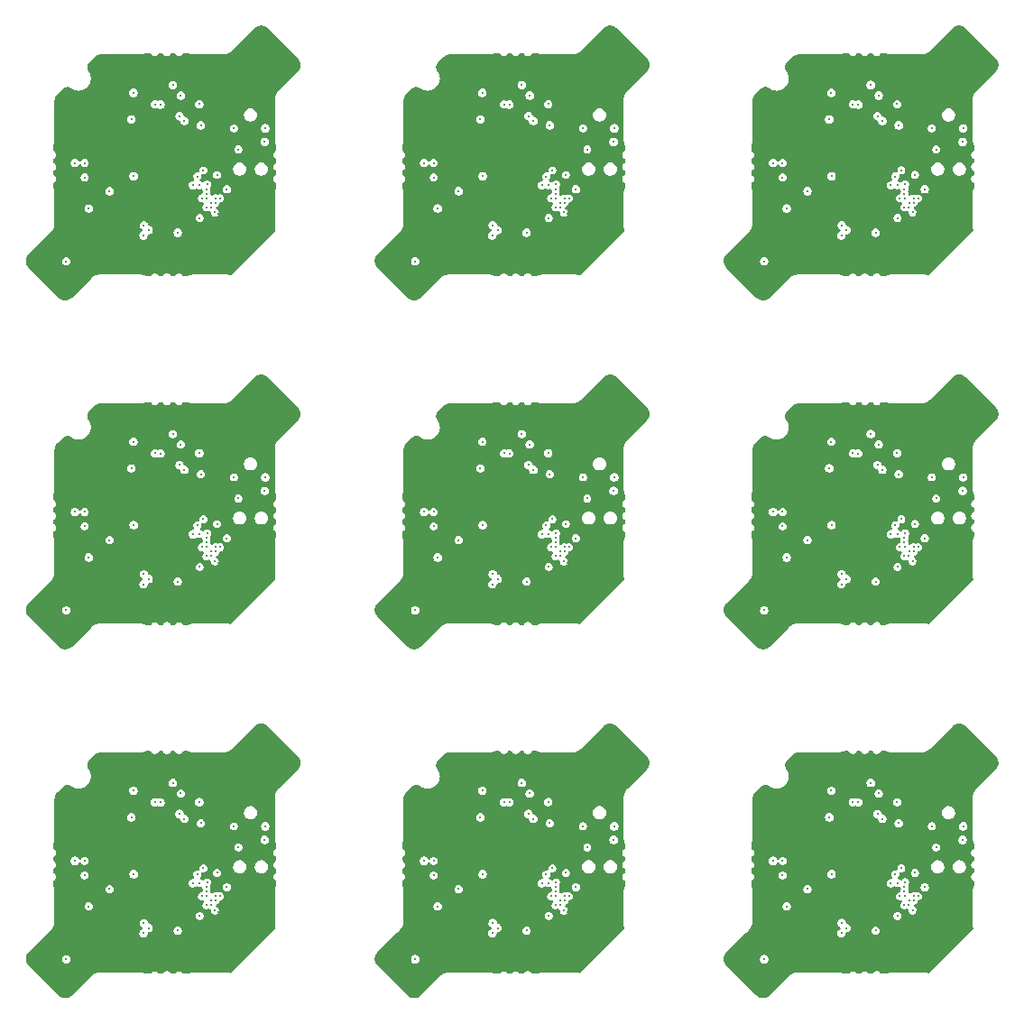
<source format=gbr>
G04 #@! TF.GenerationSoftware,KiCad,Pcbnew,9.0.0-rc2-3baa6cd791~182~ubuntu24.04.1*
G04 #@! TF.CreationDate,2025-02-06T23:06:30-05:00*
G04 #@! TF.ProjectId,PCA20073_Tiny_Board_Panel,50434132-3030-4373-935f-54696e795f42,rev?*
G04 #@! TF.SameCoordinates,PX5630ad8PY1312d00*
G04 #@! TF.FileFunction,Copper,L2,Inr*
G04 #@! TF.FilePolarity,Positive*
%FSLAX46Y46*%
G04 Gerber Fmt 4.6, Leading zero omitted, Abs format (unit mm)*
G04 Created by KiCad (PCBNEW 9.0.0-rc2-3baa6cd791~182~ubuntu24.04.1) date 2025-02-06 23:06:30*
%MOMM*%
%LPD*%
G01*
G04 APERTURE LIST*
G04 #@! TA.AperFunction,ViaPad*
%ADD10C,0.250000*%
G04 #@! TD*
G04 #@! TA.AperFunction,ViaPad*
%ADD11C,0.300000*%
G04 #@! TD*
G04 #@! TA.AperFunction,ViaPad*
%ADD12C,0.600000*%
G04 #@! TD*
G04 APERTURE END LIST*
D10*
X28421985Y-27092638D03*
D11*
X22259549Y-26261787D03*
X25935201Y-17699747D03*
X26682502Y-18692209D03*
D10*
X29517120Y-29174446D03*
D11*
X20000343Y-27665394D03*
D10*
X28670321Y-28326681D03*
X28220200Y-26284401D03*
X29518849Y-28750945D03*
D11*
X26385517Y-31561553D03*
X27021913Y-21068088D03*
D10*
X17658787Y-26369082D03*
X17658787Y-25019083D03*
D11*
X26555223Y-20615540D03*
D10*
X29150305Y-27014856D03*
D11*
X24257126Y-19519524D03*
X23663156Y-31314065D03*
X23168181Y-31809040D03*
D10*
X29094585Y-27902417D03*
D11*
X24766243Y-19533666D03*
X28414914Y-19505382D03*
D10*
X29094585Y-29175209D03*
X30076614Y-26145115D03*
X29094017Y-27478720D03*
D11*
X28556335Y-21485281D03*
X18041657Y-29284669D03*
X16758787Y-25019083D03*
X22234800Y-18430580D03*
X29970548Y-17242640D03*
X23606587Y-33506096D03*
X34213189Y-28556349D03*
X24106401Y-17699747D03*
X20389252Y-32551502D03*
X34920296Y-20778174D03*
D10*
X29715990Y-26816866D03*
D11*
X18656840Y-20071068D03*
D10*
X28155971Y-31366250D03*
D11*
X32091869Y-33506096D03*
X17242626Y-21485281D03*
X15828413Y-29970562D03*
X19363947Y-16535534D03*
X34920296Y-30677669D03*
X32091869Y-29263456D03*
X28556335Y-32798990D03*
X26435015Y-33506096D03*
X31384762Y-22899495D03*
X20778160Y-17949747D03*
X29970548Y-34213203D03*
X15828413Y-20071068D03*
D10*
X17548484Y-23055058D03*
D11*
X21485267Y-21485281D03*
X24313694Y-34213203D03*
X20071054Y-15828427D03*
X27849228Y-16535534D03*
X22192374Y-30677669D03*
X30677655Y-34920310D03*
X30677655Y-33506096D03*
X15828413Y-22899495D03*
X17949733Y-22192388D03*
X28556335Y-34213203D03*
X32919184Y-33697015D03*
X28556335Y-15828427D03*
X19363947Y-17949747D03*
X15828413Y-28556349D03*
X20071054Y-28556349D03*
X22899481Y-29970562D03*
X30677655Y-32091883D03*
X31384762Y-18656854D03*
X29263442Y-33506096D03*
X34213189Y-29970562D03*
D10*
X30554527Y-27034541D03*
D11*
X21485267Y-18656854D03*
X32091869Y-17949747D03*
X31215056Y-30946370D03*
D10*
X16758787Y-26369082D03*
D11*
X22192374Y-34920310D03*
X31384762Y-17242640D03*
D10*
X27618570Y-27816574D03*
D11*
X28556335Y-18656854D03*
X26435015Y-16535534D03*
X30677655Y-17949747D03*
X17589109Y-29737217D03*
X34213189Y-20071068D03*
D10*
X27710494Y-28940874D03*
D11*
X15828413Y-21485281D03*
D10*
X26625933Y-29779644D03*
D11*
X31384762Y-20071068D03*
X26435015Y-34920310D03*
X32091869Y-20778174D03*
X25020801Y-33506096D03*
X20778160Y-34920310D03*
X25727908Y-29970562D03*
X27142121Y-17242640D03*
X16535520Y-22192388D03*
X23606587Y-29263456D03*
X21485267Y-34213203D03*
X29970548Y-18656854D03*
X18656840Y-21485281D03*
X31384762Y-32798990D03*
X27142121Y-32798990D03*
X15828413Y-18656854D03*
X20071054Y-34213203D03*
X24270801Y-18809747D03*
X17242626Y-31384776D03*
D10*
X29192731Y-31823182D03*
D11*
X25770801Y-17089747D03*
X33506082Y-19363961D03*
X32487849Y-32219162D03*
X27142121Y-15828427D03*
X19363947Y-20778174D03*
X20071054Y-18656854D03*
X29970548Y-15828427D03*
X33506082Y-29263456D03*
X20778160Y-19363961D03*
X29263442Y-34920310D03*
X25609501Y-16238549D03*
X19682145Y-31844395D03*
X30677655Y-16535534D03*
X22192374Y-29263456D03*
X22192374Y-27849242D03*
X23606587Y-34920310D03*
X31384762Y-34213203D03*
X33506082Y-27849242D03*
X17242626Y-20071068D03*
X20071054Y-17242640D03*
X18338642Y-30500893D03*
X25020801Y-34920310D03*
X18656840Y-15828427D03*
X16535520Y-20778174D03*
X27849228Y-19363961D03*
X19363947Y-29263456D03*
X25020801Y-30677669D03*
X20672094Y-26222897D03*
X34920296Y-27849242D03*
X19279094Y-28386643D03*
D12*
X25020801Y-25020815D03*
D10*
X28665088Y-30871275D03*
D11*
X16535520Y-30677669D03*
X23406796Y-16217336D03*
D10*
X30239249Y-29814999D03*
D11*
X23606587Y-27849242D03*
X19363947Y-19363961D03*
X32091869Y-19363961D03*
X24313694Y-28556349D03*
X23125755Y-18835432D03*
D10*
X28789680Y-31448416D03*
D11*
X22899481Y-34213203D03*
D10*
X31915092Y-24306637D03*
D11*
X25727908Y-32798990D03*
X17949733Y-19363961D03*
X22899481Y-27142135D03*
X28556335Y-17242640D03*
X29263442Y-16535534D03*
X20071054Y-20071068D03*
X29263442Y-17949747D03*
X32798976Y-28556349D03*
X25270801Y-18809747D03*
X30677655Y-23606601D03*
X33506082Y-30677669D03*
X34213189Y-31384776D03*
X32798976Y-29970562D03*
X27849228Y-17949747D03*
X29970548Y-32798990D03*
X32798976Y-18656854D03*
X34213189Y-27142135D03*
D10*
X29152992Y-30383371D03*
D11*
X17949733Y-20778174D03*
X26625933Y-27417907D03*
X25727908Y-34213203D03*
X16535520Y-29263456D03*
X17242626Y-18656854D03*
X34920296Y-29263456D03*
X16535520Y-19363961D03*
X22192374Y-33506096D03*
X15934479Y-34248558D03*
X34552600Y-23040916D03*
D10*
X29943113Y-28326681D03*
X30367377Y-28326681D03*
D11*
X34609169Y-21768124D03*
D10*
X32077727Y-23748023D03*
X29943113Y-28750945D03*
X29878625Y-29666507D03*
X28452956Y-30178310D03*
X28801687Y-25701038D03*
X29095061Y-28327337D03*
D11*
X23210608Y-30861517D03*
D10*
X31667605Y-21768124D03*
D11*
X27820944Y-27113851D03*
X31007075Y-27487089D03*
X22042114Y-20928435D03*
X55008270Y-26261787D03*
D10*
X61170706Y-27092638D03*
D11*
X59431223Y-18692209D03*
X58683922Y-17699747D03*
D10*
X62265841Y-29174446D03*
D11*
X52749064Y-27665394D03*
D10*
X61419042Y-28326681D03*
X60968921Y-26284401D03*
D11*
X59134238Y-31561553D03*
D10*
X62267570Y-28750945D03*
D11*
X59770634Y-21068088D03*
D10*
X50407508Y-26369082D03*
D11*
X59303944Y-20615540D03*
D10*
X50407508Y-25019083D03*
X61899026Y-27014856D03*
D11*
X56411877Y-31314065D03*
X57005847Y-19519524D03*
X57514964Y-19533666D03*
X55916902Y-31809040D03*
D10*
X61843306Y-27902417D03*
X61843306Y-29175209D03*
X62825335Y-26145115D03*
D11*
X61163635Y-19505382D03*
X61305056Y-21485281D03*
D10*
X61842738Y-27478720D03*
D11*
X50790378Y-29284669D03*
X54983521Y-18430580D03*
X49507508Y-25019083D03*
X49284241Y-19363961D03*
X62719269Y-18656854D03*
X63426376Y-32091883D03*
X48577134Y-21485281D03*
X67669017Y-20778174D03*
X64133483Y-18656854D03*
X52819775Y-20071068D03*
X67669017Y-29263456D03*
X60597949Y-17949747D03*
D10*
X50297205Y-23055058D03*
D11*
X64840590Y-33506096D03*
X52819775Y-15828427D03*
X56855122Y-17699747D03*
X52112668Y-17949747D03*
X66254803Y-19363961D03*
X54233988Y-18656854D03*
X64133483Y-34213203D03*
X52819775Y-28556349D03*
X57062415Y-28556349D03*
X56355308Y-33506096D03*
X50698454Y-20778174D03*
X54941095Y-33506096D03*
X48577134Y-22899495D03*
X57769522Y-34920310D03*
X51405561Y-15828427D03*
D10*
X61538401Y-31448416D03*
D11*
X53526881Y-17949747D03*
X54941095Y-30677669D03*
X54941095Y-34920310D03*
D10*
X60367291Y-27816574D03*
D11*
X65667905Y-33697015D03*
X58476629Y-29970562D03*
D10*
X61901713Y-30383371D03*
D11*
X49991347Y-18656854D03*
X64133483Y-22899495D03*
X54941095Y-27849242D03*
X65236570Y-32219162D03*
X48577134Y-29970562D03*
X51405561Y-21485281D03*
X59890842Y-17242640D03*
X64133483Y-32798990D03*
X56355308Y-34920310D03*
X64840590Y-17949747D03*
D10*
X60459215Y-28940874D03*
D11*
X52819775Y-34213203D03*
X55648202Y-29970562D03*
X62719269Y-15828427D03*
X64840590Y-19363961D03*
X52112668Y-29263456D03*
X52112668Y-16535534D03*
X63426376Y-34920310D03*
X58476629Y-32798990D03*
D10*
X64663813Y-24306637D03*
D11*
X58476629Y-34213203D03*
X61305056Y-17242640D03*
X48577134Y-28556349D03*
X64133483Y-17242640D03*
X62012163Y-33506096D03*
X52819775Y-18656854D03*
X48577134Y-18656854D03*
X62719269Y-32798990D03*
X59183736Y-34920310D03*
X63963777Y-30946370D03*
X56355308Y-29263456D03*
D10*
X62987970Y-29814999D03*
D11*
X53420815Y-26222897D03*
X66254803Y-30677669D03*
X66961910Y-29970562D03*
X49991347Y-20071068D03*
X66961910Y-20071068D03*
X48577134Y-20071068D03*
D12*
X57769522Y-25020815D03*
D11*
X65547697Y-18656854D03*
X58019522Y-18809747D03*
X66254803Y-27849242D03*
X58519522Y-17089747D03*
X55874476Y-18835432D03*
X49284241Y-30677669D03*
X49284241Y-29263456D03*
X58358222Y-16238549D03*
X54233988Y-34213203D03*
X66961910Y-27142135D03*
X62719269Y-34213203D03*
X63426376Y-23606601D03*
X49284241Y-22192388D03*
X51405561Y-20071068D03*
X52819775Y-17242640D03*
X59183736Y-33506096D03*
D10*
X59374654Y-29779644D03*
D11*
X61305056Y-15828427D03*
X57769522Y-30677669D03*
X53526881Y-19363961D03*
X59890842Y-32798990D03*
X61305056Y-34213203D03*
X49991347Y-31384776D03*
X59374654Y-27417907D03*
X57062415Y-34213203D03*
X53526881Y-34920310D03*
X54233988Y-21485281D03*
X64840590Y-29263456D03*
X57769522Y-33506096D03*
X59183736Y-16535534D03*
X66254803Y-29263456D03*
D10*
X62464711Y-26816866D03*
D11*
X52027815Y-28386643D03*
D10*
X61413809Y-30871275D03*
D11*
X65547697Y-29970562D03*
X49991347Y-21485281D03*
X52112668Y-19363961D03*
X56355308Y-27849242D03*
X55648202Y-27142135D03*
X60597949Y-19363961D03*
D10*
X49507508Y-26369082D03*
D11*
X64840590Y-20778174D03*
D10*
X60904692Y-31366250D03*
D11*
X56155517Y-16217336D03*
X62012163Y-17949747D03*
X49284241Y-20778174D03*
X62012163Y-34920310D03*
X50698454Y-19363961D03*
X63426376Y-33506096D03*
X66961910Y-31384776D03*
X65547697Y-28556349D03*
X63426376Y-17949747D03*
X57019522Y-18809747D03*
X63426376Y-16535534D03*
X53137973Y-32551502D03*
X59890842Y-15828427D03*
X52112668Y-20778174D03*
X54941095Y-29263456D03*
X64133483Y-20071068D03*
X62012163Y-16535534D03*
D10*
X61941452Y-31823182D03*
D11*
X67669017Y-27849242D03*
X50698454Y-22192388D03*
X61305056Y-18656854D03*
X50337830Y-29737217D03*
X52430866Y-31844395D03*
D10*
X63303248Y-27034541D03*
D11*
X62719269Y-17242640D03*
X60597949Y-16535534D03*
X67669017Y-30677669D03*
X55648202Y-34213203D03*
X61305056Y-32798990D03*
X66961910Y-28556349D03*
X51087363Y-30500893D03*
X48683200Y-34248558D03*
D10*
X62691834Y-28326681D03*
D11*
X67301321Y-23040916D03*
D10*
X63116098Y-28326681D03*
D11*
X67357890Y-21768124D03*
D10*
X64826448Y-23748023D03*
X62691834Y-28750945D03*
X61201677Y-30178310D03*
X62627346Y-29666507D03*
X61550408Y-25701038D03*
X61843782Y-28327337D03*
X64416326Y-21768124D03*
D11*
X63755796Y-27487089D03*
X60569665Y-27113851D03*
X54790835Y-20928435D03*
X55959329Y-30861517D03*
X87756991Y-26261787D03*
D10*
X93919427Y-27092638D03*
D11*
X92179944Y-18692209D03*
X91432643Y-17699747D03*
X85497785Y-27665394D03*
D10*
X95014562Y-29174446D03*
X93717642Y-26284401D03*
X94167763Y-28326681D03*
X95016291Y-28750945D03*
D11*
X91882959Y-31561553D03*
X92519355Y-21068088D03*
D10*
X83156229Y-26369082D03*
X83156229Y-25019083D03*
D11*
X92052665Y-20615540D03*
D10*
X94647747Y-27014856D03*
D11*
X89754568Y-19519524D03*
X89160598Y-31314065D03*
X90263685Y-19533666D03*
X88665623Y-31809040D03*
D10*
X94592027Y-27902417D03*
X94592027Y-29175209D03*
D11*
X93912356Y-19505382D03*
D10*
X95574056Y-26145115D03*
X94591459Y-27478720D03*
D11*
X94053777Y-21485281D03*
X83539099Y-29284669D03*
X87732242Y-18430580D03*
X82256229Y-25019083D03*
D10*
X82256229Y-26369082D03*
D11*
X89104029Y-34920310D03*
X93346670Y-16535534D03*
X94053777Y-18656854D03*
X89811136Y-34213203D03*
X99710631Y-27142135D03*
X91932457Y-34920310D03*
X94760884Y-33506096D03*
X87689816Y-34920310D03*
X92123375Y-27417907D03*
X82740068Y-18656854D03*
D10*
X94162530Y-30871275D03*
D11*
X100417738Y-27849242D03*
X99710631Y-20071068D03*
X94053777Y-32798990D03*
X92639563Y-32798990D03*
X89104029Y-29263456D03*
X97589311Y-33506096D03*
X85568496Y-18656854D03*
D10*
X92123375Y-29779644D03*
D11*
X83447175Y-19363961D03*
X85568496Y-20071068D03*
X82032962Y-29263456D03*
X90518243Y-33506096D03*
X85568496Y-34213203D03*
X85886694Y-32551502D03*
X91932457Y-33506096D03*
X82032962Y-19363961D03*
X93346670Y-17949747D03*
X86275602Y-17949747D03*
D10*
X94650434Y-30383371D03*
D11*
X89104029Y-27849242D03*
X94053777Y-34213203D03*
X81325855Y-21485281D03*
X96882204Y-17242640D03*
X97589311Y-29263456D03*
X88396923Y-27142135D03*
D10*
X93116012Y-27816574D03*
D11*
X82740068Y-31384776D03*
X96175097Y-17949747D03*
X82740068Y-20071068D03*
X86982709Y-34213203D03*
X93346670Y-19363961D03*
X88396923Y-34213203D03*
X99003524Y-29263456D03*
X82032962Y-30677669D03*
X91106943Y-16238549D03*
X94053777Y-15828427D03*
X84861389Y-19363961D03*
X86169536Y-26222897D03*
X98296418Y-28556349D03*
X84861389Y-16535534D03*
X100417738Y-29263456D03*
X96175097Y-16535534D03*
X99003524Y-27849242D03*
X84861389Y-20778174D03*
X97589311Y-19363961D03*
X96175097Y-23606601D03*
X86982709Y-21485281D03*
X82032962Y-20778174D03*
X86275602Y-19363961D03*
D12*
X90518243Y-25020815D03*
D11*
X84861389Y-17949747D03*
X95467990Y-18656854D03*
D10*
X94287122Y-31448416D03*
D11*
X87689816Y-30677669D03*
X100417738Y-20778174D03*
D10*
X96051969Y-27034541D03*
X95213432Y-26816866D03*
D11*
X98296418Y-29970562D03*
X92639563Y-15828427D03*
X96882204Y-32798990D03*
X99003524Y-19363961D03*
X98416626Y-33697015D03*
X94760884Y-34920310D03*
X89768243Y-18809747D03*
X84776536Y-28386643D03*
X94760884Y-16535534D03*
X99710631Y-29970562D03*
X81325855Y-28556349D03*
X86982709Y-18656854D03*
X91225350Y-32798990D03*
X96712498Y-30946370D03*
X96175097Y-33506096D03*
X81325855Y-22899495D03*
X85179587Y-31844395D03*
X99710631Y-28556349D03*
X90768243Y-18809747D03*
X84154282Y-20071068D03*
X98296418Y-18656854D03*
X84154282Y-21485281D03*
D10*
X94690173Y-31823182D03*
D11*
X96882204Y-34213203D03*
X87689816Y-29263456D03*
X95467990Y-32798990D03*
X86275602Y-34920310D03*
X87689816Y-33506096D03*
X96882204Y-20071068D03*
X100417738Y-30677669D03*
X83447175Y-22192388D03*
X91225350Y-29970562D03*
X81325855Y-29970562D03*
X84154282Y-15828427D03*
X91268243Y-17089747D03*
X92639563Y-17242640D03*
X82032962Y-22192388D03*
X97589311Y-17949747D03*
X96175097Y-34920310D03*
X91225350Y-34213203D03*
X89104029Y-33506096D03*
X97589311Y-20778174D03*
X84861389Y-29263456D03*
X85568496Y-15828427D03*
X83447175Y-20778174D03*
X88904238Y-16217336D03*
X96882204Y-22899495D03*
X94053777Y-17242640D03*
X90518243Y-30677669D03*
X83836084Y-30500893D03*
X82740068Y-21485281D03*
X95467990Y-17242640D03*
X89603843Y-17699747D03*
X89811136Y-28556349D03*
X96175097Y-32091883D03*
X90518243Y-34920310D03*
X99710631Y-31384776D03*
X87689816Y-27849242D03*
X95467990Y-15828427D03*
D10*
X93653413Y-31366250D03*
X93207936Y-28940874D03*
D11*
X88396923Y-29970562D03*
X85568496Y-28556349D03*
X81325855Y-20071068D03*
X97985291Y-32219162D03*
X94760884Y-17949747D03*
X85568496Y-17242640D03*
D10*
X97412534Y-24306637D03*
D11*
X99003524Y-30677669D03*
X88623197Y-18835432D03*
X83086551Y-29737217D03*
X91932457Y-16535534D03*
D10*
X83045926Y-23055058D03*
D11*
X95467990Y-34213203D03*
D10*
X95736691Y-29814999D03*
D11*
X81325855Y-18656854D03*
X96882204Y-18656854D03*
X81431921Y-34248558D03*
X100050042Y-23040916D03*
D10*
X95440555Y-28326681D03*
X95864819Y-28326681D03*
D11*
X100106611Y-21768124D03*
D10*
X95440555Y-28750945D03*
X97575169Y-23748023D03*
X95376067Y-29666507D03*
X93950398Y-30178310D03*
X94299129Y-25701038D03*
X94592503Y-28327337D03*
D11*
X93318386Y-27113851D03*
X96504517Y-27487089D03*
D10*
X97165047Y-21768124D03*
D11*
X88708050Y-30861517D03*
X87539556Y-20928435D03*
D10*
X28421985Y-59841375D03*
D11*
X22259549Y-59010524D03*
X26682502Y-51440946D03*
X25935201Y-50448484D03*
D10*
X29517120Y-61923183D03*
D11*
X20000343Y-60414131D03*
D10*
X28220200Y-59033138D03*
X28670321Y-61075418D03*
X29518849Y-61499682D03*
D11*
X26385517Y-64310290D03*
D10*
X17658787Y-59117819D03*
D11*
X27021913Y-53816825D03*
X26555223Y-53364277D03*
D10*
X17658787Y-57767820D03*
X29150305Y-59763593D03*
D11*
X24257126Y-52268261D03*
X23663156Y-64062802D03*
X24766243Y-52282403D03*
D10*
X29094585Y-60651154D03*
D11*
X23168181Y-64557777D03*
D10*
X29094585Y-61923946D03*
X30076614Y-58893852D03*
D11*
X28414914Y-52254119D03*
X28556335Y-54234018D03*
D10*
X29094017Y-60227457D03*
D11*
X16758787Y-57767820D03*
X22234800Y-51179317D03*
X18041657Y-62033406D03*
X17949733Y-52112698D03*
X34920296Y-63426406D03*
X16535520Y-52112698D03*
X29970548Y-66961940D03*
X15828413Y-51405591D03*
X29263442Y-49284271D03*
X20071054Y-49991377D03*
D10*
X29715990Y-59565603D03*
X28789680Y-64197153D03*
X16758787Y-59117819D03*
D11*
X17242626Y-52819805D03*
X34920296Y-62012193D03*
X29263442Y-66254833D03*
X32091869Y-62012193D03*
D10*
X29192731Y-64571919D03*
D11*
X32091869Y-50698484D03*
X27142121Y-48577164D03*
X34213189Y-59890872D03*
X24270801Y-51558484D03*
X23606587Y-66254833D03*
X18656840Y-52819805D03*
X27849228Y-52112698D03*
X28556335Y-65547727D03*
X31215056Y-63695107D03*
X25020801Y-66254833D03*
X23125755Y-51584169D03*
X25609501Y-48987286D03*
X24313694Y-66961940D03*
D12*
X25020801Y-57769552D03*
D11*
X28556335Y-51405591D03*
X30677655Y-50698484D03*
X17242626Y-51405591D03*
X22192374Y-67669047D03*
X31384762Y-55648232D03*
X23606587Y-67669047D03*
X19363947Y-49284271D03*
X20071054Y-48577164D03*
X21485267Y-54234018D03*
X24313694Y-61305086D03*
X20778160Y-52112698D03*
X32919184Y-66445752D03*
X16535520Y-63426406D03*
X18656840Y-54234018D03*
X33506082Y-62012193D03*
X26435015Y-49284271D03*
X17242626Y-54234018D03*
X34920296Y-53526911D03*
X23606587Y-62012193D03*
X15828413Y-61305086D03*
X34213189Y-64133513D03*
X20672094Y-58971634D03*
X17589109Y-62485954D03*
X34213189Y-61305086D03*
X25727908Y-65547727D03*
X32798976Y-62719299D03*
X30677655Y-56355338D03*
X20389252Y-65300239D03*
X21485267Y-66961940D03*
X18338642Y-63249630D03*
X27849228Y-49284271D03*
X20071054Y-52819805D03*
X22899481Y-62719299D03*
X31384762Y-52819805D03*
X30677655Y-67669047D03*
X15828413Y-54234018D03*
X31384762Y-65547727D03*
X16535520Y-62012193D03*
X33506082Y-52112698D03*
X32091869Y-66254833D03*
X19363947Y-53526911D03*
X29970548Y-65547727D03*
X25770801Y-49838484D03*
X22192374Y-62012193D03*
X32487849Y-64967899D03*
D10*
X31915092Y-57055374D03*
D11*
X21485267Y-51405591D03*
X29970548Y-48577164D03*
X20778160Y-50698484D03*
X32091869Y-53526911D03*
D10*
X28665088Y-63620012D03*
X30239249Y-62563736D03*
X17548484Y-55803795D03*
D11*
X30677655Y-64840620D03*
X29263442Y-50698484D03*
X20071054Y-61305086D03*
X33506082Y-60597979D03*
X27142121Y-65547727D03*
X20778160Y-67669047D03*
X17242626Y-64133513D03*
X22192374Y-63426406D03*
X19363947Y-50698484D03*
X27849228Y-50698484D03*
X19363947Y-62012193D03*
X19363947Y-52112698D03*
X17949733Y-53526911D03*
X19682145Y-64593132D03*
X18656840Y-48577164D03*
X29970548Y-51405591D03*
X33506082Y-63426406D03*
X30677655Y-66254833D03*
X32798976Y-51405591D03*
X25727908Y-62719299D03*
D10*
X30554527Y-59783278D03*
D11*
X31384762Y-49991377D03*
X27142121Y-49991377D03*
X26625933Y-60166644D03*
D10*
X28155971Y-64114987D03*
D11*
X23606587Y-60597979D03*
X25020801Y-63426406D03*
X20071054Y-51405591D03*
X22192374Y-66254833D03*
X26435015Y-67669047D03*
D10*
X26625933Y-62528381D03*
D11*
X31384762Y-66961940D03*
X26435015Y-66254833D03*
X25270801Y-51558484D03*
X23406796Y-48966073D03*
X15828413Y-62719299D03*
X28556335Y-49991377D03*
X29263442Y-67669047D03*
X22899481Y-59890872D03*
X25020801Y-67669047D03*
X30677655Y-49284271D03*
X32798976Y-61305086D03*
X29970548Y-49991377D03*
D10*
X29152992Y-63132108D03*
D11*
X16535520Y-53526911D03*
X28556335Y-66961940D03*
X34213189Y-52819805D03*
X31384762Y-51405591D03*
D10*
X27710494Y-61689611D03*
D11*
X19279094Y-61135380D03*
X25727908Y-66961940D03*
X22192374Y-60597979D03*
X22899481Y-66961940D03*
X34920296Y-60597979D03*
D10*
X27618570Y-60565311D03*
D11*
X20071054Y-66961940D03*
X15828413Y-52819805D03*
X16535520Y-54941125D03*
X34213189Y-62719299D03*
X15828413Y-55648232D03*
X24106401Y-50448484D03*
X28556335Y-48577164D03*
X17949733Y-54941125D03*
X32091869Y-52112698D03*
X15934479Y-66997295D03*
X34552600Y-55789653D03*
D10*
X29943113Y-61075418D03*
D11*
X34609169Y-54516861D03*
D10*
X30367377Y-61075418D03*
X32077727Y-56496760D03*
X29943113Y-61499682D03*
X29878625Y-62415244D03*
X28452956Y-62927047D03*
X29095061Y-61076074D03*
X28801687Y-58449775D03*
D11*
X23210608Y-63610254D03*
X31007075Y-60235826D03*
D10*
X31667605Y-54516861D03*
D11*
X22042114Y-53677172D03*
X27820944Y-59862588D03*
D10*
X61170706Y-59841375D03*
D11*
X55008270Y-59010524D03*
X59431223Y-51440946D03*
X58683922Y-50448484D03*
X52749064Y-60414131D03*
D10*
X62265841Y-61923183D03*
X61419042Y-61075418D03*
X60968921Y-59033138D03*
X62267570Y-61499682D03*
D11*
X59134238Y-64310290D03*
D10*
X50407508Y-59117819D03*
D11*
X59770634Y-53816825D03*
D10*
X50407508Y-57767820D03*
D11*
X59303944Y-53364277D03*
X57005847Y-52268261D03*
D10*
X61899026Y-59763593D03*
D11*
X56411877Y-64062802D03*
D10*
X61843306Y-60651154D03*
D11*
X55916902Y-64557777D03*
X57514964Y-52282403D03*
D10*
X61843306Y-61923946D03*
X62825335Y-58893852D03*
D11*
X61163635Y-52254119D03*
D10*
X61842738Y-60227457D03*
D11*
X61305056Y-54234018D03*
X54983521Y-51179317D03*
X49507508Y-57767820D03*
X50790378Y-62033406D03*
X57062415Y-61305086D03*
X49991347Y-54234018D03*
X49991347Y-51405591D03*
X63426376Y-66254833D03*
X49284241Y-63426406D03*
X61305056Y-51405591D03*
X50337830Y-62485954D03*
X60597949Y-49284271D03*
X64133483Y-52819805D03*
D10*
X62987970Y-62563736D03*
D11*
X63426376Y-56355338D03*
X48577134Y-61305086D03*
X64133483Y-51405591D03*
X61305056Y-48577164D03*
X51405561Y-54234018D03*
X59890842Y-65547727D03*
X52819775Y-66961940D03*
D10*
X64663813Y-57055374D03*
D11*
X50698454Y-54941125D03*
X65547697Y-61305086D03*
X63426376Y-64840620D03*
D10*
X60459215Y-61689611D03*
D11*
X51405561Y-48577164D03*
X48577134Y-54234018D03*
X49284241Y-62012193D03*
X55648202Y-66961940D03*
X64133483Y-66961940D03*
X58019522Y-51558484D03*
X62012163Y-49284271D03*
D10*
X49507508Y-59117819D03*
D11*
X52819775Y-51405591D03*
X52027815Y-61135380D03*
X62719269Y-65547727D03*
X59374654Y-60166644D03*
X56355308Y-67669047D03*
X61305056Y-49991377D03*
X48577134Y-55648232D03*
X62719269Y-66961940D03*
D12*
X57769522Y-57769552D03*
D11*
X64133483Y-55648232D03*
X66254803Y-63426406D03*
X64133483Y-49991377D03*
D10*
X59374654Y-62528381D03*
D11*
X64840590Y-52112698D03*
D10*
X60904692Y-64114987D03*
D11*
X66254803Y-52112698D03*
X58476629Y-62719299D03*
X49284241Y-52112698D03*
X53526881Y-52112698D03*
X64133483Y-65547727D03*
X65236570Y-64967899D03*
X54941095Y-63426406D03*
X54233988Y-66961940D03*
D10*
X63303248Y-59783278D03*
D11*
X56355308Y-66254833D03*
X66961910Y-64133513D03*
X62719269Y-48577164D03*
X52112668Y-50698484D03*
X49284241Y-53526911D03*
X52112668Y-52112698D03*
X54941095Y-62012193D03*
X64840590Y-53526911D03*
X48577134Y-52819805D03*
X49991347Y-52819805D03*
X59183736Y-66254833D03*
X52819775Y-49991377D03*
X54941095Y-67669047D03*
X54233988Y-54234018D03*
X65547697Y-51405591D03*
X67669017Y-62012193D03*
X56855122Y-50448484D03*
X53526881Y-67669047D03*
X62012163Y-50698484D03*
X54233988Y-51405591D03*
X55874476Y-51584169D03*
X52112668Y-49284271D03*
X57769522Y-66254833D03*
X58519522Y-49838484D03*
X57062415Y-66961940D03*
X64840590Y-66254833D03*
X59890842Y-48577164D03*
X61305056Y-65547727D03*
X52819775Y-61305086D03*
X62719269Y-51405591D03*
X66961910Y-61305086D03*
X61305056Y-66961940D03*
X54941095Y-60597979D03*
X67669017Y-53526911D03*
X62012163Y-67669047D03*
X50698454Y-52112698D03*
X63426376Y-50698484D03*
X53137973Y-65300239D03*
X66961910Y-59890872D03*
X51405561Y-52819805D03*
X53420815Y-58971634D03*
D10*
X50297205Y-55803795D03*
X61901713Y-63132108D03*
D11*
X56355308Y-60597979D03*
X58476629Y-65547727D03*
X67669017Y-63426406D03*
X58358222Y-48987286D03*
D10*
X60367291Y-60565311D03*
D11*
X59890842Y-49991377D03*
X66254803Y-60597979D03*
X52819775Y-48577164D03*
X58476629Y-66961940D03*
X51087363Y-63249630D03*
X48577134Y-62719299D03*
X56155517Y-48966073D03*
X49991347Y-64133513D03*
D10*
X61538401Y-64197153D03*
D11*
X65667905Y-66445752D03*
X57019522Y-51558484D03*
D10*
X61941452Y-64571919D03*
X62464711Y-59565603D03*
D11*
X57769522Y-67669047D03*
X55648202Y-62719299D03*
X48577134Y-51405591D03*
X54941095Y-66254833D03*
X64840590Y-50698484D03*
X52112668Y-62012193D03*
X60597949Y-50698484D03*
X66254803Y-62012193D03*
X66961910Y-52819805D03*
X62012163Y-66254833D03*
X64840590Y-62012193D03*
X66961910Y-62719299D03*
X65547697Y-62719299D03*
X56355308Y-62012193D03*
X52819775Y-52819805D03*
X63963777Y-63695107D03*
X49284241Y-54941125D03*
X67669017Y-60597979D03*
X62719269Y-49991377D03*
X53526881Y-50698484D03*
X63426376Y-67669047D03*
X55648202Y-59890872D03*
X57769522Y-63426406D03*
X59183736Y-49284271D03*
X63426376Y-49284271D03*
X59183736Y-67669047D03*
X52430866Y-64593132D03*
D10*
X61413809Y-63620012D03*
D11*
X60597949Y-52112698D03*
X52112668Y-53526911D03*
X50698454Y-53526911D03*
X48683200Y-66997295D03*
X67301321Y-55789653D03*
D10*
X62691834Y-61075418D03*
D11*
X67357890Y-54516861D03*
D10*
X63116098Y-61075418D03*
X62691834Y-61499682D03*
X64826448Y-56496760D03*
X61201677Y-62927047D03*
X62627346Y-62415244D03*
X61843782Y-61076074D03*
X61550408Y-58449775D03*
D11*
X54790835Y-53677172D03*
X60569665Y-59862588D03*
X55959329Y-63610254D03*
D10*
X64416326Y-54516861D03*
D11*
X63755796Y-60235826D03*
X87756991Y-59010524D03*
D10*
X93919427Y-59841375D03*
D11*
X92179944Y-51440946D03*
X91432643Y-50448484D03*
X85497785Y-60414131D03*
D10*
X95014562Y-61923183D03*
X94167763Y-61075418D03*
X93717642Y-59033138D03*
X95016291Y-61499682D03*
D11*
X91882959Y-64310290D03*
D10*
X83156229Y-59117819D03*
D11*
X92519355Y-53816825D03*
D10*
X83156229Y-57767820D03*
D11*
X92052665Y-53364277D03*
D10*
X94647747Y-59763593D03*
D11*
X89160598Y-64062802D03*
X89754568Y-52268261D03*
D10*
X94592027Y-60651154D03*
D11*
X88665623Y-64557777D03*
X90263685Y-52282403D03*
X93912356Y-52254119D03*
D10*
X94592027Y-61923946D03*
X95574056Y-58893852D03*
D11*
X94053777Y-54234018D03*
D10*
X94591459Y-60227457D03*
D11*
X82256229Y-57767820D03*
X87732242Y-51179317D03*
X83539099Y-62033406D03*
X89603843Y-50448484D03*
X91225350Y-62719299D03*
X99003524Y-52112698D03*
X82740068Y-64133513D03*
X89104029Y-66254833D03*
X96175097Y-56355338D03*
X85568496Y-48577164D03*
X88623197Y-51584169D03*
X100417738Y-62012193D03*
X88396923Y-59890872D03*
X98296418Y-51405591D03*
X90518243Y-66254833D03*
X93346670Y-49284271D03*
D10*
X95213432Y-59565603D03*
D11*
X89768243Y-51558484D03*
X96712498Y-63695107D03*
X83836084Y-63249630D03*
D10*
X83045926Y-55803795D03*
D11*
X87689816Y-67669047D03*
X84154282Y-52819805D03*
X81325855Y-54234018D03*
X97589311Y-50698484D03*
X92639563Y-48577164D03*
X82032962Y-53526911D03*
X92123375Y-60166644D03*
X97589311Y-52112698D03*
X85568496Y-49991377D03*
X92639563Y-65547727D03*
X94760884Y-50698484D03*
X96175097Y-50698484D03*
X86982709Y-51405591D03*
X97589311Y-53526911D03*
X82032962Y-63426406D03*
X94053777Y-48577164D03*
X86275602Y-67669047D03*
X89104029Y-62012193D03*
X82032962Y-62012193D03*
D10*
X95736691Y-62563736D03*
D11*
X87689816Y-66254833D03*
X82740068Y-54234018D03*
X82032962Y-52112698D03*
X96882204Y-52819805D03*
X99710631Y-52819805D03*
X81325855Y-61305086D03*
X99003524Y-60597979D03*
X96882204Y-65547727D03*
X84861389Y-62012193D03*
X94053777Y-65547727D03*
X85568496Y-51405591D03*
X93346670Y-50698484D03*
X96175097Y-66254833D03*
X83447175Y-52112698D03*
X86275602Y-50698484D03*
X82740068Y-52819805D03*
X83447175Y-54941125D03*
X91932457Y-49284271D03*
X99003524Y-63426406D03*
D10*
X93207936Y-61689611D03*
X93116012Y-60565311D03*
D11*
X88904238Y-48966073D03*
X91225350Y-66961940D03*
X86982709Y-54234018D03*
X94760884Y-67669047D03*
X96882204Y-55648232D03*
X99710631Y-62719299D03*
X96882204Y-51405591D03*
X81325855Y-51405591D03*
X87689816Y-62012193D03*
X88396923Y-62719299D03*
D10*
X94287122Y-64197153D03*
D11*
X94053777Y-66961940D03*
X99710631Y-64133513D03*
D10*
X93653413Y-64114987D03*
D11*
X100417738Y-60597979D03*
X96882204Y-49991377D03*
X97589311Y-66254833D03*
X84861389Y-52112698D03*
X89811136Y-61305086D03*
X97985291Y-64967899D03*
X85886694Y-65300239D03*
X90518243Y-63426406D03*
X86275602Y-52112698D03*
X82032962Y-54941125D03*
X90768243Y-51558484D03*
X99710631Y-59890872D03*
D10*
X97412534Y-57055374D03*
D11*
X84861389Y-53526911D03*
X85568496Y-61305086D03*
D10*
X96051969Y-59783278D03*
X82256229Y-59117819D03*
D11*
X94053777Y-49991377D03*
X87689816Y-60597979D03*
D12*
X90518243Y-57769552D03*
D11*
X98296418Y-61305086D03*
X98416626Y-66445752D03*
X100417738Y-63426406D03*
X95467990Y-65547727D03*
X95467990Y-49991377D03*
X91225350Y-65547727D03*
X94760884Y-66254833D03*
X86982709Y-66961940D03*
X92639563Y-49991377D03*
X96175097Y-49284271D03*
X99710631Y-61305086D03*
X96175097Y-67669047D03*
X90518243Y-67669047D03*
X83447175Y-53526911D03*
X94053777Y-51405591D03*
X99003524Y-62012193D03*
X84776536Y-61135380D03*
X93346670Y-52112698D03*
X95467990Y-51405591D03*
X95467990Y-48577164D03*
X86169536Y-58971634D03*
X97589311Y-62012193D03*
X100417738Y-53526911D03*
X81325855Y-52819805D03*
X83086551Y-62485954D03*
X98296418Y-62719299D03*
X84861389Y-49284271D03*
D10*
X94162530Y-63620012D03*
D11*
X87689816Y-63426406D03*
X81325855Y-55648232D03*
X95467990Y-66961940D03*
X85568496Y-66961940D03*
X89104029Y-60597979D03*
D10*
X94650434Y-63132108D03*
D11*
X88396923Y-66961940D03*
X96882204Y-66961940D03*
D10*
X94690173Y-64571919D03*
X92123375Y-62528381D03*
D11*
X89104029Y-67669047D03*
X84154282Y-48577164D03*
X91932457Y-66254833D03*
X94760884Y-49284271D03*
X85568496Y-52819805D03*
X91106943Y-48987286D03*
X85179587Y-64593132D03*
X84861389Y-50698484D03*
X81325855Y-62719299D03*
X89811136Y-66961940D03*
X96175097Y-64840620D03*
X82740068Y-51405591D03*
X91932457Y-67669047D03*
X91268243Y-49838484D03*
X84154282Y-54234018D03*
X81431921Y-66997295D03*
X100050042Y-55789653D03*
D10*
X95440555Y-61075418D03*
X95864819Y-61075418D03*
D11*
X100106611Y-54516861D03*
D10*
X97575169Y-56496760D03*
X95440555Y-61499682D03*
X95376067Y-62415244D03*
X93950398Y-62927047D03*
X94592503Y-61076074D03*
X94299129Y-58449775D03*
D11*
X87539556Y-53677172D03*
X88708050Y-63610254D03*
X96504517Y-60235826D03*
X93318386Y-59862588D03*
D10*
X97165047Y-54516861D03*
X28421985Y-92590112D03*
D11*
X22259549Y-91759261D03*
X25935201Y-83197221D03*
X26682502Y-84189683D03*
X20000343Y-93162868D03*
D10*
X29517120Y-94671920D03*
X28220200Y-91781875D03*
X28670321Y-93824155D03*
D11*
X26385517Y-97059027D03*
D10*
X29518849Y-94248419D03*
D11*
X27021913Y-86565562D03*
D10*
X17658787Y-91866556D03*
D11*
X26555223Y-86113014D03*
D10*
X17658787Y-90516557D03*
D11*
X23663156Y-96811539D03*
X24257126Y-85016998D03*
D10*
X29150305Y-92512330D03*
D11*
X23168181Y-97306514D03*
D10*
X29094585Y-93399891D03*
D11*
X24766243Y-85031140D03*
D10*
X29094585Y-94672683D03*
X30076614Y-91642589D03*
D11*
X28414914Y-85002856D03*
D10*
X29094017Y-92976194D03*
D11*
X28556335Y-86982755D03*
X18041657Y-94782143D03*
X16758787Y-90516557D03*
X22234800Y-83928054D03*
X28556335Y-98296464D03*
X15828413Y-84154328D03*
X22192374Y-99003570D03*
X23606587Y-93346716D03*
X22899481Y-99710677D03*
D10*
X29152992Y-95880845D03*
D11*
X20389252Y-98048976D03*
X17242626Y-96882250D03*
X34213189Y-94053823D03*
X15828413Y-86982755D03*
X31384762Y-88396969D03*
X31384762Y-99710677D03*
D10*
X16758787Y-91866556D03*
D11*
X20071054Y-84154328D03*
X26435015Y-82033008D03*
X23125755Y-84332906D03*
X29263442Y-99003570D03*
X26625933Y-92915381D03*
X27849228Y-82033008D03*
X27142121Y-98296464D03*
X25727908Y-95468036D03*
X32798976Y-94053823D03*
D10*
X30239249Y-95312473D03*
D11*
X16535520Y-96175143D03*
X33506082Y-94760930D03*
X34920296Y-86275648D03*
X15828413Y-94053823D03*
X20071054Y-94053823D03*
X34213189Y-96882250D03*
X18656840Y-86982755D03*
D12*
X25020801Y-90518289D03*
D11*
X17949733Y-87689862D03*
X22899481Y-95468036D03*
X19279094Y-93884117D03*
X32091869Y-99003570D03*
X16535520Y-84861435D03*
X20778160Y-83447221D03*
X15828413Y-95468036D03*
X29970548Y-84154328D03*
X21485267Y-86982755D03*
X29970548Y-81325901D03*
D10*
X28155971Y-96863724D03*
D11*
X15828413Y-85568542D03*
X24106401Y-83197221D03*
X31384762Y-82740114D03*
X32798976Y-95468036D03*
X32091869Y-86275648D03*
D10*
X29192731Y-97320656D03*
D11*
X25727908Y-99710677D03*
X29263442Y-82033008D03*
D10*
X28665088Y-96368749D03*
D11*
X20778160Y-84861435D03*
X30677655Y-97589357D03*
X28556335Y-81325901D03*
D10*
X31915092Y-89804111D03*
X27618570Y-93314048D03*
D11*
X29970548Y-99710677D03*
X23606587Y-100417784D03*
X25020801Y-100417784D03*
X27849228Y-84861435D03*
X22192374Y-94760930D03*
X17589109Y-95234691D03*
D10*
X27710494Y-94438348D03*
D11*
X19363947Y-94760930D03*
D10*
X26625933Y-95277118D03*
D11*
X34920296Y-96175143D03*
X16535520Y-87689862D03*
X19363947Y-82033008D03*
X16535520Y-94760930D03*
X34213189Y-95468036D03*
X32091869Y-84861435D03*
X33506082Y-84861435D03*
X32798976Y-84154328D03*
X24270801Y-84307221D03*
X29263442Y-100417784D03*
X23406796Y-81714810D03*
X17242626Y-84154328D03*
X30677655Y-89104075D03*
X33506082Y-93346716D03*
X20778160Y-100417784D03*
X17242626Y-85568542D03*
X32487849Y-97716636D03*
X25020801Y-99003570D03*
X22192374Y-93346716D03*
X31384762Y-84154328D03*
X25270801Y-84307221D03*
D10*
X30554527Y-92532015D03*
D11*
X17949733Y-84861435D03*
X15828413Y-88396969D03*
X20071054Y-81325901D03*
X23606587Y-94760930D03*
X19363947Y-86275648D03*
X22899481Y-92639609D03*
X26435015Y-100417784D03*
X27142121Y-81325901D03*
X18656840Y-85568542D03*
X17949733Y-86275648D03*
X34213189Y-92639609D03*
X20672094Y-91720371D03*
X31215056Y-96443844D03*
D10*
X29715990Y-92314340D03*
D11*
X20071054Y-82740114D03*
X30677655Y-83447221D03*
X27142121Y-82740114D03*
X25020801Y-96175143D03*
X28556335Y-99710677D03*
X25609501Y-81736023D03*
X26435015Y-99003570D03*
X17242626Y-86982755D03*
X22192374Y-100417784D03*
X21485267Y-84154328D03*
D10*
X28789680Y-96945890D03*
D11*
X29970548Y-82740114D03*
X19363947Y-83447221D03*
X27849228Y-83447221D03*
X33506082Y-96175143D03*
X18656840Y-81325901D03*
X21485267Y-99710677D03*
X34213189Y-85568542D03*
X16535520Y-86275648D03*
X34920296Y-94760930D03*
X18338642Y-95998367D03*
D10*
X17548484Y-88552532D03*
D11*
X19363947Y-84861435D03*
X20071054Y-85568542D03*
X22192374Y-96175143D03*
X25770801Y-82587221D03*
X32091869Y-83447221D03*
X31384762Y-85568542D03*
X28556335Y-84154328D03*
X25727908Y-98296464D03*
X23606587Y-99003570D03*
X28556335Y-82740114D03*
X31384762Y-98296464D03*
X32919184Y-99194489D03*
X30677655Y-82033008D03*
X20071054Y-99710677D03*
X34920296Y-93346716D03*
X29263442Y-83447221D03*
X24313694Y-94053823D03*
X30677655Y-100417784D03*
X32091869Y-94760930D03*
X30677655Y-99003570D03*
X24313694Y-99710677D03*
X29970548Y-98296464D03*
X19682145Y-97341869D03*
X15934479Y-99746032D03*
D10*
X29943113Y-93824155D03*
D11*
X34552600Y-88538390D03*
X34609169Y-87265598D03*
D10*
X30367377Y-93824155D03*
X29943113Y-94248419D03*
X32077727Y-89245497D03*
X29878625Y-95163981D03*
X28452956Y-95675784D03*
X29095061Y-93824811D03*
X28801687Y-91198512D03*
D11*
X22042114Y-86425909D03*
D10*
X31667605Y-87265598D03*
D11*
X27820944Y-92611325D03*
X23210608Y-96358991D03*
X31007075Y-92984563D03*
D10*
X61170706Y-92590112D03*
D11*
X55008270Y-91759261D03*
X58683922Y-83197221D03*
X59431223Y-84189683D03*
D10*
X62265841Y-94671920D03*
D11*
X52749064Y-93162868D03*
D10*
X61419042Y-93824155D03*
X60968921Y-91781875D03*
D11*
X59134238Y-97059027D03*
D10*
X62267570Y-94248419D03*
X50407508Y-91866556D03*
D11*
X59770634Y-86565562D03*
X59303944Y-86113014D03*
D10*
X50407508Y-90516557D03*
D11*
X57005847Y-85016998D03*
D10*
X61899026Y-92512330D03*
D11*
X56411877Y-96811539D03*
X55916902Y-97306514D03*
X57514964Y-85031140D03*
D10*
X61843306Y-93399891D03*
D11*
X61163635Y-85002856D03*
D10*
X61843306Y-94672683D03*
X62825335Y-91642589D03*
X61842738Y-92976194D03*
D11*
X61305056Y-86982755D03*
X50790378Y-94782143D03*
X54983521Y-83928054D03*
X49507508Y-90516557D03*
D10*
X61901713Y-95880845D03*
D11*
X58476629Y-95468036D03*
X50337830Y-95234691D03*
X55648202Y-92639609D03*
X66254803Y-96175143D03*
X49284241Y-96175143D03*
X61305056Y-84154328D03*
X63426376Y-99003570D03*
X53420815Y-91720371D03*
X64133483Y-99710677D03*
X62012163Y-83447221D03*
X66254803Y-93346716D03*
X59183736Y-99003570D03*
X52112668Y-86275648D03*
X48577134Y-94053823D03*
X63426376Y-100417784D03*
X66254803Y-94760930D03*
D10*
X50297205Y-88552532D03*
D11*
X64840590Y-86275648D03*
X57062415Y-99710677D03*
X66254803Y-84861435D03*
X57769522Y-99003570D03*
X63426376Y-89104075D03*
X64840590Y-94760930D03*
X62012163Y-99003570D03*
D10*
X49507508Y-91866556D03*
D11*
X52112668Y-84861435D03*
X53526881Y-84861435D03*
X62719269Y-98296464D03*
X59183736Y-82033008D03*
X49284241Y-86275648D03*
X55648202Y-99710677D03*
X56855122Y-83197221D03*
X58476629Y-98296464D03*
X49991347Y-96882250D03*
X52819775Y-81325901D03*
X51405561Y-85568542D03*
X50698454Y-84861435D03*
X65667905Y-99194489D03*
X59890842Y-81325901D03*
D10*
X63303248Y-92532015D03*
D11*
X57019522Y-84307221D03*
X52027815Y-93884117D03*
X66961910Y-85568542D03*
X58476629Y-99710677D03*
D10*
X60459215Y-94438348D03*
D11*
X60597949Y-82033008D03*
X56155517Y-81714810D03*
D10*
X61538401Y-96945890D03*
D11*
X64133483Y-88396969D03*
X51405561Y-81325901D03*
X62012163Y-100417784D03*
D10*
X60367291Y-93314048D03*
D11*
X61305056Y-98296464D03*
X62012163Y-82033008D03*
X61305056Y-82740114D03*
X49991347Y-86982755D03*
X67669017Y-93346716D03*
X49284241Y-87689862D03*
X59890842Y-82740114D03*
X52430866Y-97341869D03*
X48577134Y-95468036D03*
X65547697Y-94053823D03*
X54941095Y-99003570D03*
X54941095Y-93346716D03*
X56355308Y-99003570D03*
X64133483Y-85568542D03*
X63963777Y-96443844D03*
X65236570Y-97716636D03*
X48577134Y-84154328D03*
X54233988Y-99710677D03*
X64840590Y-83447221D03*
X52819775Y-99710677D03*
X52112668Y-94760930D03*
X67669017Y-94760930D03*
X63426376Y-97589357D03*
D10*
X62464711Y-92314340D03*
D11*
X50698454Y-86275648D03*
X64840590Y-99003570D03*
X57769522Y-100417784D03*
X52819775Y-82740114D03*
X54233988Y-84154328D03*
X54941095Y-96175143D03*
X64133483Y-98296464D03*
X53137973Y-98048976D03*
D10*
X61941452Y-97320656D03*
D11*
X54233988Y-86982755D03*
X52819775Y-84154328D03*
X62719269Y-81325901D03*
X49284241Y-94760930D03*
X50698454Y-87689862D03*
D10*
X62987970Y-95312473D03*
D11*
X59183736Y-100417784D03*
X48577134Y-85568542D03*
X57062415Y-94053823D03*
X60597949Y-84861435D03*
X56355308Y-94760930D03*
X51087363Y-95998367D03*
X55648202Y-95468036D03*
X62719269Y-99710677D03*
X52819775Y-85568542D03*
X49991347Y-85568542D03*
X62719269Y-84154328D03*
X54941095Y-100417784D03*
X53526881Y-83447221D03*
X66961910Y-92639609D03*
X64133483Y-84154328D03*
D10*
X59374654Y-95277118D03*
D11*
X66961910Y-95468036D03*
X48577134Y-88396969D03*
X64133483Y-82740114D03*
X58019522Y-84307221D03*
X49991347Y-84154328D03*
X52819775Y-94053823D03*
D10*
X64663813Y-89804111D03*
D11*
X61305056Y-99710677D03*
X62719269Y-82740114D03*
X63426376Y-82033008D03*
X56355308Y-93346716D03*
D10*
X61413809Y-96368749D03*
D11*
X60597949Y-83447221D03*
X67669017Y-96175143D03*
X59374654Y-92915381D03*
X65547697Y-95468036D03*
X67669017Y-86275648D03*
X52112668Y-82033008D03*
X56355308Y-100417784D03*
X52112668Y-83447221D03*
X54941095Y-94760930D03*
D10*
X60904692Y-96863724D03*
D11*
X53526881Y-100417784D03*
X65547697Y-84154328D03*
X64840590Y-84861435D03*
X49284241Y-84861435D03*
D12*
X57769522Y-90518289D03*
D11*
X66961910Y-96882250D03*
X61305056Y-81325901D03*
X66961910Y-94053823D03*
X55874476Y-84332906D03*
X48577134Y-86982755D03*
X58519522Y-82587221D03*
X59890842Y-98296464D03*
X51405561Y-86982755D03*
X63426376Y-83447221D03*
X58358222Y-81736023D03*
X57769522Y-96175143D03*
X48683200Y-99746032D03*
X67301321Y-88538390D03*
D10*
X62691834Y-93824155D03*
X63116098Y-93824155D03*
D11*
X67357890Y-87265598D03*
D10*
X62691834Y-94248419D03*
X64826448Y-89245497D03*
X62627346Y-95163981D03*
X61201677Y-95675784D03*
X61550408Y-91198512D03*
X61843782Y-93824811D03*
D11*
X60569665Y-92611325D03*
X55959329Y-96358991D03*
X54790835Y-86425909D03*
X63755796Y-92984563D03*
D10*
X64416326Y-87265598D03*
X93919427Y-92590112D03*
D11*
X87756991Y-91759261D03*
X91432643Y-83197221D03*
X92179944Y-84189683D03*
D10*
X95014562Y-94671920D03*
D11*
X85497785Y-93162868D03*
D10*
X94167763Y-93824155D03*
X93717642Y-91781875D03*
D11*
X91882959Y-97059027D03*
D10*
X95016291Y-94248419D03*
X83156229Y-91866556D03*
D11*
X92519355Y-86565562D03*
D10*
X83156229Y-90516557D03*
D11*
X92052665Y-86113014D03*
D10*
X94647747Y-92512330D03*
D11*
X89754568Y-85016998D03*
X89160598Y-96811539D03*
D10*
X94592027Y-93399891D03*
D11*
X90263685Y-85031140D03*
X88665623Y-97306514D03*
D10*
X95574056Y-91642589D03*
X94592027Y-94672683D03*
D11*
X93912356Y-85002856D03*
D10*
X94591459Y-92976194D03*
D11*
X94053777Y-86982755D03*
X82256229Y-90516557D03*
X83539099Y-94782143D03*
X87732242Y-83928054D03*
X96175097Y-99003570D03*
D10*
X92123375Y-95277118D03*
D11*
X82740068Y-85568542D03*
X81325855Y-95468036D03*
X96882204Y-84154328D03*
X85886694Y-98048976D03*
X87689816Y-100417784D03*
X96175097Y-82033008D03*
D10*
X94162530Y-96368749D03*
X83045926Y-88552532D03*
D11*
X82032962Y-96175143D03*
X92123375Y-92915381D03*
X84861389Y-86275648D03*
X90518243Y-99003570D03*
X97589311Y-94760930D03*
X82032962Y-84861435D03*
X89104029Y-99003570D03*
X94760884Y-82033008D03*
X100417738Y-94760930D03*
X96175097Y-100417784D03*
X95467990Y-82740114D03*
X89104029Y-100417784D03*
X98296418Y-95468036D03*
X93346670Y-82033008D03*
X97589311Y-83447221D03*
X86275602Y-84861435D03*
X97589311Y-99003570D03*
X89811136Y-94053823D03*
X84154282Y-81325901D03*
X86275602Y-83447221D03*
X81325855Y-94053823D03*
X84861389Y-94760930D03*
X90518243Y-100417784D03*
X87689816Y-93346716D03*
X81325855Y-85568542D03*
X88904238Y-81714810D03*
X85568496Y-82740114D03*
X88396923Y-92639609D03*
D10*
X95736691Y-95312473D03*
D11*
X85568496Y-94053823D03*
X94053777Y-98296464D03*
X97589311Y-84861435D03*
X93346670Y-84861435D03*
X98296418Y-84154328D03*
X91106943Y-81736023D03*
X87689816Y-94760930D03*
X82740068Y-86982755D03*
X89104029Y-93346716D03*
X83086551Y-95234691D03*
X91932457Y-100417784D03*
X100417738Y-96175143D03*
X87689816Y-96175143D03*
X85568496Y-81325901D03*
X91225350Y-98296464D03*
X88623197Y-84332906D03*
X99003524Y-93346716D03*
X83447175Y-87689862D03*
X85179587Y-97341869D03*
X92639563Y-82740114D03*
X91225350Y-95468036D03*
X96882204Y-88396969D03*
X97985291Y-97716636D03*
X84154282Y-86982755D03*
X89768243Y-84307221D03*
X95467990Y-98296464D03*
X96175097Y-97589357D03*
X81325855Y-84154328D03*
X82032962Y-94760930D03*
X99003524Y-84861435D03*
X96712498Y-96443844D03*
X92639563Y-81325901D03*
X82740068Y-84154328D03*
X86169536Y-91720371D03*
X87689816Y-99003570D03*
X96175097Y-83447221D03*
X99003524Y-94760930D03*
X84861389Y-82033008D03*
X98416626Y-99194489D03*
D10*
X94690173Y-97320656D03*
D11*
X91932457Y-82033008D03*
X83447175Y-84861435D03*
X86275602Y-100417784D03*
X94053777Y-81325901D03*
X89603843Y-83197221D03*
D12*
X90518243Y-90518289D03*
D10*
X94287122Y-96945890D03*
D11*
X94760884Y-99003570D03*
X99710631Y-95468036D03*
X82740068Y-96882250D03*
X89811136Y-99710677D03*
X93346670Y-83447221D03*
X92639563Y-98296464D03*
X81325855Y-86982755D03*
D10*
X95213432Y-92314340D03*
D11*
X100417738Y-86275648D03*
X94760884Y-83447221D03*
X96882204Y-98296464D03*
X96882204Y-85568542D03*
X95467990Y-81325901D03*
X82032962Y-86275648D03*
X90768243Y-84307221D03*
X88396923Y-95468036D03*
X99710631Y-94053823D03*
X91932457Y-99003570D03*
X88396923Y-99710677D03*
X82032962Y-87689862D03*
D10*
X97412534Y-89804111D03*
D11*
X99710631Y-85568542D03*
X95467990Y-84154328D03*
X98296418Y-94053823D03*
X89104029Y-94760930D03*
X94760884Y-100417784D03*
X99710631Y-92639609D03*
X84861389Y-84861435D03*
D10*
X93653413Y-96863724D03*
D11*
X94053777Y-84154328D03*
X99710631Y-96882250D03*
X86982709Y-84154328D03*
X85568496Y-99710677D03*
X96882204Y-99710677D03*
X100417738Y-93346716D03*
X91225350Y-99710677D03*
D10*
X94650434Y-95880845D03*
D11*
X95467990Y-99710677D03*
D10*
X93116012Y-93314048D03*
X96051969Y-92532015D03*
D11*
X99003524Y-96175143D03*
X85568496Y-85568542D03*
X97589311Y-86275648D03*
X90518243Y-96175143D03*
D10*
X82256229Y-91866556D03*
D11*
X83447175Y-86275648D03*
X85568496Y-84154328D03*
X84861389Y-83447221D03*
X91268243Y-82587221D03*
X96882204Y-82740114D03*
X86982709Y-99710677D03*
X94053777Y-82740114D03*
X81325855Y-88396969D03*
X96175097Y-89104075D03*
X84154282Y-85568542D03*
X83836084Y-95998367D03*
X84776536Y-93884117D03*
X86982709Y-86982755D03*
X94053777Y-99710677D03*
D10*
X93207936Y-94438348D03*
D11*
X81431921Y-99746032D03*
D10*
X95440555Y-93824155D03*
D11*
X100050042Y-88538390D03*
X100106611Y-87265598D03*
D10*
X95864819Y-93824155D03*
X97575169Y-89245497D03*
X95440555Y-94248419D03*
X95376067Y-95163981D03*
X93950398Y-95675784D03*
X94592503Y-93824811D03*
X94299129Y-91198512D03*
D11*
X93318386Y-92611325D03*
X87539556Y-86425909D03*
X96504517Y-92984563D03*
X88708050Y-96358991D03*
D10*
X97165047Y-87265598D03*
G04 #@! TA.AperFunction,Conductor*
G36*
X66974921Y-44876620D02*
G01*
X66994571Y-44877135D01*
X66997803Y-44877263D01*
X67002591Y-44877513D01*
X67017346Y-44878286D01*
X67020488Y-44878491D01*
X67040189Y-44880042D01*
X67043338Y-44880332D01*
X67062861Y-44882384D01*
X67065970Y-44882752D01*
X67085518Y-44885325D01*
X67088612Y-44885774D01*
X67104364Y-44888268D01*
X67107970Y-44888840D01*
X67111153Y-44889386D01*
X67130577Y-44892986D01*
X67133607Y-44893589D01*
X67152846Y-44897678D01*
X67155920Y-44898374D01*
X67165518Y-44900678D01*
X67175095Y-44902978D01*
X67178171Y-44903758D01*
X67197142Y-44908842D01*
X67200125Y-44909684D01*
X67217216Y-44914746D01*
X67219026Y-44915282D01*
X67222124Y-44916244D01*
X67240697Y-44922278D01*
X67243725Y-44923305D01*
X67262328Y-44929892D01*
X67265267Y-44930976D01*
X67283649Y-44938033D01*
X67286572Y-44939199D01*
X67304744Y-44946725D01*
X67307668Y-44947982D01*
X67325640Y-44955984D01*
X67328454Y-44957281D01*
X67346265Y-44965775D01*
X67349078Y-44967163D01*
X67366600Y-44976091D01*
X67369430Y-44977581D01*
X67386728Y-44986973D01*
X67389519Y-44988535D01*
X67406477Y-44998325D01*
X67409233Y-44999966D01*
X67425935Y-45010201D01*
X67428678Y-45011932D01*
X67445149Y-45022628D01*
X67447854Y-45024435D01*
X67463999Y-45035532D01*
X67466616Y-45037382D01*
X67482519Y-45048935D01*
X67485054Y-45050829D01*
X67495995Y-45059224D01*
X67500634Y-45062784D01*
X67503177Y-45064789D01*
X67518363Y-45077086D01*
X67520861Y-45079163D01*
X67535801Y-45091923D01*
X67538222Y-45094046D01*
X67552769Y-45107144D01*
X67555093Y-45109292D01*
X67568213Y-45121741D01*
X67575307Y-45128474D01*
X67576478Y-45129601D01*
X67583572Y-45136512D01*
X67584725Y-45137650D01*
X70401467Y-47954392D01*
X70402612Y-47955552D01*
X70409445Y-47962567D01*
X70410566Y-47963733D01*
X70429751Y-47983950D01*
X70431931Y-47986308D01*
X70441439Y-47996868D01*
X70444995Y-48000817D01*
X70447132Y-48003254D01*
X70459894Y-48018196D01*
X70461963Y-48020684D01*
X70463344Y-48022389D01*
X70474297Y-48035916D01*
X70476299Y-48038457D01*
X70488236Y-48054014D01*
X70490131Y-48056551D01*
X70501697Y-48072471D01*
X70503538Y-48075077D01*
X70514505Y-48091035D01*
X70514665Y-48091267D01*
X70516472Y-48093972D01*
X70527128Y-48110383D01*
X70528855Y-48113120D01*
X70539074Y-48129795D01*
X70540737Y-48132589D01*
X70550537Y-48149564D01*
X70552124Y-48152400D01*
X70561485Y-48169643D01*
X70562994Y-48172511D01*
X70571878Y-48189947D01*
X70573312Y-48192855D01*
X70579399Y-48205618D01*
X70581750Y-48210546D01*
X70583089Y-48213450D01*
X70587803Y-48224037D01*
X70591067Y-48231369D01*
X70592346Y-48234349D01*
X70599841Y-48252445D01*
X70601043Y-48255457D01*
X70608053Y-48273719D01*
X70609177Y-48276765D01*
X70615740Y-48295299D01*
X70616785Y-48298377D01*
X70622816Y-48316941D01*
X70623777Y-48320037D01*
X70629357Y-48338875D01*
X70630238Y-48342001D01*
X70635285Y-48360838D01*
X70636081Y-48363971D01*
X70640669Y-48383074D01*
X70641388Y-48386251D01*
X70645452Y-48405371D01*
X70646086Y-48408558D01*
X70649661Y-48427850D01*
X70650211Y-48431049D01*
X70653280Y-48450429D01*
X70653745Y-48453639D01*
X70656297Y-48473024D01*
X70656678Y-48476243D01*
X70658727Y-48495731D01*
X70659018Y-48498891D01*
X70660380Y-48516181D01*
X70660557Y-48518428D01*
X70660769Y-48521673D01*
X70661797Y-48541298D01*
X70661924Y-48544529D01*
X70662125Y-48552172D01*
X70662427Y-48563711D01*
X70662438Y-48564106D01*
X70662481Y-48567361D01*
X70662481Y-48586969D01*
X70662438Y-48590228D01*
X70661924Y-48609776D01*
X70661797Y-48613008D01*
X70660772Y-48632561D01*
X70660560Y-48635792D01*
X70659021Y-48655360D01*
X70658724Y-48658601D01*
X70656678Y-48678065D01*
X70656296Y-48681287D01*
X70653743Y-48700679D01*
X70653278Y-48703891D01*
X70650212Y-48723250D01*
X70649662Y-48726446D01*
X70646097Y-48745685D01*
X70645463Y-48748874D01*
X70641383Y-48768068D01*
X70640668Y-48771230D01*
X70636088Y-48790309D01*
X70635286Y-48793464D01*
X70630228Y-48812337D01*
X70629349Y-48815456D01*
X70623779Y-48834260D01*
X70622817Y-48837358D01*
X70616770Y-48855970D01*
X70615724Y-48859051D01*
X70609179Y-48877531D01*
X70608058Y-48880568D01*
X70601042Y-48898847D01*
X70599837Y-48901868D01*
X70592336Y-48919976D01*
X70591056Y-48922956D01*
X70583095Y-48940837D01*
X70581733Y-48943789D01*
X70575767Y-48956299D01*
X70573287Y-48961497D01*
X70571851Y-48964408D01*
X70562978Y-48981821D01*
X70561468Y-48984691D01*
X70552103Y-49001939D01*
X70550518Y-49004770D01*
X70540776Y-49021644D01*
X70539119Y-49024430D01*
X70528830Y-49041222D01*
X70527093Y-49043975D01*
X70516450Y-49060363D01*
X70514647Y-49063061D01*
X70503534Y-49079230D01*
X70501660Y-49081881D01*
X70490173Y-49097691D01*
X70488237Y-49100283D01*
X70476267Y-49115885D01*
X70474252Y-49118442D01*
X70461965Y-49133615D01*
X70459886Y-49136114D01*
X70447131Y-49151047D01*
X70444996Y-49153482D01*
X70431930Y-49167994D01*
X70429724Y-49170381D01*
X70410623Y-49190509D01*
X70409502Y-49191675D01*
X70402587Y-49198774D01*
X70401442Y-49199933D01*
X68614816Y-50986526D01*
X68610910Y-50989779D01*
X68593450Y-51007740D01*
X68592067Y-51009140D01*
X68584415Y-51016765D01*
X68584030Y-51016938D01*
X68580610Y-51020556D01*
X68579254Y-51021908D01*
X68578277Y-51022438D01*
X68574755Y-51025588D01*
X68561250Y-51040706D01*
X68557705Y-51044510D01*
X68544491Y-51058107D01*
X68541367Y-51062081D01*
X68533969Y-51069909D01*
X68529977Y-51073684D01*
X68517062Y-51089885D01*
X68512586Y-51095188D01*
X68493800Y-51116220D01*
X68477500Y-51139199D01*
X68473329Y-51144744D01*
X68460088Y-51161355D01*
X68458454Y-51164133D01*
X68451671Y-51174330D01*
X68450497Y-51175165D01*
X68439922Y-51191997D01*
X68439022Y-51193352D01*
X68438890Y-51193462D01*
X68436916Y-51196419D01*
X68420598Y-51219426D01*
X68406959Y-51244107D01*
X68405113Y-51247333D01*
X68404291Y-51248719D01*
X68393710Y-51265567D01*
X68393468Y-51266988D01*
X68387227Y-51277523D01*
X68386315Y-51278373D01*
X68376220Y-51299337D01*
X68373037Y-51305500D01*
X68362763Y-51324095D01*
X68361614Y-51327117D01*
X68356637Y-51338300D01*
X68355618Y-51339320D01*
X68348009Y-51357688D01*
X68347351Y-51359168D01*
X68347237Y-51359301D01*
X68345790Y-51362537D01*
X68333556Y-51387950D01*
X68330286Y-51397295D01*
X68324872Y-51412768D01*
X68324246Y-51414556D01*
X68321770Y-51421042D01*
X68313638Y-51440677D01*
X68312837Y-51443799D01*
X68309142Y-51455469D01*
X68308243Y-51456599D01*
X68302736Y-51475709D01*
X68302246Y-51477260D01*
X68302148Y-51477404D01*
X68301071Y-51480787D01*
X68291760Y-51507400D01*
X68285482Y-51534897D01*
X68284601Y-51538505D01*
X68284194Y-51540069D01*
X68278688Y-51559185D01*
X68278849Y-51560618D01*
X68275767Y-51572470D01*
X68275126Y-51573538D01*
X68271229Y-51596459D01*
X68269876Y-51603261D01*
X68265142Y-51624003D01*
X68264875Y-51627205D01*
X68263186Y-51639339D01*
X68262490Y-51640599D01*
X68260261Y-51660357D01*
X68260035Y-51661983D01*
X68259963Y-51662140D01*
X68259466Y-51665665D01*
X68254746Y-51693438D01*
X68253159Y-51721597D01*
X68252576Y-51728509D01*
X68250255Y-51749090D01*
X68250410Y-51754608D01*
X68250105Y-51765416D01*
X68249504Y-51770436D01*
X68249237Y-51789348D01*
X68249053Y-51794554D01*
X68247990Y-51813441D01*
X68248495Y-51820554D01*
X68248498Y-51822418D01*
X68248356Y-51827482D01*
X68248507Y-51827880D01*
X68248526Y-51838701D01*
X68248397Y-51839141D01*
X68248514Y-51840654D01*
X68248163Y-51865612D01*
X68248621Y-51870633D01*
X68248612Y-55416446D01*
X68248612Y-55600352D01*
X68248028Y-55601867D01*
X68248612Y-55625653D01*
X68248612Y-55647030D01*
X68248127Y-55654925D01*
X68249706Y-55676333D01*
X68250005Y-55682409D01*
X68250609Y-55707050D01*
X68253627Y-55731517D01*
X68254223Y-55737572D01*
X68256033Y-55762122D01*
X68260246Y-55786400D01*
X68261138Y-55792415D01*
X68264156Y-55816883D01*
X68269551Y-55840905D01*
X68270738Y-55846869D01*
X68274954Y-55871164D01*
X68281524Y-55894906D01*
X68283002Y-55900804D01*
X68288394Y-55924815D01*
X68290109Y-55930007D01*
X68290109Y-55930008D01*
X68290112Y-55930016D01*
X68296126Y-55948224D01*
X68297889Y-55954038D01*
X68304467Y-55977806D01*
X68313327Y-56000774D01*
X68315379Y-56006509D01*
X68323103Y-56029893D01*
X68333087Y-56052419D01*
X68335410Y-56058027D01*
X68344291Y-56081045D01*
X68355367Y-56103048D01*
X68357968Y-56108547D01*
X68365484Y-56125501D01*
X68376124Y-56175755D01*
X68376124Y-56548340D01*
X68356439Y-56615379D01*
X68314125Y-56655726D01*
X68279529Y-56675701D01*
X68244318Y-56696030D01*
X68244315Y-56696032D01*
X68174035Y-56766312D01*
X68174033Y-56766315D01*
X68124334Y-56852396D01*
X68098608Y-56948406D01*
X68098608Y-57047804D01*
X68124334Y-57143814D01*
X68174033Y-57229895D01*
X68244318Y-57300180D01*
X68314104Y-57340471D01*
X68314125Y-57340483D01*
X68322408Y-57349170D01*
X68333327Y-57354157D01*
X68346071Y-57373987D01*
X68362340Y-57391050D01*
X68365555Y-57404306D01*
X68371101Y-57412935D01*
X68376124Y-57447870D01*
X68376124Y-57673338D01*
X68356439Y-57740377D01*
X68314125Y-57780725D01*
X68244315Y-57821030D01*
X68244312Y-57821032D01*
X68174032Y-57891312D01*
X68174030Y-57891315D01*
X68124331Y-57977396D01*
X68098605Y-58073406D01*
X68098605Y-58172804D01*
X68124331Y-58268814D01*
X68174030Y-58354895D01*
X68244315Y-58425180D01*
X68314124Y-58465484D01*
X68322406Y-58474170D01*
X68333327Y-58479158D01*
X68346073Y-58498991D01*
X68362339Y-58516051D01*
X68365554Y-58529305D01*
X68371101Y-58537936D01*
X68376124Y-58572871D01*
X68376124Y-58798336D01*
X68356439Y-58865375D01*
X68314125Y-58905723D01*
X68244312Y-58946030D01*
X68244309Y-58946032D01*
X68174029Y-59016312D01*
X68174027Y-59016315D01*
X68135775Y-59082570D01*
X68124328Y-59102396D01*
X68098602Y-59198406D01*
X68098602Y-59297804D01*
X68124328Y-59393814D01*
X68174027Y-59479895D01*
X68244312Y-59550180D01*
X68312103Y-59589319D01*
X68314124Y-59590486D01*
X68362340Y-59641053D01*
X68376124Y-59697873D01*
X68376124Y-60070420D01*
X68374046Y-60080232D01*
X68375050Y-60086702D01*
X68365484Y-60120675D01*
X68357955Y-60137658D01*
X68355358Y-60143149D01*
X68344274Y-60165170D01*
X68335400Y-60188172D01*
X68333076Y-60193781D01*
X68323094Y-60216300D01*
X68315364Y-60239698D01*
X68313317Y-60245419D01*
X68304451Y-60268402D01*
X68297877Y-60292159D01*
X68296112Y-60297978D01*
X68288381Y-60321378D01*
X68282985Y-60345409D01*
X68281508Y-60351307D01*
X68274940Y-60375039D01*
X68270726Y-60399325D01*
X68269540Y-60405285D01*
X68264140Y-60429334D01*
X68261125Y-60453779D01*
X68260233Y-60459795D01*
X68256021Y-60484069D01*
X68254209Y-60508631D01*
X68253613Y-60514680D01*
X68250594Y-60539158D01*
X68249989Y-60563809D01*
X68249690Y-60569881D01*
X68248112Y-60591276D01*
X68248597Y-60599184D01*
X68248597Y-60609570D01*
X68248597Y-60619015D01*
X68248560Y-60622046D01*
X68247875Y-60649989D01*
X68248596Y-60658373D01*
X68248589Y-63668497D01*
X68248588Y-63668877D01*
X68248551Y-63680917D01*
X68248246Y-63681685D01*
X68248494Y-63699400D01*
X68248491Y-63700501D01*
X68248255Y-63701293D01*
X68248090Y-63703432D01*
X68248411Y-63714821D01*
X68247880Y-63724287D01*
X68249016Y-63744517D01*
X68249134Y-63747104D01*
X68249181Y-63748466D01*
X68249351Y-63760485D01*
X68249627Y-63761128D01*
X68250038Y-63772784D01*
X68249986Y-63772984D01*
X68250066Y-63773649D01*
X68250371Y-63784459D01*
X68250215Y-63790021D01*
X68252536Y-63810610D01*
X68252898Y-63814321D01*
X68253030Y-63815932D01*
X68254147Y-63835789D01*
X68254772Y-63837087D01*
X68255777Y-63849291D01*
X68255525Y-63850510D01*
X68259425Y-63873464D01*
X68260396Y-63880336D01*
X68263553Y-63908331D01*
X68269826Y-63935818D01*
X68271179Y-63942621D01*
X68274743Y-63963585D01*
X68275719Y-63966634D01*
X68278802Y-63978485D01*
X68278642Y-63979917D01*
X68284147Y-63999021D01*
X68284557Y-64000597D01*
X68284551Y-64000769D01*
X68285444Y-64004229D01*
X68291715Y-64031703D01*
X68297087Y-64047053D01*
X68300650Y-64116831D01*
X68267727Y-64175690D01*
X64175628Y-68267789D01*
X64163188Y-68274581D01*
X64153782Y-68285188D01*
X64133130Y-68290994D01*
X64114305Y-68301274D01*
X64098850Y-68300632D01*
X64086520Y-68304100D01*
X64056901Y-68298892D01*
X64051646Y-68298675D01*
X64049279Y-68297950D01*
X64041010Y-68295057D01*
X64040011Y-68295112D01*
X64029498Y-68291894D01*
X64028107Y-68290977D01*
X64019829Y-68289087D01*
X64004175Y-68285512D01*
X63997465Y-68283781D01*
X63977058Y-68277902D01*
X63973865Y-68277455D01*
X63961851Y-68275089D01*
X63960631Y-68274323D01*
X63941035Y-68270991D01*
X63939452Y-68270680D01*
X63939296Y-68270599D01*
X63935814Y-68269906D01*
X63908317Y-68263630D01*
X63880283Y-68260468D01*
X63876593Y-68259995D01*
X63874991Y-68259765D01*
X63855383Y-68256433D01*
X63853975Y-68256753D01*
X63841855Y-68255017D01*
X63840721Y-68254500D01*
X63835755Y-68254220D01*
X63831414Y-68253975D01*
X63817475Y-68253190D01*
X63810564Y-68252606D01*
X63789984Y-68250286D01*
X63784462Y-68250440D01*
X63773652Y-68250134D01*
X63768651Y-68249535D01*
X63749723Y-68249267D01*
X63744520Y-68249083D01*
X63725641Y-68248021D01*
X63718522Y-68248525D01*
X63716653Y-68248528D01*
X63711591Y-68248386D01*
X63711192Y-68248537D01*
X63700382Y-68248556D01*
X63699942Y-68248427D01*
X63698429Y-68248544D01*
X63673475Y-68248193D01*
X63668448Y-68248651D01*
X60658361Y-68248644D01*
X60645833Y-68248644D01*
X60644319Y-68248060D01*
X60620532Y-68248644D01*
X60599155Y-68248644D01*
X60591261Y-68248159D01*
X60569849Y-68249738D01*
X60563776Y-68250037D01*
X60539127Y-68250642D01*
X60514670Y-68253659D01*
X60508613Y-68254255D01*
X60484055Y-68256066D01*
X60459786Y-68260277D01*
X60453773Y-68261169D01*
X60429318Y-68264185D01*
X60407821Y-68269012D01*
X60405266Y-68269586D01*
X60399310Y-68270771D01*
X60375032Y-68274984D01*
X60351292Y-68281553D01*
X60345399Y-68283029D01*
X60326665Y-68287237D01*
X60326664Y-68287237D01*
X60321345Y-68288432D01*
X60297943Y-68296162D01*
X60292126Y-68297927D01*
X60268377Y-68304499D01*
X60245409Y-68313359D01*
X60239684Y-68315407D01*
X60216288Y-68323136D01*
X60193741Y-68333130D01*
X60188127Y-68335456D01*
X60165145Y-68344321D01*
X60143143Y-68355396D01*
X60137652Y-68357993D01*
X60120690Y-68365513D01*
X60070433Y-68376154D01*
X59697844Y-68376154D01*
X59630805Y-68356469D01*
X59590457Y-68314155D01*
X59586051Y-68306523D01*
X59550155Y-68244350D01*
X59479870Y-68174065D01*
X59393789Y-68124366D01*
X59297779Y-68098640D01*
X59198381Y-68098640D01*
X59102371Y-68124366D01*
X59102369Y-68124366D01*
X59102369Y-68124367D01*
X59016290Y-68174065D01*
X59016287Y-68174067D01*
X58946007Y-68244347D01*
X58946005Y-68244350D01*
X58912578Y-68302248D01*
X58905703Y-68314155D01*
X58897015Y-68322438D01*
X58892029Y-68333357D01*
X58872196Y-68346102D01*
X58855135Y-68362370D01*
X58841879Y-68365585D01*
X58833251Y-68371131D01*
X58798316Y-68376154D01*
X58572845Y-68376154D01*
X58505806Y-68356469D01*
X58465458Y-68314154D01*
X58464999Y-68313359D01*
X58425155Y-68244347D01*
X58354870Y-68174062D01*
X58268789Y-68124363D01*
X58172779Y-68098637D01*
X58073381Y-68098637D01*
X57977371Y-68124363D01*
X57977369Y-68124363D01*
X57977369Y-68124364D01*
X57891290Y-68174062D01*
X57891287Y-68174064D01*
X57821007Y-68244344D01*
X57821003Y-68244350D01*
X57807471Y-68267789D01*
X57781166Y-68313351D01*
X57780702Y-68314154D01*
X57772014Y-68322437D01*
X57767028Y-68333357D01*
X57747196Y-68346101D01*
X57730135Y-68362370D01*
X57716878Y-68365585D01*
X57708250Y-68371131D01*
X57673315Y-68376154D01*
X57447847Y-68376154D01*
X57380808Y-68356469D01*
X57340460Y-68314154D01*
X57334655Y-68304100D01*
X57300155Y-68244344D01*
X57229870Y-68174059D01*
X57143789Y-68124360D01*
X57047779Y-68098634D01*
X56948381Y-68098634D01*
X56852371Y-68124360D01*
X56852369Y-68124360D01*
X56852369Y-68124361D01*
X56766290Y-68174059D01*
X56766287Y-68174061D01*
X56696007Y-68244341D01*
X56696003Y-68244347D01*
X56655700Y-68314154D01*
X56605133Y-68362370D01*
X56548313Y-68376154D01*
X56175758Y-68376154D01*
X56165948Y-68374077D01*
X56159480Y-68375081D01*
X56125506Y-68365515D01*
X56109097Y-68358241D01*
X56108511Y-68357981D01*
X56103036Y-68355392D01*
X56085881Y-68346757D01*
X56085880Y-68346756D01*
X56081007Y-68344304D01*
X56058026Y-68335438D01*
X56052409Y-68333111D01*
X56029896Y-68323131D01*
X56006486Y-68315397D01*
X56000768Y-68313351D01*
X55987602Y-68308273D01*
X55982860Y-68306444D01*
X55982859Y-68306444D01*
X55977767Y-68304480D01*
X55954039Y-68297913D01*
X55948219Y-68296148D01*
X55924816Y-68288416D01*
X55900784Y-68283020D01*
X55894886Y-68281542D01*
X55871144Y-68274972D01*
X55846849Y-68270756D01*
X55840901Y-68269573D01*
X55826778Y-68266402D01*
X55816839Y-68264170D01*
X55792407Y-68261157D01*
X55786390Y-68260265D01*
X55762121Y-68256054D01*
X55737555Y-68254242D01*
X55731503Y-68253646D01*
X55707016Y-68250626D01*
X55682375Y-68250021D01*
X55676300Y-68249722D01*
X55654909Y-68248144D01*
X55646999Y-68248629D01*
X55634796Y-68248629D01*
X55627167Y-68248629D01*
X55624139Y-68248592D01*
X55614255Y-68248350D01*
X55601845Y-68248046D01*
X55601844Y-68248046D01*
X55596201Y-68247908D01*
X55587819Y-68248628D01*
X51870585Y-68248619D01*
X51870201Y-68248618D01*
X51858153Y-68248580D01*
X51857388Y-68248276D01*
X51839729Y-68248523D01*
X51838579Y-68248520D01*
X51837786Y-68248284D01*
X51835658Y-68248120D01*
X51824256Y-68248441D01*
X51814794Y-68247909D01*
X51794554Y-68249046D01*
X51791969Y-68249164D01*
X51790608Y-68249211D01*
X51778588Y-68249381D01*
X51777943Y-68249658D01*
X51766304Y-68250068D01*
X51766101Y-68250016D01*
X51765433Y-68250096D01*
X51754613Y-68250401D01*
X51749051Y-68250246D01*
X51728478Y-68252564D01*
X51724768Y-68252926D01*
X51723112Y-68253062D01*
X51703283Y-68254177D01*
X51701986Y-68254801D01*
X51689782Y-68255806D01*
X51688564Y-68255554D01*
X51665610Y-68259455D01*
X51658734Y-68260426D01*
X51630741Y-68263582D01*
X51603256Y-68269856D01*
X51596448Y-68271211D01*
X51588780Y-68272514D01*
X51578395Y-68274280D01*
X51578394Y-68274280D01*
X51575485Y-68274775D01*
X51572437Y-68275750D01*
X51560588Y-68278833D01*
X51559156Y-68278672D01*
X51540026Y-68284183D01*
X51538471Y-68284588D01*
X51538298Y-68284582D01*
X51534851Y-68285472D01*
X51507352Y-68291751D01*
X51480754Y-68301059D01*
X51477216Y-68302238D01*
X51475647Y-68302734D01*
X51456545Y-68308239D01*
X51455418Y-68309137D01*
X51443745Y-68312832D01*
X51442503Y-68312857D01*
X51421010Y-68321761D01*
X51414518Y-68324239D01*
X51394461Y-68331258D01*
X51391612Y-68332734D01*
X51380445Y-68337758D01*
X51379007Y-68337840D01*
X51361093Y-68346467D01*
X51359619Y-68347131D01*
X51359446Y-68347154D01*
X51356192Y-68348611D01*
X51330145Y-68359401D01*
X51305450Y-68373050D01*
X51302159Y-68374805D01*
X51300709Y-68375549D01*
X51282799Y-68384177D01*
X51281840Y-68385249D01*
X51270949Y-68390848D01*
X51269729Y-68391081D01*
X51250016Y-68403468D01*
X51244035Y-68406996D01*
X51225446Y-68417271D01*
X51222880Y-68419207D01*
X51212719Y-68426026D01*
X51211314Y-68426348D01*
X51195093Y-68437856D01*
X51193736Y-68438768D01*
X51193570Y-68438820D01*
X51190618Y-68440793D01*
X51166736Y-68455803D01*
X51144701Y-68473376D01*
X51141752Y-68475656D01*
X51140445Y-68476635D01*
X51124227Y-68488144D01*
X51123460Y-68489363D01*
X51113658Y-68496710D01*
X51112496Y-68497143D01*
X51095148Y-68512647D01*
X51089847Y-68517124D01*
X51073647Y-68530045D01*
X51069847Y-68534065D01*
X51061949Y-68541532D01*
X51057992Y-68544643D01*
X51044456Y-68557805D01*
X51040648Y-68561355D01*
X51026532Y-68573971D01*
X51021852Y-68579366D01*
X51020536Y-68580685D01*
X51016818Y-68584202D01*
X51016642Y-68584592D01*
X51008988Y-68592273D01*
X51008588Y-68592491D01*
X51007611Y-68593633D01*
X50989834Y-68610920D01*
X50986626Y-68614772D01*
X49199909Y-70401491D01*
X49198757Y-70402629D01*
X49191697Y-70409507D01*
X49190526Y-70410632D01*
X49170405Y-70429727D01*
X49168017Y-70431934D01*
X49153443Y-70445056D01*
X49151005Y-70447195D01*
X49136085Y-70459938D01*
X49133587Y-70462015D01*
X49118401Y-70474312D01*
X49115858Y-70476317D01*
X49100316Y-70488244D01*
X49097709Y-70490191D01*
X49081869Y-70501699D01*
X49079223Y-70503569D01*
X49063078Y-70514666D01*
X49060373Y-70516473D01*
X49043902Y-70527169D01*
X49041159Y-70528900D01*
X49024457Y-70539135D01*
X49021668Y-70540795D01*
X49004786Y-70550542D01*
X49001952Y-70552128D01*
X48984654Y-70561520D01*
X48981784Y-70563031D01*
X48964355Y-70571912D01*
X48961437Y-70573351D01*
X48943751Y-70581786D01*
X48940807Y-70583143D01*
X48922899Y-70591116D01*
X48919911Y-70592400D01*
X48901850Y-70599880D01*
X48898849Y-70601077D01*
X48880568Y-70608096D01*
X48877511Y-70609224D01*
X48858996Y-70615780D01*
X48855921Y-70616823D01*
X48837348Y-70622857D01*
X48834250Y-70623819D01*
X48815374Y-70629410D01*
X48812296Y-70630278D01*
X48796756Y-70634443D01*
X48793460Y-70635326D01*
X48790319Y-70636123D01*
X48771165Y-70640722D01*
X48767997Y-70641438D01*
X48748905Y-70645496D01*
X48745734Y-70646128D01*
X48726386Y-70649713D01*
X48723194Y-70650261D01*
X48703888Y-70653319D01*
X48700675Y-70653785D01*
X48681261Y-70656341D01*
X48678033Y-70656723D01*
X48658590Y-70658766D01*
X48655364Y-70659063D01*
X48635777Y-70660605D01*
X48632529Y-70660817D01*
X48612993Y-70661840D01*
X48609763Y-70661967D01*
X48592880Y-70662410D01*
X48590177Y-70662481D01*
X48586931Y-70662524D01*
X48567336Y-70662524D01*
X48564089Y-70662481D01*
X48561323Y-70662408D01*
X48544502Y-70661967D01*
X48541272Y-70661840D01*
X48521736Y-70660817D01*
X48518488Y-70660605D01*
X48498901Y-70659063D01*
X48495673Y-70658766D01*
X48476224Y-70656722D01*
X48472997Y-70656340D01*
X48453607Y-70653787D01*
X48450394Y-70653321D01*
X48431057Y-70650258D01*
X48427864Y-70649709D01*
X48408544Y-70646129D01*
X48405357Y-70645496D01*
X48386270Y-70641439D01*
X48386233Y-70641431D01*
X48383075Y-70640716D01*
X48363955Y-70636125D01*
X48360831Y-70635332D01*
X48341931Y-70630268D01*
X48338902Y-70629413D01*
X48319989Y-70623811D01*
X48316917Y-70622857D01*
X48298344Y-70616823D01*
X48295268Y-70615779D01*
X48276776Y-70609231D01*
X48273724Y-70608105D01*
X48255420Y-70601078D01*
X48252416Y-70599880D01*
X48234357Y-70592401D01*
X48231366Y-70591116D01*
X48213457Y-70583142D01*
X48210511Y-70581784D01*
X48192818Y-70573345D01*
X48189910Y-70571911D01*
X48186727Y-70570289D01*
X48172465Y-70563023D01*
X48169657Y-70561546D01*
X48152259Y-70552100D01*
X48149550Y-70550582D01*
X48132533Y-70540757D01*
X48129855Y-70539163D01*
X48113106Y-70528900D01*
X48113082Y-70528885D01*
X48110340Y-70527155D01*
X48093903Y-70516481D01*
X48091195Y-70514672D01*
X48091186Y-70514666D01*
X48075981Y-70504214D01*
X48075041Y-70503568D01*
X48072404Y-70501704D01*
X48063575Y-70495290D01*
X48056551Y-70490187D01*
X48053965Y-70488256D01*
X48038365Y-70476284D01*
X48035849Y-70474300D01*
X48020635Y-70461981D01*
X48018210Y-70459964D01*
X48003217Y-70447159D01*
X48000845Y-70445079D01*
X47986265Y-70431949D01*
X47983938Y-70429798D01*
X47963710Y-70410603D01*
X47962537Y-70409475D01*
X47955486Y-70402606D01*
X47954332Y-70401467D01*
X45137577Y-67584712D01*
X45136431Y-67583551D01*
X45129569Y-67576506D01*
X45128447Y-67575339D01*
X45109300Y-67555161D01*
X45107100Y-67552781D01*
X45094024Y-67538259D01*
X45091933Y-67535876D01*
X45079148Y-67520905D01*
X45077111Y-67518455D01*
X45064753Y-67503194D01*
X45062740Y-67500642D01*
X45061367Y-67498853D01*
X45050799Y-67485079D01*
X45048859Y-67482480D01*
X45042564Y-67473815D01*
X45037356Y-67466646D01*
X45035505Y-67464027D01*
X45024356Y-67447804D01*
X45022552Y-67445104D01*
X45011930Y-67428746D01*
X45010200Y-67426004D01*
X45009378Y-67424663D01*
X44999960Y-67409294D01*
X44998311Y-67406521D01*
X44988517Y-67389559D01*
X44986924Y-67386715D01*
X44977548Y-67369444D01*
X44976038Y-67366574D01*
X44971548Y-67357761D01*
X44967166Y-67349161D01*
X44965738Y-67346263D01*
X44957276Y-67328520D01*
X44955918Y-67325574D01*
X44953725Y-67320649D01*
X44947976Y-67307735D01*
X44946698Y-67304759D01*
X44944955Y-67300551D01*
X44939180Y-67286609D01*
X44938037Y-67283746D01*
X44930949Y-67265281D01*
X44929887Y-67262402D01*
X44923284Y-67243756D01*
X44922257Y-67240727D01*
X44920030Y-67233873D01*
X44916216Y-67222132D01*
X44915258Y-67219045D01*
X44914110Y-67215168D01*
X44909682Y-67200222D01*
X44908823Y-67197178D01*
X44903738Y-67178201D01*
X44902969Y-67175174D01*
X44898352Y-67155943D01*
X44897654Y-67152854D01*
X44897447Y-67151882D01*
X44893587Y-67133720D01*
X44892954Y-67130537D01*
X44889381Y-67111255D01*
X44888831Y-67108058D01*
X44887008Y-67096546D01*
X44885759Y-67088659D01*
X44885298Y-67085474D01*
X44883549Y-67072195D01*
X44882738Y-67066032D01*
X44882365Y-67062884D01*
X44880315Y-67043377D01*
X44880021Y-67040172D01*
X44878482Y-67020625D01*
X44878271Y-67017417D01*
X44877246Y-66997835D01*
X44877118Y-66994596D01*
X44876604Y-66974954D01*
X44876562Y-66971710D01*
X44876562Y-66952124D01*
X44876605Y-66948875D01*
X44876718Y-66944568D01*
X48282700Y-66944568D01*
X48282700Y-67050022D01*
X48308995Y-67148155D01*
X48309993Y-67151881D01*
X48309994Y-67151884D01*
X48318374Y-67166398D01*
X48362720Y-67243208D01*
X48437287Y-67317775D01*
X48528613Y-67370502D01*
X48630473Y-67397795D01*
X48630475Y-67397795D01*
X48735925Y-67397795D01*
X48735927Y-67397795D01*
X48837787Y-67370502D01*
X48929113Y-67317775D01*
X49003680Y-67243208D01*
X49056407Y-67151882D01*
X49083700Y-67050022D01*
X49083700Y-66944568D01*
X49056407Y-66842708D01*
X49003680Y-66751382D01*
X48929113Y-66676815D01*
X48837787Y-66624088D01*
X48735927Y-66596795D01*
X48630473Y-66596795D01*
X48528613Y-66624088D01*
X48528610Y-66624089D01*
X48437285Y-66676816D01*
X48362721Y-66751380D01*
X48309994Y-66842705D01*
X48309993Y-66842708D01*
X48282700Y-66944568D01*
X44876718Y-66944568D01*
X44877016Y-66933192D01*
X44877016Y-66933191D01*
X44877117Y-66929338D01*
X44877244Y-66926100D01*
X44877687Y-66917648D01*
X44878270Y-66906510D01*
X44878475Y-66903371D01*
X44880026Y-66883671D01*
X44880311Y-66880567D01*
X44882365Y-66861015D01*
X44882736Y-66857877D01*
X44885312Y-66838311D01*
X44885756Y-66835254D01*
X44888838Y-66815798D01*
X44889364Y-66812736D01*
X44892967Y-66793290D01*
X44893564Y-66790292D01*
X44897663Y-66771005D01*
X44898372Y-66767875D01*
X44902950Y-66748805D01*
X44903739Y-66745695D01*
X44908820Y-66726735D01*
X44909669Y-66723724D01*
X44915287Y-66704755D01*
X44916213Y-66701775D01*
X44922283Y-66683099D01*
X44923310Y-66680075D01*
X44929877Y-66661527D01*
X44930959Y-66658595D01*
X44938023Y-66640192D01*
X44939191Y-66637265D01*
X44946730Y-66619064D01*
X44947944Y-66616236D01*
X44955967Y-66598220D01*
X44957305Y-66595320D01*
X44965767Y-66577580D01*
X44967200Y-66574674D01*
X44968667Y-66571795D01*
X44976098Y-66557210D01*
X44977513Y-66554521D01*
X44986967Y-66537108D01*
X44988496Y-66534381D01*
X44998305Y-66517390D01*
X44999947Y-66514629D01*
X45010214Y-66497874D01*
X45011928Y-66495159D01*
X45012621Y-66494093D01*
X45022588Y-66478745D01*
X45024388Y-66476050D01*
X45035512Y-66459864D01*
X45037383Y-66457217D01*
X45042610Y-66450022D01*
X45048894Y-66441371D01*
X45050773Y-66438855D01*
X45062823Y-66423151D01*
X45064736Y-66420725D01*
X45077105Y-66405451D01*
X45079114Y-66403034D01*
X45091976Y-66387976D01*
X45093994Y-66385675D01*
X45107168Y-66371043D01*
X45109233Y-66368809D01*
X45128643Y-66348355D01*
X45129589Y-66347373D01*
X45136433Y-66340348D01*
X45137414Y-66339353D01*
X46971695Y-64505050D01*
X55516402Y-64505050D01*
X55516402Y-64610504D01*
X55543695Y-64712364D01*
X55596422Y-64803690D01*
X55670989Y-64878257D01*
X55762315Y-64930984D01*
X55864175Y-64958277D01*
X55864177Y-64958277D01*
X55969627Y-64958277D01*
X55969629Y-64958277D01*
X56071489Y-64930984D01*
X56162815Y-64878257D01*
X56237382Y-64803690D01*
X56290109Y-64712364D01*
X56317402Y-64610504D01*
X56317402Y-64587302D01*
X56337087Y-64520263D01*
X56389891Y-64474508D01*
X56441402Y-64463302D01*
X56464602Y-64463302D01*
X56464604Y-64463302D01*
X56566464Y-64436009D01*
X56657790Y-64383282D01*
X56732357Y-64308715D01*
X56761890Y-64257563D01*
X58733738Y-64257563D01*
X58733738Y-64363017D01*
X58761031Y-64464877D01*
X58813758Y-64556203D01*
X58888325Y-64630770D01*
X58979651Y-64683497D01*
X59081511Y-64710790D01*
X59081513Y-64710790D01*
X59186963Y-64710790D01*
X59186965Y-64710790D01*
X59288825Y-64683497D01*
X59380151Y-64630770D01*
X59454718Y-64556203D01*
X59507445Y-64464877D01*
X59534738Y-64363017D01*
X59534738Y-64257563D01*
X59507445Y-64155703D01*
X59454718Y-64064377D01*
X59380151Y-63989810D01*
X59288825Y-63937083D01*
X59186965Y-63909790D01*
X59081511Y-63909790D01*
X58979651Y-63937083D01*
X58979648Y-63937084D01*
X58888323Y-63989811D01*
X58813759Y-64064375D01*
X58761032Y-64155700D01*
X58761031Y-64155703D01*
X58733738Y-64257563D01*
X56761890Y-64257563D01*
X56785084Y-64217389D01*
X56812377Y-64115529D01*
X56812377Y-64010075D01*
X56785084Y-63908215D01*
X56732357Y-63816889D01*
X56657790Y-63742322D01*
X56585354Y-63700501D01*
X56566466Y-63689596D01*
X56566465Y-63689595D01*
X56566464Y-63689595D01*
X56464604Y-63662302D01*
X56464603Y-63662302D01*
X56456754Y-63660199D01*
X56457212Y-63658489D01*
X56402451Y-63634262D01*
X56363982Y-63575936D01*
X56360625Y-63560500D01*
X56359829Y-63557529D01*
X56359829Y-63557527D01*
X56332536Y-63455667D01*
X56328736Y-63449086D01*
X56308034Y-63413229D01*
X56279809Y-63364341D01*
X56205242Y-63289774D01*
X56113916Y-63237047D01*
X56012056Y-63209754D01*
X55906602Y-63209754D01*
X55804742Y-63237047D01*
X55804739Y-63237048D01*
X55713414Y-63289775D01*
X55638850Y-63364339D01*
X55586122Y-63455665D01*
X55568576Y-63521149D01*
X55558829Y-63557527D01*
X55558829Y-63662981D01*
X55581648Y-63748141D01*
X55586122Y-63764840D01*
X55586123Y-63764843D01*
X55593700Y-63777966D01*
X55638849Y-63856167D01*
X55713416Y-63930734D01*
X55772081Y-63964604D01*
X55820295Y-64015171D01*
X55833517Y-64083778D01*
X55807549Y-64148642D01*
X55768184Y-64178479D01*
X55769354Y-64180506D01*
X55670987Y-64237298D01*
X55596423Y-64311862D01*
X55543696Y-64403187D01*
X55543695Y-64403190D01*
X55516402Y-64505050D01*
X46971695Y-64505050D01*
X47216976Y-64259766D01*
X47220912Y-64256491D01*
X47233367Y-64243674D01*
X47238511Y-64238380D01*
X47242395Y-64235053D01*
X47247990Y-64229127D01*
X47247993Y-64229126D01*
X47250196Y-64226792D01*
X47257225Y-64220508D01*
X47270728Y-64205388D01*
X47272473Y-64203475D01*
X47273365Y-64202516D01*
X47281823Y-64193815D01*
X47282085Y-64193153D01*
X47290066Y-64184584D01*
X47290245Y-64184477D01*
X47290657Y-64183953D01*
X47297840Y-64176347D01*
X47301904Y-64172503D01*
X47303409Y-64170614D01*
X47303411Y-64170614D01*
X47314780Y-64156354D01*
X47317106Y-64153525D01*
X47318130Y-64152315D01*
X47331374Y-64137488D01*
X47331853Y-64136115D01*
X47339770Y-64126770D01*
X47340873Y-64126043D01*
X47343798Y-64121919D01*
X47343801Y-64121918D01*
X47354415Y-64106956D01*
X47358539Y-64101474D01*
X47369975Y-64087135D01*
X47369976Y-64087131D01*
X47371815Y-64084825D01*
X47373437Y-64082069D01*
X47380221Y-64071867D01*
X47381399Y-64071033D01*
X47391989Y-64054175D01*
X47392865Y-64052859D01*
X47392999Y-64052746D01*
X47394984Y-64049776D01*
X47411301Y-64026778D01*
X47416084Y-64018122D01*
X47416086Y-64018121D01*
X47424953Y-64002074D01*
X47426797Y-63998853D01*
X47427600Y-63997497D01*
X47438201Y-63980627D01*
X47438442Y-63979204D01*
X47444688Y-63968667D01*
X47445597Y-63967819D01*
X47447748Y-63963350D01*
X47447751Y-63963349D01*
X47455708Y-63946823D01*
X47458894Y-63940660D01*
X47459700Y-63939203D01*
X47467730Y-63924673D01*
X47467729Y-63924673D01*
X47472516Y-63916014D01*
X47483295Y-63889992D01*
X47486130Y-63883655D01*
X47494077Y-63867155D01*
X47494077Y-63867154D01*
X47495356Y-63864499D01*
X47496326Y-63861445D01*
X47500671Y-63849989D01*
X47501631Y-63848916D01*
X47508209Y-63830115D01*
X47508771Y-63828636D01*
X47508875Y-63828498D01*
X47510141Y-63825180D01*
X47517158Y-63808245D01*
X47517158Y-63808242D01*
X47520944Y-63799104D01*
X47523678Y-63789615D01*
X47523679Y-63789614D01*
X47528748Y-63772020D01*
X47529837Y-63768444D01*
X47530321Y-63766934D01*
X47536900Y-63748141D01*
X47536819Y-63746700D01*
X47540565Y-63735036D01*
X47541261Y-63734010D01*
X47542365Y-63729170D01*
X47542367Y-63729169D01*
X47546445Y-63711306D01*
X47548162Y-63704650D01*
X47553243Y-63687020D01*
X47553242Y-63687017D01*
X47555982Y-63677512D01*
X47558453Y-63662981D01*
X47560710Y-63649696D01*
X47561390Y-63646036D01*
X47561704Y-63644473D01*
X47566133Y-63625080D01*
X47565891Y-63623660D01*
X47568308Y-63611650D01*
X47568888Y-63610546D01*
X47571493Y-63587442D01*
X47572467Y-63580548D01*
X47576027Y-63559608D01*
X47576114Y-63556407D01*
X47577119Y-63544196D01*
X47577745Y-63542898D01*
X47578865Y-63522980D01*
X47578994Y-63521425D01*
X47579056Y-63521261D01*
X47579356Y-63517713D01*
X47581409Y-63499518D01*
X47581408Y-63499516D01*
X47581679Y-63497117D01*
X47581526Y-63491625D01*
X47581758Y-63483392D01*
X47581759Y-63483390D01*
X47581831Y-63480830D01*
X47582430Y-63475837D01*
X47582545Y-63467647D01*
X47582546Y-63467646D01*
X47582697Y-63456889D01*
X47582881Y-63451667D01*
X47583027Y-63449086D01*
X47583747Y-63436298D01*
X47583746Y-63436297D01*
X47583946Y-63432761D01*
X47583439Y-63425623D01*
X47583435Y-63423808D01*
X47583579Y-63418728D01*
X47583426Y-63418328D01*
X47583409Y-63407494D01*
X47583537Y-63407052D01*
X47583421Y-63405540D01*
X47583460Y-63402781D01*
X47583658Y-63388752D01*
X47583657Y-63388750D01*
X47583772Y-63380591D01*
X47583313Y-63375554D01*
X47583313Y-62877612D01*
X60826177Y-62877612D01*
X60826177Y-62976482D01*
X60851767Y-63071985D01*
X60901202Y-63157609D01*
X60971115Y-63227522D01*
X61056739Y-63276957D01*
X61152242Y-63302547D01*
X61152244Y-63302547D01*
X61251109Y-63302547D01*
X61251112Y-63302547D01*
X61346615Y-63276957D01*
X61432239Y-63227522D01*
X61502152Y-63157609D01*
X61551587Y-63071985D01*
X61577177Y-62976482D01*
X61577177Y-62877612D01*
X61551587Y-62782109D01*
X61502152Y-62696485D01*
X61432239Y-62626572D01*
X61346615Y-62577137D01*
X61251112Y-62551547D01*
X61152242Y-62551547D01*
X61056739Y-62577137D01*
X61056737Y-62577138D01*
X61056736Y-62577138D01*
X60971113Y-62626573D01*
X60901203Y-62696483D01*
X60851768Y-62782106D01*
X60851768Y-62782107D01*
X60851767Y-62782109D01*
X60826177Y-62877612D01*
X47583313Y-62877612D01*
X47583313Y-61980679D01*
X50389878Y-61980679D01*
X50389878Y-62086133D01*
X50417171Y-62187993D01*
X50469898Y-62279319D01*
X50544465Y-62353886D01*
X50635791Y-62406613D01*
X50737651Y-62433906D01*
X50737653Y-62433906D01*
X50843103Y-62433906D01*
X50843105Y-62433906D01*
X50944965Y-62406613D01*
X51036291Y-62353886D01*
X51110858Y-62279319D01*
X51163585Y-62187993D01*
X51190878Y-62086133D01*
X51190878Y-61980679D01*
X51163585Y-61878819D01*
X51110858Y-61787493D01*
X51036291Y-61712926D01*
X50969437Y-61674328D01*
X50944967Y-61660200D01*
X50944966Y-61660199D01*
X50944965Y-61660199D01*
X50843105Y-61632906D01*
X50737651Y-61632906D01*
X50635791Y-61660199D01*
X50635788Y-61660200D01*
X50544463Y-61712927D01*
X50469899Y-61787491D01*
X50417172Y-61878816D01*
X50417171Y-61878819D01*
X50389878Y-61980679D01*
X47583313Y-61980679D01*
X47583313Y-60645856D01*
X47583897Y-60644343D01*
X47583313Y-60620539D01*
X47583313Y-60599186D01*
X47583798Y-60591292D01*
X47583629Y-60589001D01*
X47583630Y-60588999D01*
X47582218Y-60569866D01*
X47581920Y-60563796D01*
X47581450Y-60544605D01*
X47581448Y-60544602D01*
X47581315Y-60539156D01*
X47580648Y-60533751D01*
X47580649Y-60533750D01*
X47578298Y-60514694D01*
X47577701Y-60508629D01*
X47577523Y-60506211D01*
X47576292Y-60489514D01*
X47576291Y-60489512D01*
X47575890Y-60484072D01*
X47574959Y-60478709D01*
X47571677Y-60459795D01*
X47570789Y-60453816D01*
X47568438Y-60434744D01*
X47568436Y-60434741D01*
X47567770Y-60429335D01*
X47566576Y-60424020D01*
X47566577Y-60424018D01*
X47562364Y-60405262D01*
X47561187Y-60399342D01*
X47557905Y-60380424D01*
X47557904Y-60380422D01*
X47556975Y-60375067D01*
X47555519Y-60369807D01*
X47555520Y-60369806D01*
X47553195Y-60361404D01*
X52348564Y-60361404D01*
X52348564Y-60466858D01*
X52375857Y-60568718D01*
X52428584Y-60660044D01*
X52503151Y-60734611D01*
X52594477Y-60787338D01*
X52696337Y-60814631D01*
X52696339Y-60814631D01*
X52801789Y-60814631D01*
X52801791Y-60814631D01*
X52903651Y-60787338D01*
X52994977Y-60734611D01*
X53069544Y-60660044D01*
X53122271Y-60568718D01*
X53149564Y-60466858D01*
X53149564Y-60361404D01*
X53122271Y-60259544D01*
X53069544Y-60168218D01*
X52994977Y-60093651D01*
X52903651Y-60040924D01*
X52801791Y-60013631D01*
X52696337Y-60013631D01*
X52594477Y-60040924D01*
X52594474Y-60040925D01*
X52503149Y-60093652D01*
X52428585Y-60168216D01*
X52375858Y-60259541D01*
X52375857Y-60259544D01*
X52348564Y-60361404D01*
X47553195Y-60361404D01*
X47550401Y-60351307D01*
X47548927Y-60345419D01*
X47543527Y-60321375D01*
X47541815Y-60316194D01*
X47535798Y-60297978D01*
X47534036Y-60292173D01*
X47528915Y-60273665D01*
X47528914Y-60273664D01*
X47527461Y-60268411D01*
X47525407Y-60263087D01*
X47518592Y-60245419D01*
X47516554Y-60239726D01*
X47510526Y-60221477D01*
X47510524Y-60221475D01*
X47508817Y-60216307D01*
X47506608Y-60211323D01*
X47506608Y-60211321D01*
X47498822Y-60193757D01*
X47496495Y-60188138D01*
X47494552Y-60183101D01*
X47489598Y-60170256D01*
X47489597Y-60170255D01*
X47487639Y-60165177D01*
X47485188Y-60160307D01*
X47485188Y-60160306D01*
X47476552Y-60143149D01*
X47473956Y-60137661D01*
X47466450Y-60120726D01*
X47455814Y-60070480D01*
X47455814Y-59809861D01*
X60169165Y-59809861D01*
X60169165Y-59915315D01*
X60195718Y-60014411D01*
X60196458Y-60017174D01*
X60196459Y-60017177D01*
X60204349Y-60030843D01*
X60249185Y-60108501D01*
X60323752Y-60183068D01*
X60415078Y-60235795D01*
X60516938Y-60263088D01*
X60516940Y-60263088D01*
X60622390Y-60263088D01*
X60622392Y-60263088D01*
X60724252Y-60235795D01*
X60815578Y-60183068D01*
X60820022Y-60178623D01*
X60881340Y-60145138D01*
X60951032Y-60150119D01*
X60969695Y-60158911D01*
X61025768Y-60191285D01*
X61121271Y-60216875D01*
X61121273Y-60216875D01*
X61220138Y-60216875D01*
X61220141Y-60216875D01*
X61315644Y-60191285D01*
X61315646Y-60191283D01*
X61315906Y-60191214D01*
X61322250Y-60191365D01*
X61327969Y-60188618D01*
X61356754Y-60192186D01*
X61385756Y-60192877D01*
X61391010Y-60196433D01*
X61397308Y-60197214D01*
X61419596Y-60215780D01*
X61443619Y-60232039D01*
X61447341Y-60238892D01*
X61450992Y-60241933D01*
X61461171Y-60264352D01*
X61466275Y-60273747D01*
X61467238Y-60276805D01*
X61467238Y-60276892D01*
X61492828Y-60372395D01*
X61502747Y-60389575D01*
X61506834Y-60402555D01*
X61507259Y-60424435D01*
X61512418Y-60445703D01*
X61507968Y-60460858D01*
X61508193Y-60472411D01*
X61501277Y-60483646D01*
X61495951Y-60501788D01*
X61493399Y-60506207D01*
X61493396Y-60506214D01*
X61493396Y-60506216D01*
X61467806Y-60601719D01*
X61467806Y-60601721D01*
X61465703Y-60609570D01*
X61462393Y-60608683D01*
X61440465Y-60658137D01*
X61382108Y-60696558D01*
X61377395Y-60697583D01*
X61377458Y-60697815D01*
X61369609Y-60699918D01*
X61369607Y-60699918D01*
X61274104Y-60725508D01*
X61274102Y-60725509D01*
X61274101Y-60725509D01*
X61188478Y-60774944D01*
X61118568Y-60844854D01*
X61069133Y-60930477D01*
X61069133Y-60930478D01*
X61069132Y-60930480D01*
X61043542Y-61025983D01*
X61043542Y-61124853D01*
X61069132Y-61220356D01*
X61118567Y-61305980D01*
X61188480Y-61375893D01*
X61274104Y-61425328D01*
X61369607Y-61450918D01*
X61369609Y-61450918D01*
X61468471Y-61450918D01*
X61468477Y-61450918D01*
X61468482Y-61450916D01*
X61471159Y-61450564D01*
X61473429Y-61450918D01*
X61476604Y-61450918D01*
X61476604Y-61451412D01*
X61540195Y-61461328D01*
X61592452Y-61507706D01*
X61611340Y-61574974D01*
X61590862Y-61641775D01*
X61575031Y-61661183D01*
X61542832Y-61693382D01*
X61493397Y-61779005D01*
X61493397Y-61779006D01*
X61493396Y-61779008D01*
X61467806Y-61874511D01*
X61467806Y-61973381D01*
X61493396Y-62068884D01*
X61542831Y-62154508D01*
X61612744Y-62224421D01*
X61698368Y-62273856D01*
X61793871Y-62299446D01*
X61793873Y-62299446D01*
X61892738Y-62299446D01*
X61892741Y-62299446D01*
X61988244Y-62273856D01*
X61993230Y-62270976D01*
X62061129Y-62254502D01*
X62095551Y-62261099D01*
X62106868Y-62264990D01*
X62120903Y-62273093D01*
X62164107Y-62284669D01*
X62168163Y-62286064D01*
X62193301Y-62303887D01*
X62219599Y-62319917D01*
X62221537Y-62323907D01*
X62225160Y-62326476D01*
X62236670Y-62355058D01*
X62250129Y-62382763D01*
X62250731Y-62389973D01*
X62251260Y-62391287D01*
X62250968Y-62392816D01*
X62251846Y-62403327D01*
X62251846Y-62464679D01*
X62277436Y-62560182D01*
X62326871Y-62645806D01*
X62396784Y-62715719D01*
X62482408Y-62765154D01*
X62577911Y-62790744D01*
X62577913Y-62790744D01*
X62676778Y-62790744D01*
X62676781Y-62790744D01*
X62772284Y-62765154D01*
X62857908Y-62715719D01*
X62927821Y-62645806D01*
X62977256Y-62560182D01*
X63002846Y-62464679D01*
X63002846Y-62365809D01*
X62977256Y-62270306D01*
X62927821Y-62184682D01*
X62857908Y-62114769D01*
X62796753Y-62079461D01*
X62748539Y-62028894D01*
X62735317Y-61960287D01*
X62761285Y-61895422D01*
X62818200Y-61854894D01*
X62826634Y-61852308D01*
X62836772Y-61849592D01*
X62922396Y-61800157D01*
X62992309Y-61730244D01*
X63041744Y-61644620D01*
X63067334Y-61549117D01*
X63067334Y-61549114D01*
X63069437Y-61541266D01*
X63072786Y-61542163D01*
X63094495Y-61492909D01*
X63152767Y-61454358D01*
X63157749Y-61453274D01*
X63157682Y-61453021D01*
X63165530Y-61450918D01*
X63165533Y-61450918D01*
X63261036Y-61425328D01*
X63346660Y-61375893D01*
X63416573Y-61305980D01*
X63466008Y-61220356D01*
X63491598Y-61124853D01*
X63491598Y-61025983D01*
X63466008Y-60930480D01*
X63416573Y-60844856D01*
X63346660Y-60774943D01*
X63261036Y-60725508D01*
X63165533Y-60699918D01*
X63066663Y-60699918D01*
X62971160Y-60725508D01*
X62971158Y-60725508D01*
X62971158Y-60725509D01*
X62971155Y-60725510D01*
X62965961Y-60728509D01*
X62898060Y-60744978D01*
X62841971Y-60728509D01*
X62836776Y-60725510D01*
X62836774Y-60725509D01*
X62836772Y-60725508D01*
X62741269Y-60699918D01*
X62642399Y-60699918D01*
X62546896Y-60725508D01*
X62546894Y-60725509D01*
X62546893Y-60725509D01*
X62461270Y-60774944D01*
X62429071Y-60807143D01*
X62367747Y-60840628D01*
X62298056Y-60835642D01*
X62242123Y-60793770D01*
X62217707Y-60728305D01*
X62218452Y-60703271D01*
X62218804Y-60700595D01*
X62218806Y-60700589D01*
X62218806Y-60601719D01*
X62193216Y-60506216D01*
X62190098Y-60500815D01*
X62173624Y-60432915D01*
X62190098Y-60376812D01*
X62191121Y-60375039D01*
X62192648Y-60372395D01*
X62218238Y-60276892D01*
X62218238Y-60183099D01*
X63355296Y-60183099D01*
X63355296Y-60288553D01*
X63382589Y-60390413D01*
X63435316Y-60481739D01*
X63509883Y-60556306D01*
X63601209Y-60609033D01*
X63703069Y-60636326D01*
X63703071Y-60636326D01*
X63808521Y-60636326D01*
X63808523Y-60636326D01*
X63910383Y-60609033D01*
X64001709Y-60556306D01*
X64076276Y-60481739D01*
X64129003Y-60390413D01*
X64156296Y-60288553D01*
X64156296Y-60183099D01*
X64129003Y-60081239D01*
X64076276Y-59989913D01*
X64001709Y-59915346D01*
X63915489Y-59865567D01*
X63910385Y-59862620D01*
X63910384Y-59862619D01*
X63910383Y-59862619D01*
X63808523Y-59835326D01*
X63703069Y-59835326D01*
X63601209Y-59862619D01*
X63601206Y-59862620D01*
X63509881Y-59915347D01*
X63435317Y-59989911D01*
X63382590Y-60081236D01*
X63382589Y-60081239D01*
X63355296Y-60183099D01*
X62218238Y-60183099D01*
X62218238Y-60178022D01*
X62192648Y-60082519D01*
X62192445Y-60082168D01*
X62191140Y-60076728D01*
X62192809Y-60043402D01*
X62193604Y-60010035D01*
X62194593Y-60007798D01*
X62194636Y-60006946D01*
X62195511Y-60005723D01*
X62204323Y-59985801D01*
X62248936Y-59908531D01*
X62274526Y-59813028D01*
X62274526Y-59714158D01*
X62248936Y-59618655D01*
X62199501Y-59533031D01*
X62129588Y-59463118D01*
X62043964Y-59413683D01*
X61948461Y-59388093D01*
X61849591Y-59388093D01*
X61754088Y-59413683D01*
X61754086Y-59413684D01*
X61754085Y-59413684D01*
X61668462Y-59463119D01*
X61598550Y-59533031D01*
X61595552Y-59536939D01*
X61539122Y-59578140D01*
X61469376Y-59582292D01*
X61434772Y-59568600D01*
X61420872Y-59560504D01*
X61401268Y-59540900D01*
X61315644Y-59491465D01*
X61290991Y-59484859D01*
X61276678Y-59476523D01*
X61263590Y-59462693D01*
X61247331Y-59452782D01*
X61240072Y-59437839D01*
X61228655Y-59425774D01*
X61225122Y-59407062D01*
X61216802Y-59389935D01*
X61218774Y-59373441D01*
X61215692Y-59357117D01*
X61222836Y-59339465D01*
X61225097Y-59320559D01*
X61238509Y-59300743D01*
X61241906Y-59292351D01*
X61246281Y-59289260D01*
X61251403Y-59281692D01*
X61269396Y-59263700D01*
X61318831Y-59178076D01*
X61344421Y-59082573D01*
X61344421Y-58983703D01*
X61342165Y-58975283D01*
X61343827Y-58905434D01*
X61382988Y-58847571D01*
X61390353Y-58844417D01*
X62449835Y-58844417D01*
X62449835Y-58943287D01*
X62475425Y-59038790D01*
X62524860Y-59124414D01*
X62594773Y-59194327D01*
X62680397Y-59243762D01*
X62775900Y-59269352D01*
X62775902Y-59269352D01*
X62874767Y-59269352D01*
X62874770Y-59269352D01*
X62970273Y-59243762D01*
X63055897Y-59194327D01*
X63125810Y-59124414D01*
X63175245Y-59038790D01*
X63200835Y-58943287D01*
X63200835Y-58844417D01*
X63175245Y-58748914D01*
X63125810Y-58663290D01*
X63055897Y-58593377D01*
X62970273Y-58543942D01*
X62874770Y-58518352D01*
X62775900Y-58518352D01*
X62680397Y-58543942D01*
X62680395Y-58543943D01*
X62680394Y-58543943D01*
X62594771Y-58593378D01*
X62524861Y-58663288D01*
X62475426Y-58748911D01*
X62475426Y-58748912D01*
X62475425Y-58748914D01*
X62449835Y-58844417D01*
X61390353Y-58844417D01*
X61447216Y-58820066D01*
X61494034Y-58823415D01*
X61500973Y-58825275D01*
X61500975Y-58825275D01*
X61599840Y-58825275D01*
X61599843Y-58825275D01*
X61695346Y-58799685D01*
X61780970Y-58750250D01*
X61850883Y-58680337D01*
X61900318Y-58594713D01*
X61925908Y-58499210D01*
X61925908Y-58400340D01*
X61900318Y-58304837D01*
X61879228Y-58268308D01*
X64333161Y-58268308D01*
X64333161Y-58390997D01*
X64357093Y-58511309D01*
X64357095Y-58511317D01*
X64404041Y-58624656D01*
X64404046Y-58624665D01*
X64472200Y-58726664D01*
X64472203Y-58726668D01*
X64558945Y-58813410D01*
X64558949Y-58813413D01*
X64660948Y-58881567D01*
X64660957Y-58881572D01*
X64676954Y-58888198D01*
X64774297Y-58928519D01*
X64862341Y-58946032D01*
X64894616Y-58952452D01*
X64894619Y-58952453D01*
X64894621Y-58952453D01*
X65017303Y-58952453D01*
X65017304Y-58952452D01*
X65137625Y-58928519D01*
X65250967Y-58881571D01*
X65352973Y-58813413D01*
X65439721Y-58726665D01*
X65507879Y-58624659D01*
X65554827Y-58511317D01*
X65578761Y-58390993D01*
X65578761Y-58268313D01*
X65578761Y-58268310D01*
X65578760Y-58268308D01*
X66365161Y-58268308D01*
X66365161Y-58390997D01*
X66389093Y-58511309D01*
X66389095Y-58511317D01*
X66436041Y-58624656D01*
X66436046Y-58624665D01*
X66504200Y-58726664D01*
X66504203Y-58726668D01*
X66590945Y-58813410D01*
X66590949Y-58813413D01*
X66692948Y-58881567D01*
X66692957Y-58881572D01*
X66708954Y-58888198D01*
X66806297Y-58928519D01*
X66894341Y-58946032D01*
X66926616Y-58952452D01*
X66926619Y-58952453D01*
X66926621Y-58952453D01*
X67049303Y-58952453D01*
X67049304Y-58952452D01*
X67169625Y-58928519D01*
X67282967Y-58881571D01*
X67384973Y-58813413D01*
X67471721Y-58726665D01*
X67539879Y-58624659D01*
X67586827Y-58511317D01*
X67610761Y-58390993D01*
X67610761Y-58268313D01*
X67610761Y-58268310D01*
X67610760Y-58268308D01*
X67587088Y-58149301D01*
X67586827Y-58147989D01*
X67539879Y-58034647D01*
X67539878Y-58034646D01*
X67539875Y-58034640D01*
X67471721Y-57932641D01*
X67471718Y-57932637D01*
X67384976Y-57845895D01*
X67384972Y-57845892D01*
X67282973Y-57777738D01*
X67282964Y-57777733D01*
X67169625Y-57730787D01*
X67169617Y-57730785D01*
X67049304Y-57706853D01*
X67049301Y-57706853D01*
X66926621Y-57706853D01*
X66926618Y-57706853D01*
X66806304Y-57730785D01*
X66806296Y-57730787D01*
X66692957Y-57777733D01*
X66692948Y-57777738D01*
X66590949Y-57845892D01*
X66590945Y-57845895D01*
X66504203Y-57932637D01*
X66504200Y-57932641D01*
X66436046Y-58034640D01*
X66436041Y-58034649D01*
X66389095Y-58147988D01*
X66389093Y-58147996D01*
X66365161Y-58268308D01*
X65578760Y-58268308D01*
X65555088Y-58149301D01*
X65554827Y-58147989D01*
X65507879Y-58034647D01*
X65507878Y-58034646D01*
X65507875Y-58034640D01*
X65439721Y-57932641D01*
X65439718Y-57932637D01*
X65352976Y-57845895D01*
X65352972Y-57845892D01*
X65250973Y-57777738D01*
X65250964Y-57777733D01*
X65137625Y-57730787D01*
X65137617Y-57730785D01*
X65017304Y-57706853D01*
X65017301Y-57706853D01*
X64894621Y-57706853D01*
X64894618Y-57706853D01*
X64774304Y-57730785D01*
X64774296Y-57730787D01*
X64660957Y-57777733D01*
X64660948Y-57777738D01*
X64558949Y-57845892D01*
X64558945Y-57845895D01*
X64472203Y-57932637D01*
X64472200Y-57932641D01*
X64404046Y-58034640D01*
X64404041Y-58034649D01*
X64357095Y-58147988D01*
X64357093Y-58147996D01*
X64333161Y-58268308D01*
X61879228Y-58268308D01*
X61850883Y-58219213D01*
X61780970Y-58149300D01*
X61695346Y-58099865D01*
X61599843Y-58074275D01*
X61500973Y-58074275D01*
X61405470Y-58099865D01*
X61405468Y-58099866D01*
X61405467Y-58099866D01*
X61319844Y-58149301D01*
X61249934Y-58219211D01*
X61200499Y-58304834D01*
X61200499Y-58304835D01*
X61200498Y-58304837D01*
X61174908Y-58400340D01*
X61174908Y-58400342D01*
X61174908Y-58499209D01*
X61177165Y-58507633D01*
X61175500Y-58577483D01*
X61136336Y-58635344D01*
X61072106Y-58662847D01*
X61025298Y-58659498D01*
X61018356Y-58657638D01*
X60919486Y-58657638D01*
X60823983Y-58683228D01*
X60823981Y-58683229D01*
X60823980Y-58683229D01*
X60738357Y-58732664D01*
X60668447Y-58802574D01*
X60619012Y-58888197D01*
X60619012Y-58888198D01*
X60619011Y-58888200D01*
X60593421Y-58983703D01*
X60593421Y-59082573D01*
X60619011Y-59178076D01*
X60619012Y-59178077D01*
X60619012Y-59178078D01*
X60629805Y-59196773D01*
X60668446Y-59263700D01*
X60668447Y-59263701D01*
X60672510Y-59270738D01*
X60671071Y-59271568D01*
X60692798Y-59327774D01*
X60678758Y-59396218D01*
X60629943Y-59446207D01*
X60569228Y-59462088D01*
X60516938Y-59462088D01*
X60415078Y-59489381D01*
X60415075Y-59489382D01*
X60323750Y-59542109D01*
X60249186Y-59616673D01*
X60196459Y-59707998D01*
X60196458Y-59708001D01*
X60169165Y-59809861D01*
X47455814Y-59809861D01*
X47455814Y-59697859D01*
X47475499Y-59630820D01*
X47517811Y-59590474D01*
X47587603Y-59550180D01*
X47657888Y-59479895D01*
X47707587Y-59393814D01*
X47733313Y-59297804D01*
X47733313Y-59198406D01*
X47707587Y-59102396D01*
X47687950Y-59068384D01*
X50032008Y-59068384D01*
X50032008Y-59167254D01*
X50057598Y-59262757D01*
X50107033Y-59348381D01*
X50176946Y-59418294D01*
X50262570Y-59467729D01*
X50358073Y-59493319D01*
X50358075Y-59493319D01*
X50456940Y-59493319D01*
X50456943Y-59493319D01*
X50552446Y-59467729D01*
X50638070Y-59418294D01*
X50707983Y-59348381D01*
X50757418Y-59262757D01*
X50783008Y-59167254D01*
X50783008Y-59068384D01*
X50757418Y-58972881D01*
X50748709Y-58957797D01*
X54607770Y-58957797D01*
X54607770Y-59063251D01*
X54624159Y-59124414D01*
X54635063Y-59165110D01*
X54635064Y-59165113D01*
X54636300Y-59167254D01*
X54687790Y-59256437D01*
X54762357Y-59331004D01*
X54853683Y-59383731D01*
X54955543Y-59411024D01*
X54955545Y-59411024D01*
X55060995Y-59411024D01*
X55060997Y-59411024D01*
X55162857Y-59383731D01*
X55254183Y-59331004D01*
X55328750Y-59256437D01*
X55381477Y-59165111D01*
X55408770Y-59063251D01*
X55408770Y-58957797D01*
X55381477Y-58855937D01*
X55328750Y-58764611D01*
X55254183Y-58690044D01*
X55162857Y-58637317D01*
X55060997Y-58610024D01*
X54955543Y-58610024D01*
X54853683Y-58637317D01*
X54853680Y-58637318D01*
X54762355Y-58690045D01*
X54687791Y-58764609D01*
X54635064Y-58855934D01*
X54635063Y-58855937D01*
X54607770Y-58957797D01*
X50748709Y-58957797D01*
X50707983Y-58887257D01*
X50638070Y-58817344D01*
X50552446Y-58767909D01*
X50456943Y-58742319D01*
X50358073Y-58742319D01*
X50262570Y-58767909D01*
X50262568Y-58767910D01*
X50262567Y-58767910D01*
X50176944Y-58817345D01*
X50107034Y-58887255D01*
X50057599Y-58972878D01*
X50057599Y-58972879D01*
X50057598Y-58972881D01*
X50032008Y-59068384D01*
X47687950Y-59068384D01*
X47657888Y-59016315D01*
X47587603Y-58946030D01*
X47587600Y-58946028D01*
X47587596Y-58946025D01*
X47517813Y-58905735D01*
X47509530Y-58897048D01*
X47498611Y-58892062D01*
X47485864Y-58872228D01*
X47469598Y-58855168D01*
X47466382Y-58841912D01*
X47460837Y-58833284D01*
X47455814Y-58798349D01*
X47455814Y-58572859D01*
X47475499Y-58505820D01*
X47517811Y-58465474D01*
X47587603Y-58425180D01*
X47657888Y-58354895D01*
X47707587Y-58268814D01*
X47733313Y-58172804D01*
X47733313Y-58073406D01*
X47707587Y-57977396D01*
X47657888Y-57891315D01*
X47587603Y-57821030D01*
X47587601Y-57821029D01*
X47587599Y-57821027D01*
X47576039Y-57814353D01*
X47576038Y-57814353D01*
X47517813Y-57780736D01*
X47469598Y-57730168D01*
X47465941Y-57715093D01*
X49107008Y-57715093D01*
X49107008Y-57820547D01*
X49134301Y-57922407D01*
X49187028Y-58013733D01*
X49261595Y-58088300D01*
X49352921Y-58141027D01*
X49454781Y-58168320D01*
X49454783Y-58168320D01*
X49560233Y-58168320D01*
X49560235Y-58168320D01*
X49662095Y-58141027D01*
X49753421Y-58088300D01*
X49827988Y-58013733D01*
X49864557Y-57950392D01*
X49915120Y-57902181D01*
X49983727Y-57888957D01*
X50048592Y-57914925D01*
X50079327Y-57950395D01*
X50107033Y-57998382D01*
X50176946Y-58068295D01*
X50262570Y-58117730D01*
X50358073Y-58143320D01*
X50358075Y-58143320D01*
X50456940Y-58143320D01*
X50456943Y-58143320D01*
X50552446Y-58117730D01*
X50638070Y-58068295D01*
X50707983Y-57998382D01*
X50757418Y-57912758D01*
X50783008Y-57817255D01*
X50783008Y-57718385D01*
X50757418Y-57622882D01*
X50707983Y-57537258D01*
X50638070Y-57467345D01*
X50552446Y-57417910D01*
X50456943Y-57392320D01*
X50358073Y-57392320D01*
X50262570Y-57417910D01*
X50262568Y-57417911D01*
X50262567Y-57417911D01*
X50176944Y-57467346D01*
X50107034Y-57537256D01*
X50079327Y-57585245D01*
X50028759Y-57633460D01*
X49960152Y-57646681D01*
X49895287Y-57620712D01*
X49864554Y-57585242D01*
X49827988Y-57521907D01*
X49753421Y-57447340D01*
X49662095Y-57394613D01*
X49560235Y-57367320D01*
X49454781Y-57367320D01*
X49352921Y-57394613D01*
X49352918Y-57394614D01*
X49261593Y-57447341D01*
X49187029Y-57521905D01*
X49134302Y-57613230D01*
X49134301Y-57613233D01*
X49107008Y-57715093D01*
X47465941Y-57715093D01*
X47455814Y-57673349D01*
X47455814Y-57447859D01*
X47475499Y-57380820D01*
X47517811Y-57340474D01*
X47587603Y-57300180D01*
X47657888Y-57229895D01*
X47707587Y-57143814D01*
X47733313Y-57047804D01*
X47733313Y-56948406D01*
X47707587Y-56852396D01*
X47657888Y-56766315D01*
X47587603Y-56696030D01*
X47587600Y-56696028D01*
X47587596Y-56696025D01*
X47517813Y-56655735D01*
X47509530Y-56647048D01*
X47498611Y-56642062D01*
X47485864Y-56622228D01*
X47469598Y-56605168D01*
X47466382Y-56591912D01*
X47460837Y-56583284D01*
X47455814Y-56548349D01*
X47455814Y-56447325D01*
X64450948Y-56447325D01*
X64450948Y-56546195D01*
X64476538Y-56641698D01*
X64476539Y-56641699D01*
X64476539Y-56641700D01*
X64485310Y-56656891D01*
X64525973Y-56727322D01*
X64595886Y-56797235D01*
X64681510Y-56846670D01*
X64777013Y-56872260D01*
X64777015Y-56872260D01*
X64875880Y-56872260D01*
X64875883Y-56872260D01*
X64971386Y-56846670D01*
X65057010Y-56797235D01*
X65126923Y-56727322D01*
X65176358Y-56641698D01*
X65201948Y-56546195D01*
X65201948Y-56447325D01*
X65176358Y-56351822D01*
X65126923Y-56266198D01*
X65057010Y-56196285D01*
X64971386Y-56146850D01*
X64875883Y-56121260D01*
X64777013Y-56121260D01*
X64681510Y-56146850D01*
X64681508Y-56146851D01*
X64681507Y-56146851D01*
X64595884Y-56196286D01*
X64525974Y-56266196D01*
X64476539Y-56351819D01*
X64476539Y-56351820D01*
X64476538Y-56351822D01*
X64450948Y-56447325D01*
X47455814Y-56447325D01*
X47455814Y-56175729D01*
X47466448Y-56125488D01*
X47468322Y-56121260D01*
X47473970Y-56108515D01*
X47476550Y-56103061D01*
X47485188Y-56085904D01*
X47485188Y-56085901D01*
X47487637Y-56081037D01*
X47496501Y-56058057D01*
X47498818Y-56052460D01*
X47506608Y-56034889D01*
X47506608Y-56034884D01*
X47508820Y-56029894D01*
X47510524Y-56024734D01*
X47510526Y-56024733D01*
X47516548Y-56006501D01*
X47518596Y-56000779D01*
X47520166Y-55996710D01*
X47525500Y-55982883D01*
X47525499Y-55982881D01*
X47527458Y-55977806D01*
X47528912Y-55972547D01*
X47528915Y-55972545D01*
X47534041Y-55954017D01*
X47535794Y-55948242D01*
X47535800Y-55948224D01*
X47541817Y-55930012D01*
X47541816Y-55930008D01*
X47543523Y-55924843D01*
X47544718Y-55919525D01*
X47544719Y-55919524D01*
X47548927Y-55900786D01*
X47550406Y-55894883D01*
X47556972Y-55871157D01*
X47557903Y-55865788D01*
X47557905Y-55865786D01*
X47561189Y-55846858D01*
X47562366Y-55840938D01*
X47566577Y-55822192D01*
X47566576Y-55822189D01*
X47567769Y-55816881D01*
X47568436Y-55811468D01*
X47568438Y-55811466D01*
X47570789Y-55792393D01*
X47571673Y-55786435D01*
X47574960Y-55767500D01*
X47574959Y-55767496D01*
X47575889Y-55762138D01*
X47576289Y-55756700D01*
X47576292Y-55756696D01*
X47577705Y-55737516D01*
X47577763Y-55736926D01*
X66900821Y-55736926D01*
X66900821Y-55842380D01*
X66923438Y-55926786D01*
X66928114Y-55944239D01*
X66928115Y-55944242D01*
X66932084Y-55951116D01*
X66980841Y-56035566D01*
X67055408Y-56110133D01*
X67146734Y-56162860D01*
X67248594Y-56190153D01*
X67248596Y-56190153D01*
X67354046Y-56190153D01*
X67354048Y-56190153D01*
X67455908Y-56162860D01*
X67547234Y-56110133D01*
X67621801Y-56035566D01*
X67674528Y-55944240D01*
X67701821Y-55842380D01*
X67701821Y-55736926D01*
X67674528Y-55635066D01*
X67621801Y-55543740D01*
X67547234Y-55469173D01*
X67455908Y-55416446D01*
X67354048Y-55389153D01*
X67248594Y-55389153D01*
X67146734Y-55416446D01*
X67146731Y-55416447D01*
X67055406Y-55469174D01*
X66980842Y-55543738D01*
X66928115Y-55635063D01*
X66928114Y-55635066D01*
X66900821Y-55736926D01*
X47577763Y-55736926D01*
X47578298Y-55731512D01*
X47580506Y-55713617D01*
X47580506Y-55713615D01*
X47580649Y-55712460D01*
X47580648Y-55712458D01*
X47581315Y-55707053D01*
X47581448Y-55701607D01*
X47581450Y-55701605D01*
X47581920Y-55682398D01*
X47582219Y-55676330D01*
X47582916Y-55666881D01*
X47583630Y-55657211D01*
X47583629Y-55657208D01*
X47583798Y-55654920D01*
X47583313Y-55647020D01*
X47583313Y-55627202D01*
X47583350Y-55624162D01*
X47583390Y-55622512D01*
X47583897Y-55601867D01*
X47583896Y-55601865D01*
X47584035Y-55596211D01*
X47583313Y-55587823D01*
X47583313Y-53624445D01*
X54390335Y-53624445D01*
X54390335Y-53729899D01*
X54409540Y-53801571D01*
X54417628Y-53831758D01*
X54417629Y-53831761D01*
X54420807Y-53837266D01*
X54470355Y-53923085D01*
X54544922Y-53997652D01*
X54636248Y-54050379D01*
X54738108Y-54077672D01*
X54738110Y-54077672D01*
X54843560Y-54077672D01*
X54843562Y-54077672D01*
X54945422Y-54050379D01*
X55036748Y-53997652D01*
X55111315Y-53923085D01*
X55164042Y-53831759D01*
X55191335Y-53729899D01*
X55191335Y-53624445D01*
X55164042Y-53522585D01*
X55111315Y-53431259D01*
X55036748Y-53356692D01*
X54958560Y-53311550D01*
X58903444Y-53311550D01*
X58903444Y-53417004D01*
X58924704Y-53496346D01*
X58930737Y-53518863D01*
X58930738Y-53518866D01*
X58932885Y-53522585D01*
X58983464Y-53610190D01*
X59058031Y-53684757D01*
X59149357Y-53737484D01*
X59251217Y-53764777D01*
X59251225Y-53764777D01*
X59259277Y-53765838D01*
X59258976Y-53768119D01*
X59314634Y-53784462D01*
X59360389Y-53837266D01*
X59367452Y-53861857D01*
X59368031Y-53861702D01*
X59370134Y-53869550D01*
X59370134Y-53869552D01*
X59397427Y-53971411D01*
X59397428Y-53971414D01*
X59407065Y-53988105D01*
X59450154Y-54062738D01*
X59524721Y-54137305D01*
X59616047Y-54190032D01*
X59717907Y-54217325D01*
X59717909Y-54217325D01*
X59823359Y-54217325D01*
X59823361Y-54217325D01*
X59925221Y-54190032D01*
X59940361Y-54181291D01*
X60904556Y-54181291D01*
X60904556Y-54286745D01*
X60931849Y-54388605D01*
X60984576Y-54479931D01*
X61059143Y-54554498D01*
X61150469Y-54607225D01*
X61252329Y-54634518D01*
X61252331Y-54634518D01*
X61357781Y-54634518D01*
X61357783Y-54634518D01*
X61459643Y-54607225D01*
X61550969Y-54554498D01*
X61625536Y-54479931D01*
X61632756Y-54467426D01*
X64040826Y-54467426D01*
X64040826Y-54566296D01*
X64066416Y-54661799D01*
X64115851Y-54747423D01*
X64185764Y-54817336D01*
X64271388Y-54866771D01*
X64366891Y-54892361D01*
X64366893Y-54892361D01*
X64465758Y-54892361D01*
X64465761Y-54892361D01*
X64561264Y-54866771D01*
X64646888Y-54817336D01*
X64716801Y-54747423D01*
X64766236Y-54661799D01*
X64791826Y-54566296D01*
X64791826Y-54467426D01*
X64790944Y-54464134D01*
X66957390Y-54464134D01*
X66957390Y-54569588D01*
X66984683Y-54671448D01*
X67037410Y-54762774D01*
X67111977Y-54837341D01*
X67203303Y-54890068D01*
X67305163Y-54917361D01*
X67305165Y-54917361D01*
X67410615Y-54917361D01*
X67410617Y-54917361D01*
X67512477Y-54890068D01*
X67603803Y-54837341D01*
X67678370Y-54762774D01*
X67731097Y-54671448D01*
X67758390Y-54569588D01*
X67758390Y-54464134D01*
X67731097Y-54362274D01*
X67678370Y-54270948D01*
X67603803Y-54196381D01*
X67512477Y-54143654D01*
X67410617Y-54116361D01*
X67305163Y-54116361D01*
X67203303Y-54143654D01*
X67203300Y-54143655D01*
X67111975Y-54196382D01*
X67037411Y-54270946D01*
X66984684Y-54362271D01*
X66984683Y-54362274D01*
X66957390Y-54464134D01*
X64790944Y-54464134D01*
X64766236Y-54371923D01*
X64716801Y-54286299D01*
X64646888Y-54216386D01*
X64561264Y-54166951D01*
X64465761Y-54141361D01*
X64366891Y-54141361D01*
X64271388Y-54166951D01*
X64271386Y-54166952D01*
X64271385Y-54166952D01*
X64185762Y-54216387D01*
X64115852Y-54286297D01*
X64066417Y-54371920D01*
X64066417Y-54371921D01*
X64066416Y-54371923D01*
X64040826Y-54467426D01*
X61632756Y-54467426D01*
X61678263Y-54388605D01*
X61705556Y-54286745D01*
X61705556Y-54181291D01*
X61678263Y-54079431D01*
X61625536Y-53988105D01*
X61550969Y-53913538D01*
X61474781Y-53869551D01*
X61459645Y-53860812D01*
X61459644Y-53860811D01*
X61459643Y-53860811D01*
X61357783Y-53833518D01*
X61252329Y-53833518D01*
X61150469Y-53860811D01*
X61150466Y-53860812D01*
X61059141Y-53913539D01*
X60984577Y-53988103D01*
X60931850Y-54079428D01*
X60931849Y-54079431D01*
X60904556Y-54181291D01*
X59940361Y-54181291D01*
X60016547Y-54137305D01*
X60091114Y-54062738D01*
X60143841Y-53971412D01*
X60171134Y-53869552D01*
X60171134Y-53764098D01*
X60143841Y-53662238D01*
X60091114Y-53570912D01*
X60016547Y-53496345D01*
X59925221Y-53443618D01*
X59823361Y-53416325D01*
X59823360Y-53416325D01*
X59815301Y-53415264D01*
X59815601Y-53412982D01*
X59799931Y-53408381D01*
X59772155Y-53403545D01*
X59766853Y-53398668D01*
X59759944Y-53396640D01*
X59741483Y-53375335D01*
X59720729Y-53356247D01*
X59717879Y-53348094D01*
X59714189Y-53343836D01*
X59707024Y-53323722D01*
X59704444Y-53313864D01*
X59704444Y-53311550D01*
X59677151Y-53209690D01*
X59664806Y-53188308D01*
X65349161Y-53188308D01*
X65349161Y-53310997D01*
X65373093Y-53431309D01*
X65373095Y-53431317D01*
X65420041Y-53544656D01*
X65420046Y-53544665D01*
X65488200Y-53646664D01*
X65488203Y-53646668D01*
X65574945Y-53733410D01*
X65574949Y-53733413D01*
X65676948Y-53801567D01*
X65676954Y-53801570D01*
X65676955Y-53801571D01*
X65790297Y-53848519D01*
X65896027Y-53869550D01*
X65910616Y-53872452D01*
X65910619Y-53872453D01*
X65910621Y-53872453D01*
X66033303Y-53872453D01*
X66033304Y-53872452D01*
X66153625Y-53848519D01*
X66266967Y-53801571D01*
X66368973Y-53733413D01*
X66455721Y-53646665D01*
X66523879Y-53544659D01*
X66570827Y-53431317D01*
X66594761Y-53310993D01*
X66594761Y-53188313D01*
X66594761Y-53188310D01*
X66594760Y-53188308D01*
X66570828Y-53067996D01*
X66570827Y-53067989D01*
X66523879Y-52954647D01*
X66523878Y-52954646D01*
X66523875Y-52954640D01*
X66455721Y-52852641D01*
X66455718Y-52852637D01*
X66368976Y-52765895D01*
X66368972Y-52765892D01*
X66266973Y-52697738D01*
X66266964Y-52697733D01*
X66153625Y-52650787D01*
X66153617Y-52650785D01*
X66033304Y-52626853D01*
X66033301Y-52626853D01*
X65910621Y-52626853D01*
X65910618Y-52626853D01*
X65790304Y-52650785D01*
X65790296Y-52650787D01*
X65676957Y-52697733D01*
X65676948Y-52697738D01*
X65574949Y-52765892D01*
X65574945Y-52765895D01*
X65488203Y-52852637D01*
X65488200Y-52852641D01*
X65420046Y-52954640D01*
X65420041Y-52954649D01*
X65373095Y-53067988D01*
X65373093Y-53067996D01*
X65349161Y-53188308D01*
X59664806Y-53188308D01*
X59624424Y-53118364D01*
X59549857Y-53043797D01*
X59458531Y-52991070D01*
X59356671Y-52963777D01*
X59251217Y-52963777D01*
X59149357Y-52991070D01*
X59149354Y-52991071D01*
X59058029Y-53043798D01*
X58983465Y-53118362D01*
X58930738Y-53209687D01*
X58930737Y-53209690D01*
X58903444Y-53311550D01*
X54958560Y-53311550D01*
X54945422Y-53303965D01*
X54843562Y-53276672D01*
X54738108Y-53276672D01*
X54636248Y-53303965D01*
X54636245Y-53303966D01*
X54544920Y-53356693D01*
X54470356Y-53431257D01*
X54417629Y-53522582D01*
X54417628Y-53522585D01*
X54390335Y-53624445D01*
X47583313Y-53624445D01*
X47583313Y-52215534D01*
X56605347Y-52215534D01*
X56605347Y-52320988D01*
X56632640Y-52422848D01*
X56685367Y-52514174D01*
X56759934Y-52588741D01*
X56851260Y-52641468D01*
X56953120Y-52668761D01*
X56953122Y-52668761D01*
X57058572Y-52668761D01*
X57058574Y-52668761D01*
X57160434Y-52641468D01*
X57186159Y-52626615D01*
X57254057Y-52610143D01*
X57310157Y-52626615D01*
X57360377Y-52655610D01*
X57462237Y-52682903D01*
X57462239Y-52682903D01*
X57567689Y-52682903D01*
X57567691Y-52682903D01*
X57669551Y-52655610D01*
X57760877Y-52602883D01*
X57835444Y-52528316D01*
X57888171Y-52436990D01*
X57915464Y-52335130D01*
X57915464Y-52229676D01*
X57907885Y-52201392D01*
X60763135Y-52201392D01*
X60763135Y-52306846D01*
X60790428Y-52408706D01*
X60843155Y-52500032D01*
X60917722Y-52574599D01*
X61009048Y-52627326D01*
X61110908Y-52654619D01*
X61110910Y-52654619D01*
X61216360Y-52654619D01*
X61216362Y-52654619D01*
X61318222Y-52627326D01*
X61409548Y-52574599D01*
X61484115Y-52500032D01*
X61536842Y-52408706D01*
X61564135Y-52306846D01*
X61564135Y-52201392D01*
X61536842Y-52099532D01*
X61484115Y-52008206D01*
X61409548Y-51933639D01*
X61328561Y-51886881D01*
X61318224Y-51880913D01*
X61318223Y-51880912D01*
X61318222Y-51880912D01*
X61216362Y-51853619D01*
X61110908Y-51853619D01*
X61009048Y-51880912D01*
X61009045Y-51880913D01*
X60917720Y-51933640D01*
X60843156Y-52008204D01*
X60790429Y-52099529D01*
X60790428Y-52099532D01*
X60763135Y-52201392D01*
X57907885Y-52201392D01*
X57888171Y-52127816D01*
X57835444Y-52036490D01*
X57760877Y-51961923D01*
X57683442Y-51917216D01*
X57669553Y-51909197D01*
X57669552Y-51909196D01*
X57669551Y-51909196D01*
X57567691Y-51881903D01*
X57462237Y-51881903D01*
X57360377Y-51909196D01*
X57360374Y-51909197D01*
X57334649Y-51924049D01*
X57266748Y-51940519D01*
X57210652Y-51924047D01*
X57160436Y-51895055D01*
X57160435Y-51895054D01*
X57160434Y-51895054D01*
X57058574Y-51867761D01*
X56953120Y-51867761D01*
X56851260Y-51895054D01*
X56851257Y-51895055D01*
X56759932Y-51947782D01*
X56685368Y-52022346D01*
X56632641Y-52113671D01*
X56632640Y-52113674D01*
X56605347Y-52215534D01*
X47583313Y-52215534D01*
X47583313Y-51949955D01*
X47583325Y-51948231D01*
X47583471Y-51937731D01*
X47583508Y-51935981D01*
X47583783Y-51926176D01*
X47584345Y-51906134D01*
X47584486Y-51902777D01*
X47585669Y-51881717D01*
X47585905Y-51878352D01*
X47587684Y-51857272D01*
X47588021Y-51853858D01*
X47590367Y-51833051D01*
X47590804Y-51829609D01*
X47592777Y-51815634D01*
X47593741Y-51808804D01*
X47594266Y-51805426D01*
X47597796Y-51784650D01*
X47598412Y-51781314D01*
X47602521Y-51760653D01*
X47603228Y-51757342D01*
X47607928Y-51736751D01*
X47608698Y-51733581D01*
X47613997Y-51713041D01*
X47614877Y-51709814D01*
X47620699Y-51689604D01*
X47621693Y-51686331D01*
X47628097Y-51666242D01*
X47629196Y-51662955D01*
X47633419Y-51650884D01*
X47636113Y-51643183D01*
X47637297Y-51639948D01*
X47644799Y-51620293D01*
X47646085Y-51617059D01*
X47654120Y-51597659D01*
X47655475Y-51594517D01*
X47657381Y-51590257D01*
X47664104Y-51575231D01*
X47665501Y-51572222D01*
X47674663Y-51553198D01*
X47676148Y-51550223D01*
X47685853Y-51531435D01*
X47687428Y-51528488D01*
X47697595Y-51510091D01*
X47699298Y-51507110D01*
X47707225Y-51493672D01*
X47710029Y-51488918D01*
X47711770Y-51486057D01*
X47722972Y-51468227D01*
X47724833Y-51465357D01*
X47736525Y-51447857D01*
X47738469Y-51445032D01*
X47750661Y-51427848D01*
X47752617Y-51425171D01*
X47765361Y-51408235D01*
X47767429Y-51405569D01*
X47780533Y-51389137D01*
X47782693Y-51386503D01*
X47796322Y-51370361D01*
X47798499Y-51367856D01*
X47812553Y-51352128D01*
X47814825Y-51349655D01*
X47835061Y-51328247D01*
X47836194Y-51327066D01*
X47844065Y-51318982D01*
X47845119Y-51317914D01*
X48036940Y-51126590D01*
X54583021Y-51126590D01*
X54583021Y-51232044D01*
X54608759Y-51328098D01*
X54610314Y-51333903D01*
X54610315Y-51333906D01*
X54619384Y-51349613D01*
X54663041Y-51425230D01*
X54737608Y-51499797D01*
X54828934Y-51552524D01*
X54930794Y-51579817D01*
X54930796Y-51579817D01*
X55036246Y-51579817D01*
X55036248Y-51579817D01*
X55138108Y-51552524D01*
X55229434Y-51499797D01*
X55304001Y-51425230D01*
X55325369Y-51388219D01*
X59030723Y-51388219D01*
X59030723Y-51493673D01*
X59056879Y-51591287D01*
X59058016Y-51595532D01*
X59058017Y-51595535D01*
X59059865Y-51598736D01*
X59110743Y-51686859D01*
X59185310Y-51761426D01*
X59276636Y-51814153D01*
X59378496Y-51841446D01*
X59378498Y-51841446D01*
X59483948Y-51841446D01*
X59483950Y-51841446D01*
X59585810Y-51814153D01*
X59677136Y-51761426D01*
X59751703Y-51686859D01*
X59804430Y-51595533D01*
X59831723Y-51493673D01*
X59831723Y-51388219D01*
X59804430Y-51286359D01*
X59751703Y-51195033D01*
X59677136Y-51120466D01*
X59599381Y-51075574D01*
X59585812Y-51067740D01*
X59585811Y-51067739D01*
X59585810Y-51067739D01*
X59483950Y-51040446D01*
X59378496Y-51040446D01*
X59276636Y-51067739D01*
X59276633Y-51067740D01*
X59185308Y-51120467D01*
X59110744Y-51195031D01*
X59058017Y-51286356D01*
X59058016Y-51286359D01*
X59030723Y-51388219D01*
X55325369Y-51388219D01*
X55356728Y-51333904D01*
X55384021Y-51232044D01*
X55384021Y-51126590D01*
X55356728Y-51024730D01*
X55304001Y-50933404D01*
X55229434Y-50858837D01*
X55138108Y-50806110D01*
X55036248Y-50778817D01*
X54930794Y-50778817D01*
X54828934Y-50806110D01*
X54828931Y-50806111D01*
X54737606Y-50858838D01*
X54663042Y-50933402D01*
X54610315Y-51024727D01*
X54610314Y-51024730D01*
X54583021Y-51126590D01*
X48036940Y-51126590D01*
X48360479Y-50803888D01*
X48362630Y-50801796D01*
X48364866Y-50799675D01*
X48369439Y-50795550D01*
X48371779Y-50793542D01*
X48374078Y-50791617D01*
X48408708Y-50763381D01*
X48411016Y-50761546D01*
X48413552Y-50759583D01*
X48418552Y-50755912D01*
X48421230Y-50754048D01*
X48423707Y-50752371D01*
X48460742Y-50727963D01*
X48463266Y-50726344D01*
X48466008Y-50724635D01*
X48471350Y-50721492D01*
X48471444Y-50721440D01*
X48474109Y-50719960D01*
X48476805Y-50718508D01*
X48519707Y-50696097D01*
X48521628Y-50695116D01*
X48523810Y-50694028D01*
X48527951Y-50692062D01*
X48530231Y-50691032D01*
X48532250Y-50690142D01*
X48545426Y-50684488D01*
X48547530Y-50683609D01*
X48549734Y-50682712D01*
X48554113Y-50681027D01*
X48556322Y-50680225D01*
X48558478Y-50679465D01*
X48604184Y-50663842D01*
X48607135Y-50662876D01*
X48607944Y-50662622D01*
X48610091Y-50661948D01*
X48616126Y-50660221D01*
X48619169Y-50659433D01*
X48622100Y-50658714D01*
X48669268Y-50647768D01*
X48671401Y-50647294D01*
X48673770Y-50646792D01*
X48678377Y-50645907D01*
X48680677Y-50645509D01*
X48682878Y-50645150D01*
X48697143Y-50642964D01*
X48699331Y-50642651D01*
X48701695Y-50642334D01*
X48706352Y-50641802D01*
X48708618Y-50641586D01*
X48710908Y-50641389D01*
X48759178Y-50637712D01*
X48762196Y-50637521D01*
X48765385Y-50637359D01*
X48771612Y-50637203D01*
X48774738Y-50637203D01*
X48777877Y-50637243D01*
X48781895Y-50637344D01*
X48822134Y-50638364D01*
X48825252Y-50638482D01*
X48826116Y-50638526D01*
X48828366Y-50638641D01*
X48834570Y-50639112D01*
X48837697Y-50639430D01*
X48840726Y-50639777D01*
X48884843Y-50645396D01*
X48887845Y-50645818D01*
X48890918Y-50646289D01*
X48897033Y-50647384D01*
X48900191Y-50648033D01*
X48903099Y-50648670D01*
X48950187Y-50659597D01*
X48952386Y-50660130D01*
X48953121Y-50660315D01*
X48954711Y-50660716D01*
X48959250Y-50661952D01*
X48961571Y-50662632D01*
X48963714Y-50663283D01*
X48977307Y-50667548D01*
X48979511Y-50668263D01*
X48981752Y-50669013D01*
X48986178Y-50670588D01*
X48988420Y-50671434D01*
X48990551Y-50672263D01*
X49015894Y-50682386D01*
X49035351Y-50690158D01*
X49038248Y-50691357D01*
X49041102Y-50692583D01*
X49046790Y-50695197D01*
X49049575Y-50696563D01*
X49052383Y-50697984D01*
X49095182Y-50720341D01*
X49097238Y-50721440D01*
X49099247Y-50722538D01*
X49103323Y-50724867D01*
X49105359Y-50726082D01*
X49107355Y-50727301D01*
X49119433Y-50734831D01*
X49121390Y-50736076D01*
X49121900Y-50736408D01*
X49123390Y-50737376D01*
X49127257Y-50739995D01*
X49129172Y-50741346D01*
X49131048Y-50742696D01*
X49141464Y-50750345D01*
X49147783Y-50755880D01*
X49170709Y-50771866D01*
X49173179Y-50773634D01*
X49189000Y-50785252D01*
X49195102Y-50790338D01*
X49197046Y-50791556D01*
X49197047Y-50791558D01*
X49213334Y-50801768D01*
X49218354Y-50805089D01*
X49234136Y-50816095D01*
X49234138Y-50816095D01*
X49238520Y-50819151D01*
X49243179Y-50821764D01*
X49243181Y-50821766D01*
X49259970Y-50831181D01*
X49265150Y-50834255D01*
X49281427Y-50844460D01*
X49281428Y-50844460D01*
X49285965Y-50847304D01*
X49290739Y-50849682D01*
X49290741Y-50849684D01*
X49301690Y-50855138D01*
X49307929Y-50858246D01*
X49313292Y-50861083D01*
X49330047Y-50870480D01*
X49330048Y-50870480D01*
X49334704Y-50873091D01*
X49339605Y-50875240D01*
X49339606Y-50875241D01*
X49350582Y-50880054D01*
X49357220Y-50882965D01*
X49362679Y-50885519D01*
X49379885Y-50894090D01*
X49379887Y-50894090D01*
X49384691Y-50896483D01*
X49407628Y-50905230D01*
X49413228Y-50907523D01*
X49430815Y-50915235D01*
X49435703Y-50917378D01*
X49440792Y-50919038D01*
X49440793Y-50919039D01*
X49459039Y-50924992D01*
X49464761Y-50927015D01*
X49487717Y-50935769D01*
X49492873Y-50937176D01*
X49492874Y-50937177D01*
X49511391Y-50942231D01*
X49517199Y-50943970D01*
X49532890Y-50949089D01*
X49533649Y-50949337D01*
X49540543Y-50951586D01*
X49545774Y-50952742D01*
X49545775Y-50952743D01*
X49564550Y-50956893D01*
X49570396Y-50958336D01*
X49588953Y-50963401D01*
X49588955Y-50963400D01*
X49594126Y-50964812D01*
X49599378Y-50965705D01*
X49599379Y-50965706D01*
X49618297Y-50968925D01*
X49624255Y-50970090D01*
X49643020Y-50974239D01*
X49643020Y-50974238D01*
X49648232Y-50975391D01*
X49653548Y-50976030D01*
X49653550Y-50976031D01*
X49672623Y-50978324D01*
X49678591Y-50979189D01*
X49697558Y-50982419D01*
X49697561Y-50982418D01*
X49702820Y-50983313D01*
X49708155Y-50983691D01*
X49708159Y-50983693D01*
X49727328Y-50985051D01*
X49733349Y-50985627D01*
X49736378Y-50985991D01*
X49752430Y-50987922D01*
X49752430Y-50987921D01*
X49757747Y-50988561D01*
X49763080Y-50988677D01*
X49763082Y-50988678D01*
X49782303Y-50989097D01*
X49788323Y-50989375D01*
X49807502Y-50990736D01*
X49807504Y-50990735D01*
X49812833Y-50991113D01*
X49818177Y-50990968D01*
X49818179Y-50990969D01*
X49837397Y-50990447D01*
X49843441Y-50990432D01*
X49862651Y-50990852D01*
X49862653Y-50990851D01*
X49868005Y-50990968D01*
X49873321Y-50990563D01*
X49873325Y-50990564D01*
X49892517Y-50989102D01*
X49898491Y-50988794D01*
X49917734Y-50988273D01*
X49917735Y-50988272D01*
X49923062Y-50988128D01*
X49928380Y-50987460D01*
X49928383Y-50987461D01*
X49947474Y-50985063D01*
X49953458Y-50984460D01*
X49972630Y-50983001D01*
X49972631Y-50983000D01*
X49977964Y-50982594D01*
X49983223Y-50981670D01*
X49983227Y-50981671D01*
X50002152Y-50978346D01*
X50008118Y-50977448D01*
X50027199Y-50975053D01*
X50027201Y-50975051D01*
X50032476Y-50974389D01*
X50037712Y-50973203D01*
X50037717Y-50973204D01*
X50056456Y-50968958D01*
X50062357Y-50967772D01*
X50081317Y-50964443D01*
X50081319Y-50964441D01*
X50086577Y-50963518D01*
X50091725Y-50962083D01*
X50091729Y-50962084D01*
X50110258Y-50956921D01*
X50116101Y-50955446D01*
X50134848Y-50951201D01*
X50134851Y-50951198D01*
X50140064Y-50950018D01*
X50145133Y-50948334D01*
X50145137Y-50948335D01*
X50163388Y-50942273D01*
X50169136Y-50940519D01*
X50187669Y-50935357D01*
X50187671Y-50935354D01*
X50192812Y-50933923D01*
X50197799Y-50931990D01*
X50197803Y-50931991D01*
X50215740Y-50925042D01*
X50221392Y-50923010D01*
X50239654Y-50916947D01*
X50239657Y-50916944D01*
X50244743Y-50915255D01*
X50249608Y-50913091D01*
X50249611Y-50913091D01*
X50267193Y-50905270D01*
X50272758Y-50902957D01*
X50290672Y-50896020D01*
X50290673Y-50896018D01*
X50295650Y-50894091D01*
X50300426Y-50891680D01*
X50300431Y-50891680D01*
X50317601Y-50883013D01*
X50323074Y-50880418D01*
X50340609Y-50872620D01*
X50340610Y-50872618D01*
X50345493Y-50870447D01*
X50350139Y-50867809D01*
X50350141Y-50867809D01*
X50366847Y-50858324D01*
X50372178Y-50855468D01*
X50389341Y-50846807D01*
X50389343Y-50846804D01*
X50394123Y-50844392D01*
X50398626Y-50841535D01*
X50398630Y-50841535D01*
X50414884Y-50831224D01*
X50420023Y-50828137D01*
X50436751Y-50818643D01*
X50436753Y-50818639D01*
X50441397Y-50816004D01*
X50445768Y-50812921D01*
X50445771Y-50812921D01*
X50461492Y-50801834D01*
X50466498Y-50798484D01*
X50482730Y-50788190D01*
X50482731Y-50788188D01*
X50487238Y-50785330D01*
X50491451Y-50782038D01*
X50491455Y-50782038D01*
X50506624Y-50770188D01*
X50511455Y-50766602D01*
X50527162Y-50755528D01*
X50527163Y-50755526D01*
X50531537Y-50752442D01*
X50535576Y-50748955D01*
X50535579Y-50748955D01*
X50550130Y-50736396D01*
X50554805Y-50732558D01*
X50560643Y-50727998D01*
X50569944Y-50720734D01*
X50569945Y-50720731D01*
X50574155Y-50717443D01*
X50578025Y-50713757D01*
X50578029Y-50713756D01*
X50591949Y-50700499D01*
X50596433Y-50696435D01*
X50612712Y-50682386D01*
X50617977Y-50676430D01*
X50631846Y-50662560D01*
X50633978Y-50660478D01*
X50636915Y-50657681D01*
X50641429Y-50653977D01*
X50644644Y-50650597D01*
X50644645Y-50650597D01*
X50646154Y-50649009D01*
X50647430Y-50647668D01*
X50650161Y-50645070D01*
X50650383Y-50644565D01*
X50657224Y-50637376D01*
X50659970Y-50634490D01*
X50662122Y-50632284D01*
X50668872Y-50625534D01*
X50676719Y-50617687D01*
X50682524Y-50612551D01*
X50684020Y-50610813D01*
X50684023Y-50610812D01*
X50696520Y-50596298D01*
X50700610Y-50591779D01*
X50713806Y-50577913D01*
X50713807Y-50577908D01*
X50717808Y-50573704D01*
X50721365Y-50569131D01*
X50721371Y-50569129D01*
X50733136Y-50554007D01*
X50736975Y-50549319D01*
X50749484Y-50534794D01*
X50749485Y-50534790D01*
X50753279Y-50530385D01*
X50756603Y-50525643D01*
X50756605Y-50525643D01*
X50767598Y-50509966D01*
X50771240Y-50505040D01*
X50773565Y-50502052D01*
X50782979Y-50489955D01*
X50782980Y-50489951D01*
X50786536Y-50485381D01*
X50789630Y-50480466D01*
X50789636Y-50480463D01*
X50799849Y-50464243D01*
X50803230Y-50459160D01*
X50804546Y-50457284D01*
X50814207Y-50443509D01*
X50814207Y-50443506D01*
X50817539Y-50438756D01*
X50820381Y-50433701D01*
X50820385Y-50433699D01*
X50829767Y-50417014D01*
X50832893Y-50411764D01*
X50842975Y-50395757D01*
X58283422Y-50395757D01*
X58283422Y-50501211D01*
X58310715Y-50603071D01*
X58363442Y-50694397D01*
X58438009Y-50768964D01*
X58529335Y-50821691D01*
X58631195Y-50848984D01*
X58631197Y-50848984D01*
X58736647Y-50848984D01*
X58736649Y-50848984D01*
X58838509Y-50821691D01*
X58929835Y-50768964D01*
X59004402Y-50694397D01*
X59057129Y-50603071D01*
X59084422Y-50501211D01*
X59084422Y-50395757D01*
X59057129Y-50293897D01*
X59004402Y-50202571D01*
X58929835Y-50128004D01*
X58852643Y-50083437D01*
X58838511Y-50075278D01*
X58838510Y-50075277D01*
X58838509Y-50075277D01*
X58736649Y-50047984D01*
X58631195Y-50047984D01*
X58529335Y-50075277D01*
X58529332Y-50075278D01*
X58438007Y-50128005D01*
X58363443Y-50202569D01*
X58310716Y-50293894D01*
X58310715Y-50293897D01*
X58283422Y-50395757D01*
X50842975Y-50395757D01*
X50843092Y-50395571D01*
X50843092Y-50395568D01*
X50846182Y-50390662D01*
X50848772Y-50385468D01*
X50848774Y-50385467D01*
X50857306Y-50368360D01*
X50860175Y-50362947D01*
X50869561Y-50346260D01*
X50869561Y-50346257D01*
X50872403Y-50341205D01*
X50873864Y-50337871D01*
X50873864Y-50337870D01*
X50873866Y-50337865D01*
X50874732Y-50335887D01*
X50874735Y-50335885D01*
X50882431Y-50318320D01*
X50884994Y-50312846D01*
X50893550Y-50295695D01*
X50893550Y-50295691D01*
X50896139Y-50290502D01*
X50898201Y-50285076D01*
X50898204Y-50285074D01*
X50905006Y-50267182D01*
X50907311Y-50261544D01*
X50915000Y-50244002D01*
X50915000Y-50243998D01*
X50917325Y-50238693D01*
X50919117Y-50233168D01*
X50919121Y-50233164D01*
X50925038Y-50214920D01*
X50927065Y-50209168D01*
X50927737Y-50207401D01*
X50933858Y-50191305D01*
X50933857Y-50191303D01*
X50935920Y-50185880D01*
X50937433Y-50180280D01*
X50937435Y-50180279D01*
X50942428Y-50161807D01*
X50944173Y-50155939D01*
X50950078Y-50137740D01*
X50950077Y-50137738D01*
X50951868Y-50132221D01*
X50953103Y-50126548D01*
X50953104Y-50126547D01*
X50957168Y-50107877D01*
X50958629Y-50101892D01*
X50965131Y-50077846D01*
X50966085Y-50072107D01*
X50969220Y-50053242D01*
X50970369Y-50047253D01*
X50974448Y-50028525D01*
X50974447Y-50028521D01*
X50975680Y-50022860D01*
X50976346Y-50017092D01*
X50976349Y-50017089D01*
X50978549Y-49998048D01*
X50979394Y-49992047D01*
X50982538Y-49973145D01*
X50982537Y-49973141D01*
X50983490Y-49967412D01*
X50983868Y-49961630D01*
X50983870Y-49961628D01*
X50985120Y-49942539D01*
X50985674Y-49936425D01*
X50987870Y-49917434D01*
X50987869Y-49917432D01*
X50988534Y-49911684D01*
X50988625Y-49905868D01*
X50988627Y-49905866D01*
X50988929Y-49886706D01*
X50989178Y-49880602D01*
X50990429Y-49861523D01*
X50990427Y-49861519D01*
X50990808Y-49855717D01*
X50990612Y-49849934D01*
X50990613Y-49849932D01*
X50989964Y-49830824D01*
X50989910Y-49824661D01*
X50990038Y-49816581D01*
X50990213Y-49805560D01*
X50990212Y-49805558D01*
X50990304Y-49799767D01*
X50989819Y-49793971D01*
X50989820Y-49793968D01*
X50988223Y-49774894D01*
X50987864Y-49768785D01*
X50987217Y-49749670D01*
X50987216Y-49749668D01*
X50987020Y-49743879D01*
X50986248Y-49738119D01*
X50986249Y-49738117D01*
X50983706Y-49719140D01*
X50983048Y-49713083D01*
X50981451Y-49693999D01*
X50981449Y-49693996D01*
X50980966Y-49688216D01*
X50979911Y-49682513D01*
X50979912Y-49682512D01*
X50976437Y-49663720D01*
X50975468Y-49657639D01*
X50972930Y-49638686D01*
X50972928Y-49638684D01*
X50972157Y-49632922D01*
X50970822Y-49627285D01*
X50970823Y-49627283D01*
X50966414Y-49608666D01*
X50965154Y-49602686D01*
X50961675Y-49583864D01*
X50961673Y-49583861D01*
X50960620Y-49578163D01*
X50959002Y-49572583D01*
X50959003Y-49572582D01*
X50953678Y-49554212D01*
X50952115Y-49548272D01*
X50948669Y-49533716D01*
X50947710Y-49529663D01*
X50947708Y-49529661D01*
X50946370Y-49524007D01*
X50938257Y-49500455D01*
X50936398Y-49494589D01*
X50929461Y-49470657D01*
X50920180Y-49447516D01*
X50918041Y-49441777D01*
X50911807Y-49423680D01*
X50911805Y-49423677D01*
X50909914Y-49418189D01*
X50907492Y-49412922D01*
X50907492Y-49412920D01*
X50901630Y-49400176D01*
X50899496Y-49395535D01*
X50897065Y-49389882D01*
X50890384Y-49373224D01*
X50889956Y-49372156D01*
X50889954Y-49372154D01*
X50887795Y-49366770D01*
X50885111Y-49361624D01*
X50885111Y-49361622D01*
X50876250Y-49344633D01*
X50873570Y-49339166D01*
X50865574Y-49321779D01*
X50865573Y-49321778D01*
X50863146Y-49316500D01*
X50850550Y-49295023D01*
X50847564Y-49289628D01*
X50836044Y-49267538D01*
X50822373Y-49246672D01*
X50819130Y-49241443D01*
X50806532Y-49219961D01*
X50803111Y-49215266D01*
X50803111Y-49215265D01*
X50791844Y-49199802D01*
X50788344Y-49194737D01*
X50776969Y-49177376D01*
X50767942Y-49166710D01*
X50750009Y-49142028D01*
X50748166Y-49139421D01*
X50744459Y-49134028D01*
X50742670Y-49131350D01*
X50731983Y-49114893D01*
X50730258Y-49112159D01*
X50726855Y-49106607D01*
X50725191Y-49103811D01*
X50715390Y-49086836D01*
X50713817Y-49084026D01*
X50710687Y-49078259D01*
X50709187Y-49075407D01*
X50706795Y-49070712D01*
X50700304Y-49057974D01*
X50698880Y-49055087D01*
X50698666Y-49054639D01*
X50696053Y-49049159D01*
X50694706Y-49046236D01*
X50694160Y-49045010D01*
X50686749Y-49028361D01*
X50685483Y-49025415D01*
X50682976Y-49019363D01*
X50681773Y-49016348D01*
X50679870Y-49011390D01*
X50674746Y-48998044D01*
X50673659Y-48995096D01*
X50671454Y-48988869D01*
X50670429Y-48985850D01*
X50666402Y-48973458D01*
X50664364Y-48967187D01*
X50663411Y-48964114D01*
X50661550Y-48957829D01*
X50660673Y-48954718D01*
X50660531Y-48954189D01*
X50655624Y-48935876D01*
X50654829Y-48932749D01*
X50653279Y-48926295D01*
X50652572Y-48923168D01*
X50648507Y-48904040D01*
X50647875Y-48900866D01*
X50647777Y-48900340D01*
X50646686Y-48894454D01*
X50646138Y-48891264D01*
X50644802Y-48882829D01*
X50643073Y-48871921D01*
X50642612Y-48868736D01*
X50642587Y-48868545D01*
X50641749Y-48862183D01*
X50641377Y-48859031D01*
X50639325Y-48839508D01*
X50639030Y-48836298D01*
X50638518Y-48829795D01*
X50638315Y-48826704D01*
X50637282Y-48807000D01*
X50637157Y-48803801D01*
X50636987Y-48797274D01*
X50636945Y-48794045D01*
X50636945Y-48774462D01*
X50636987Y-48771245D01*
X50637156Y-48764734D01*
X50637284Y-48761462D01*
X50638311Y-48741870D01*
X50638513Y-48738782D01*
X50639039Y-48732098D01*
X50639329Y-48728959D01*
X50640882Y-48714177D01*
X50641376Y-48709474D01*
X50641746Y-48706344D01*
X50642612Y-48699762D01*
X50643057Y-48696689D01*
X50646143Y-48677204D01*
X50646680Y-48674085D01*
X50646745Y-48673733D01*
X50647881Y-48667600D01*
X50648487Y-48664550D01*
X50652589Y-48645251D01*
X50653280Y-48642203D01*
X50654819Y-48635792D01*
X50655591Y-48632749D01*
X50660684Y-48613742D01*
X50661556Y-48610653D01*
X50661816Y-48609776D01*
X50663434Y-48604311D01*
X50664359Y-48601333D01*
X50670437Y-48582625D01*
X50671421Y-48579727D01*
X50673652Y-48573422D01*
X50674737Y-48570480D01*
X50681786Y-48552118D01*
X50682953Y-48549194D01*
X50685469Y-48543120D01*
X50686748Y-48540143D01*
X50687373Y-48538739D01*
X50694720Y-48522235D01*
X50696062Y-48519326D01*
X50696491Y-48518428D01*
X50698892Y-48513394D01*
X50700323Y-48510492D01*
X50701595Y-48507997D01*
X50706234Y-48498891D01*
X50709185Y-48493099D01*
X50710692Y-48490234D01*
X50712102Y-48487634D01*
X50713864Y-48484391D01*
X50715376Y-48481689D01*
X50725219Y-48464641D01*
X50726792Y-48461997D01*
X50730308Y-48456259D01*
X50731970Y-48453626D01*
X50742636Y-48437199D01*
X50744425Y-48434524D01*
X50748128Y-48429136D01*
X50749998Y-48426489D01*
X50753890Y-48421132D01*
X50761545Y-48410595D01*
X50763411Y-48408095D01*
X50767457Y-48402822D01*
X50769423Y-48400329D01*
X50771096Y-48398264D01*
X50781766Y-48385085D01*
X50783778Y-48382667D01*
X50790870Y-48374362D01*
X50792401Y-48372605D01*
X50793993Y-48370812D01*
X50797218Y-48367317D01*
X50798906Y-48365559D01*
X50800486Y-48363942D01*
X51318299Y-47844750D01*
X51319464Y-47843600D01*
X51326905Y-47836340D01*
X51327835Y-47835445D01*
X51347901Y-47816400D01*
X51350180Y-47814293D01*
X51364865Y-47801068D01*
X51367160Y-47799057D01*
X51382128Y-47786270D01*
X51384584Y-47784227D01*
X51399840Y-47771871D01*
X51402316Y-47769919D01*
X51418003Y-47757880D01*
X51420495Y-47756019D01*
X51436399Y-47744462D01*
X51438943Y-47742663D01*
X51455256Y-47731451D01*
X51457808Y-47729746D01*
X51474329Y-47719016D01*
X51476968Y-47717351D01*
X51493765Y-47707056D01*
X51496454Y-47705456D01*
X51513533Y-47695594D01*
X51516272Y-47694060D01*
X51533572Y-47684666D01*
X51536441Y-47683158D01*
X51553877Y-47674274D01*
X51556749Y-47672857D01*
X51574468Y-47664405D01*
X51577392Y-47663058D01*
X51582045Y-47660986D01*
X51595315Y-47655076D01*
X51598188Y-47653841D01*
X51616450Y-47646276D01*
X51619382Y-47645108D01*
X51634441Y-47639328D01*
X51637715Y-47638071D01*
X51640681Y-47636977D01*
X51659216Y-47630413D01*
X51662256Y-47629382D01*
X51680912Y-47623319D01*
X51684004Y-47622361D01*
X51702797Y-47616795D01*
X51705831Y-47615938D01*
X51724847Y-47610842D01*
X51727886Y-47610070D01*
X51747097Y-47605459D01*
X51750115Y-47604777D01*
X51769359Y-47600686D01*
X51772384Y-47600084D01*
X51791889Y-47596470D01*
X51794973Y-47595941D01*
X51814318Y-47592878D01*
X51817489Y-47592418D01*
X51831374Y-47590591D01*
X51836968Y-47589855D01*
X51840150Y-47589478D01*
X51859703Y-47587423D01*
X51862808Y-47587138D01*
X51882506Y-47585589D01*
X51885601Y-47585386D01*
X51905274Y-47584357D01*
X51908387Y-47584235D01*
X51936399Y-47583503D01*
X51937714Y-47583477D01*
X51947723Y-47583347D01*
X51949196Y-47583338D01*
X55600327Y-47583338D01*
X55601841Y-47583923D01*
X55625644Y-47583338D01*
X55634885Y-47583338D01*
X55647000Y-47583339D01*
X55654895Y-47583824D01*
X55657182Y-47583655D01*
X55657185Y-47583656D01*
X55676321Y-47582244D01*
X55682369Y-47581946D01*
X55701579Y-47581476D01*
X55701581Y-47581474D01*
X55707031Y-47581341D01*
X55712433Y-47580674D01*
X55712436Y-47580675D01*
X55731514Y-47578321D01*
X55737510Y-47577730D01*
X55756671Y-47576318D01*
X55756673Y-47576316D01*
X55762111Y-47575916D01*
X55767471Y-47574985D01*
X55767473Y-47574986D01*
X55786382Y-47571704D01*
X55792382Y-47570813D01*
X55811441Y-47568464D01*
X55811444Y-47568462D01*
X55816853Y-47567795D01*
X55822162Y-47566602D01*
X55822167Y-47566603D01*
X55840934Y-47562387D01*
X55846806Y-47561219D01*
X55865761Y-47557931D01*
X55865765Y-47557928D01*
X55871128Y-47556998D01*
X55876376Y-47555545D01*
X55876379Y-47555546D01*
X55894886Y-47550424D01*
X55900734Y-47548959D01*
X55919499Y-47544745D01*
X55919502Y-47544742D01*
X55924826Y-47543547D01*
X55929984Y-47541842D01*
X55929988Y-47541843D01*
X55948259Y-47535806D01*
X55953984Y-47534069D01*
X55972520Y-47528941D01*
X55972523Y-47528938D01*
X55977772Y-47527486D01*
X55982853Y-47525525D01*
X55982857Y-47525526D01*
X56000796Y-47518605D01*
X56006482Y-47516572D01*
X56011658Y-47514862D01*
X56024708Y-47510551D01*
X56024709Y-47510550D01*
X56029870Y-47508845D01*
X56034858Y-47506634D01*
X56034862Y-47506634D01*
X56052407Y-47498856D01*
X56058017Y-47496533D01*
X56063453Y-47494436D01*
X56075929Y-47489624D01*
X56075931Y-47489621D01*
X56081022Y-47487658D01*
X56085877Y-47485214D01*
X56085879Y-47485214D01*
X56103021Y-47476584D01*
X56108509Y-47473988D01*
X56125452Y-47466478D01*
X56175696Y-47455844D01*
X56548326Y-47455844D01*
X56615365Y-47475529D01*
X56655713Y-47517843D01*
X56669432Y-47541604D01*
X56696005Y-47587630D01*
X56766290Y-47657915D01*
X56852371Y-47707614D01*
X56948381Y-47733340D01*
X56948384Y-47733340D01*
X57047776Y-47733340D01*
X57047779Y-47733340D01*
X57143789Y-47707614D01*
X57229870Y-47657915D01*
X57300155Y-47587630D01*
X57339995Y-47518625D01*
X57340447Y-47517843D01*
X57349134Y-47509559D01*
X57354121Y-47498641D01*
X57373953Y-47485895D01*
X57391015Y-47469628D01*
X57404270Y-47466412D01*
X57412899Y-47460867D01*
X57447834Y-47455844D01*
X57673326Y-47455844D01*
X57740365Y-47475529D01*
X57780712Y-47517842D01*
X57821005Y-47587631D01*
X57891290Y-47657916D01*
X57977371Y-47707615D01*
X58073381Y-47733341D01*
X58073384Y-47733341D01*
X58172776Y-47733341D01*
X58172779Y-47733341D01*
X58268789Y-47707615D01*
X58354870Y-47657916D01*
X58425155Y-47587631D01*
X58465447Y-47517842D01*
X58474134Y-47509559D01*
X58479121Y-47498641D01*
X58498951Y-47485896D01*
X58516014Y-47469628D01*
X58529270Y-47466412D01*
X58537899Y-47460867D01*
X58572834Y-47455844D01*
X58798326Y-47455844D01*
X58865365Y-47475529D01*
X58905712Y-47517842D01*
X58946005Y-47587631D01*
X59016290Y-47657916D01*
X59102371Y-47707615D01*
X59198381Y-47733341D01*
X59198384Y-47733341D01*
X59297776Y-47733341D01*
X59297779Y-47733341D01*
X59393789Y-47707615D01*
X59479870Y-47657916D01*
X59550155Y-47587631D01*
X59590447Y-47517842D01*
X59641014Y-47469628D01*
X59697834Y-47455844D01*
X60070458Y-47455844D01*
X60080264Y-47457919D01*
X60086731Y-47456916D01*
X60120703Y-47466479D01*
X60137640Y-47473987D01*
X60143140Y-47476588D01*
X60165135Y-47487660D01*
X60188139Y-47496534D01*
X60193759Y-47498862D01*
X60196342Y-47500007D01*
X60211297Y-47506636D01*
X60216279Y-47508844D01*
X60221450Y-47510552D01*
X60221451Y-47510553D01*
X60234495Y-47514862D01*
X60239677Y-47516574D01*
X60245401Y-47518622D01*
X60263302Y-47525528D01*
X60268383Y-47527488D01*
X60273635Y-47528941D01*
X60273636Y-47528942D01*
X60292150Y-47534065D01*
X60297945Y-47535823D01*
X60316171Y-47541845D01*
X60321341Y-47543553D01*
X60326659Y-47544747D01*
X60326662Y-47544749D01*
X60345430Y-47548963D01*
X60351284Y-47550430D01*
X60369778Y-47555548D01*
X60369779Y-47555547D01*
X60375035Y-47557002D01*
X60380398Y-47557932D01*
X60380399Y-47557933D01*
X60382808Y-47558351D01*
X60399305Y-47561214D01*
X60405258Y-47562397D01*
X60423994Y-47566605D01*
X60423995Y-47566604D01*
X60429313Y-47567799D01*
X60434718Y-47568465D01*
X60434719Y-47568466D01*
X60440427Y-47569169D01*
X60453771Y-47570816D01*
X60459784Y-47571708D01*
X60478686Y-47574988D01*
X60478687Y-47574987D01*
X60484055Y-47575919D01*
X60489488Y-47576319D01*
X60489489Y-47576320D01*
X60508611Y-47577729D01*
X60514668Y-47578326D01*
X60533724Y-47580677D01*
X60533726Y-47580676D01*
X60539116Y-47581341D01*
X60544573Y-47581475D01*
X60544578Y-47581477D01*
X60563774Y-47581947D01*
X60569834Y-47582245D01*
X60588974Y-47583658D01*
X60588974Y-47583657D01*
X60591270Y-47583827D01*
X60599159Y-47583342D01*
X60618995Y-47583342D01*
X60622039Y-47583379D01*
X60649975Y-47584065D01*
X60658366Y-47583342D01*
X63376461Y-47583342D01*
X63376958Y-47583343D01*
X63388926Y-47583391D01*
X63389607Y-47583663D01*
X63405351Y-47583456D01*
X63406377Y-47583461D01*
X63407189Y-47583703D01*
X63408971Y-47583843D01*
X63417423Y-47583620D01*
X63417426Y-47583622D01*
X63419681Y-47583562D01*
X63428587Y-47584089D01*
X63433898Y-47583810D01*
X63433899Y-47583811D01*
X63449952Y-47582969D01*
X63452436Y-47582865D01*
X63453591Y-47582827D01*
X63466466Y-47582660D01*
X63467081Y-47582394D01*
X63478872Y-47582016D01*
X63479045Y-47582060D01*
X63479600Y-47581995D01*
X63480793Y-47581963D01*
X63481241Y-47581952D01*
X63481241Y-47581951D01*
X63483678Y-47581888D01*
X63490605Y-47582115D01*
X63492909Y-47581872D01*
X63492910Y-47581873D01*
X63511573Y-47579912D01*
X63516699Y-47579481D01*
X63517386Y-47579437D01*
X63536795Y-47578421D01*
X63537307Y-47578176D01*
X63547394Y-47577538D01*
X63551748Y-47576848D01*
X63551751Y-47576849D01*
X63570311Y-47573909D01*
X63576684Y-47573071D01*
X63595400Y-47571105D01*
X63595402Y-47571103D01*
X63602899Y-47570316D01*
X63610249Y-47568753D01*
X63610252Y-47568754D01*
X63628662Y-47564840D01*
X63633681Y-47563883D01*
X63634302Y-47563777D01*
X63653539Y-47560732D01*
X63654025Y-47560433D01*
X63663993Y-47558744D01*
X63668241Y-47557605D01*
X63668244Y-47557606D01*
X63686402Y-47552740D01*
X63692660Y-47551238D01*
X63711055Y-47547329D01*
X63711057Y-47547327D01*
X63715349Y-47546415D01*
X63725005Y-47543393D01*
X63725574Y-47543438D01*
X63744136Y-47537406D01*
X63744704Y-47537229D01*
X63744810Y-47537227D01*
X63749611Y-47535804D01*
X63767789Y-47530935D01*
X63767791Y-47530933D01*
X63775060Y-47528986D01*
X63782085Y-47526288D01*
X63782088Y-47526289D01*
X63799625Y-47519556D01*
X63804457Y-47517816D01*
X63805060Y-47517612D01*
X63823587Y-47511594D01*
X63824020Y-47511223D01*
X63833605Y-47507994D01*
X63837622Y-47506205D01*
X63837624Y-47506205D01*
X63854786Y-47498563D01*
X63860754Y-47496091D01*
X63878299Y-47489357D01*
X63878299Y-47489356D01*
X63882407Y-47487780D01*
X63891464Y-47483287D01*
X63892031Y-47483243D01*
X63909420Y-47474381D01*
X63909952Y-47474118D01*
X63910055Y-47474099D01*
X63914593Y-47471935D01*
X63931769Y-47464289D01*
X63931770Y-47464287D01*
X63938649Y-47461225D01*
X63945162Y-47457464D01*
X63945165Y-47457464D01*
X63961435Y-47448069D01*
X63967116Y-47444984D01*
X63983854Y-47436457D01*
X63983855Y-47436455D01*
X63990551Y-47433044D01*
X63996870Y-47428939D01*
X63996875Y-47428939D01*
X64012680Y-47418673D01*
X64017001Y-47415994D01*
X64017520Y-47415686D01*
X64034413Y-47405934D01*
X64034759Y-47405481D01*
X64043463Y-47400330D01*
X64047018Y-47397746D01*
X64047020Y-47397746D01*
X64062215Y-47386704D01*
X64067497Y-47383073D01*
X64083304Y-47372809D01*
X64083305Y-47372806D01*
X64086982Y-47370419D01*
X64094917Y-47364134D01*
X64095465Y-47363972D01*
X64110637Y-47351683D01*
X64111107Y-47351312D01*
X64111204Y-47351272D01*
X64115201Y-47348205D01*
X64130393Y-47337169D01*
X64130393Y-47337168D01*
X64136479Y-47332747D01*
X64142072Y-47327709D01*
X64142075Y-47327709D01*
X64156039Y-47315133D01*
X64160944Y-47310943D01*
X64175552Y-47299115D01*
X64175553Y-47299112D01*
X64177358Y-47297651D01*
X64182081Y-47292608D01*
X64185066Y-47289775D01*
X64188753Y-47286868D01*
X64197913Y-47277944D01*
X64203162Y-47272828D01*
X64206692Y-47269521D01*
X64218657Y-47258749D01*
X64218658Y-47258745D01*
X64221539Y-47256152D01*
X64225920Y-47251072D01*
X64227188Y-47249795D01*
X64230175Y-47246961D01*
X64230313Y-47246649D01*
X64237926Y-47238987D01*
X64238347Y-47238754D01*
X64239371Y-47237556D01*
X64255915Y-47221440D01*
X64258929Y-47217813D01*
X66339223Y-45137519D01*
X66340219Y-45136536D01*
X66347391Y-45129549D01*
X66348363Y-45128613D01*
X66368735Y-45109280D01*
X66370969Y-45107216D01*
X66385650Y-45093996D01*
X66387977Y-45091956D01*
X66403024Y-45079105D01*
X66405366Y-45077157D01*
X66420672Y-45064763D01*
X66423122Y-45062831D01*
X66438790Y-45050807D01*
X66441277Y-45048950D01*
X66457207Y-45037377D01*
X66459775Y-45035562D01*
X66476032Y-45024387D01*
X66478667Y-45022628D01*
X66495138Y-45011932D01*
X66497834Y-45010230D01*
X66514687Y-44999903D01*
X66517253Y-44998377D01*
X66534384Y-44988486D01*
X66536977Y-44987033D01*
X66554492Y-44977524D01*
X66557180Y-44976109D01*
X66574739Y-44967163D01*
X66577569Y-44965768D01*
X66595310Y-44957306D01*
X66598209Y-44955969D01*
X66616174Y-44947971D01*
X66619063Y-44946729D01*
X66637245Y-44939199D01*
X66640181Y-44938028D01*
X66658510Y-44930992D01*
X66661537Y-44929875D01*
X66680097Y-44923303D01*
X66683071Y-44922294D01*
X66701743Y-44916228D01*
X66704696Y-44915311D01*
X66723749Y-44909667D01*
X66726637Y-44908852D01*
X66745678Y-44903750D01*
X66748696Y-44902984D01*
X66767898Y-44898374D01*
X66770936Y-44897686D01*
X66790200Y-44893591D01*
X66793320Y-44892972D01*
X66812640Y-44889392D01*
X66815808Y-44888847D01*
X66835183Y-44885777D01*
X66838338Y-44885320D01*
X66857843Y-44882752D01*
X66860951Y-44882384D01*
X66880500Y-44880330D01*
X66883621Y-44880043D01*
X66903334Y-44878491D01*
X66906466Y-44878287D01*
X66922626Y-44877440D01*
X66926014Y-44877263D01*
X66929246Y-44877135D01*
X66945539Y-44876708D01*
X66948898Y-44876621D01*
X66952141Y-44876579D01*
X66971678Y-44876579D01*
X66974921Y-44876620D01*
G37*
G04 #@! TD.AperFunction*
G04 #@! TA.AperFunction,Conductor*
G36*
X34226200Y-77625357D02*
G01*
X34245850Y-77625872D01*
X34249082Y-77626000D01*
X34253870Y-77626250D01*
X34268625Y-77627023D01*
X34271767Y-77627228D01*
X34291468Y-77628779D01*
X34294617Y-77629069D01*
X34314140Y-77631121D01*
X34317249Y-77631489D01*
X34336797Y-77634062D01*
X34339891Y-77634511D01*
X34355643Y-77637005D01*
X34359249Y-77637577D01*
X34362432Y-77638123D01*
X34381856Y-77641723D01*
X34384886Y-77642326D01*
X34404125Y-77646415D01*
X34407199Y-77647111D01*
X34416797Y-77649415D01*
X34426374Y-77651715D01*
X34429450Y-77652495D01*
X34448421Y-77657579D01*
X34451404Y-77658421D01*
X34468495Y-77663483D01*
X34470305Y-77664019D01*
X34473403Y-77664981D01*
X34491976Y-77671015D01*
X34495004Y-77672042D01*
X34513607Y-77678629D01*
X34516546Y-77679713D01*
X34534928Y-77686770D01*
X34537851Y-77687936D01*
X34556023Y-77695462D01*
X34558947Y-77696719D01*
X34576919Y-77704721D01*
X34579733Y-77706018D01*
X34597544Y-77714512D01*
X34600357Y-77715900D01*
X34617879Y-77724828D01*
X34620709Y-77726318D01*
X34638007Y-77735710D01*
X34640798Y-77737272D01*
X34657756Y-77747062D01*
X34660512Y-77748703D01*
X34677214Y-77758938D01*
X34679957Y-77760669D01*
X34696428Y-77771365D01*
X34699133Y-77773172D01*
X34715278Y-77784269D01*
X34717895Y-77786119D01*
X34733798Y-77797672D01*
X34736333Y-77799566D01*
X34747274Y-77807961D01*
X34751913Y-77811521D01*
X34754456Y-77813526D01*
X34769642Y-77825823D01*
X34772140Y-77827900D01*
X34787080Y-77840660D01*
X34789501Y-77842783D01*
X34804048Y-77855881D01*
X34806372Y-77858029D01*
X34819492Y-77870478D01*
X34826586Y-77877211D01*
X34827757Y-77878338D01*
X34834851Y-77885249D01*
X34836004Y-77886387D01*
X37652746Y-80703129D01*
X37653891Y-80704289D01*
X37660724Y-80711304D01*
X37661845Y-80712470D01*
X37681030Y-80732687D01*
X37683210Y-80735045D01*
X37692718Y-80745605D01*
X37696274Y-80749554D01*
X37698411Y-80751991D01*
X37711173Y-80766933D01*
X37713242Y-80769421D01*
X37714623Y-80771126D01*
X37725576Y-80784653D01*
X37727578Y-80787194D01*
X37739515Y-80802751D01*
X37741410Y-80805288D01*
X37752976Y-80821208D01*
X37754817Y-80823814D01*
X37765784Y-80839772D01*
X37765944Y-80840004D01*
X37767751Y-80842709D01*
X37778407Y-80859120D01*
X37780134Y-80861857D01*
X37790353Y-80878532D01*
X37792016Y-80881326D01*
X37801816Y-80898301D01*
X37803403Y-80901137D01*
X37812764Y-80918380D01*
X37814273Y-80921248D01*
X37823157Y-80938684D01*
X37824591Y-80941592D01*
X37830678Y-80954355D01*
X37833029Y-80959283D01*
X37834368Y-80962187D01*
X37839082Y-80972774D01*
X37842346Y-80980106D01*
X37843625Y-80983086D01*
X37851120Y-81001182D01*
X37852322Y-81004194D01*
X37859332Y-81022456D01*
X37860456Y-81025502D01*
X37867019Y-81044036D01*
X37868064Y-81047114D01*
X37874095Y-81065678D01*
X37875056Y-81068774D01*
X37880636Y-81087612D01*
X37881517Y-81090738D01*
X37886564Y-81109575D01*
X37887360Y-81112708D01*
X37891948Y-81131811D01*
X37892667Y-81134988D01*
X37896731Y-81154108D01*
X37897365Y-81157295D01*
X37900940Y-81176587D01*
X37901490Y-81179786D01*
X37904559Y-81199166D01*
X37905024Y-81202376D01*
X37907576Y-81221761D01*
X37907957Y-81224980D01*
X37910006Y-81244468D01*
X37910297Y-81247628D01*
X37911553Y-81263576D01*
X37911836Y-81267165D01*
X37912048Y-81270410D01*
X37913076Y-81290035D01*
X37913203Y-81293266D01*
X37913404Y-81300909D01*
X37913706Y-81312448D01*
X37913717Y-81312843D01*
X37913760Y-81316098D01*
X37913760Y-81335706D01*
X37913717Y-81338965D01*
X37913203Y-81358513D01*
X37913076Y-81361745D01*
X37912051Y-81381298D01*
X37911839Y-81384529D01*
X37910300Y-81404097D01*
X37910003Y-81407338D01*
X37907957Y-81426802D01*
X37907575Y-81430024D01*
X37905022Y-81449416D01*
X37904557Y-81452628D01*
X37901491Y-81471987D01*
X37900941Y-81475183D01*
X37897376Y-81494422D01*
X37896742Y-81497611D01*
X37892662Y-81516805D01*
X37891947Y-81519967D01*
X37887367Y-81539046D01*
X37886565Y-81542201D01*
X37881507Y-81561074D01*
X37880628Y-81564193D01*
X37875058Y-81582997D01*
X37874096Y-81586095D01*
X37868049Y-81604707D01*
X37867003Y-81607788D01*
X37860458Y-81626268D01*
X37859337Y-81629305D01*
X37852321Y-81647584D01*
X37851116Y-81650605D01*
X37843615Y-81668713D01*
X37842335Y-81671693D01*
X37834374Y-81689574D01*
X37833012Y-81692526D01*
X37827046Y-81705036D01*
X37824566Y-81710234D01*
X37823130Y-81713145D01*
X37814257Y-81730558D01*
X37812747Y-81733428D01*
X37803382Y-81750676D01*
X37801797Y-81753507D01*
X37792055Y-81770381D01*
X37790398Y-81773167D01*
X37780109Y-81789959D01*
X37778372Y-81792712D01*
X37767729Y-81809100D01*
X37765926Y-81811798D01*
X37754813Y-81827967D01*
X37752939Y-81830618D01*
X37741452Y-81846428D01*
X37739516Y-81849020D01*
X37727546Y-81864622D01*
X37725531Y-81867179D01*
X37713244Y-81882352D01*
X37711165Y-81884851D01*
X37698410Y-81899784D01*
X37696275Y-81902219D01*
X37683209Y-81916731D01*
X37681003Y-81919118D01*
X37661902Y-81939246D01*
X37660781Y-81940412D01*
X37653866Y-81947511D01*
X37652721Y-81948670D01*
X35866095Y-83735263D01*
X35862189Y-83738516D01*
X35844729Y-83756477D01*
X35843346Y-83757877D01*
X35835694Y-83765502D01*
X35835309Y-83765675D01*
X35831889Y-83769293D01*
X35830533Y-83770645D01*
X35829556Y-83771175D01*
X35826034Y-83774325D01*
X35812529Y-83789443D01*
X35808984Y-83793247D01*
X35795770Y-83806844D01*
X35792646Y-83810818D01*
X35785248Y-83818646D01*
X35781256Y-83822421D01*
X35768341Y-83838622D01*
X35763865Y-83843925D01*
X35745079Y-83864957D01*
X35728779Y-83887936D01*
X35724608Y-83893481D01*
X35711367Y-83910092D01*
X35709733Y-83912870D01*
X35702950Y-83923067D01*
X35701776Y-83923902D01*
X35691201Y-83940734D01*
X35690301Y-83942089D01*
X35690169Y-83942199D01*
X35688195Y-83945156D01*
X35671877Y-83968163D01*
X35658238Y-83992844D01*
X35656392Y-83996070D01*
X35655570Y-83997456D01*
X35644989Y-84014304D01*
X35644747Y-84015725D01*
X35638506Y-84026260D01*
X35637594Y-84027110D01*
X35627499Y-84048074D01*
X35624316Y-84054237D01*
X35614042Y-84072832D01*
X35612893Y-84075854D01*
X35607916Y-84087037D01*
X35606897Y-84088057D01*
X35599288Y-84106425D01*
X35598630Y-84107905D01*
X35598516Y-84108038D01*
X35597069Y-84111274D01*
X35584835Y-84136687D01*
X35581565Y-84146032D01*
X35576151Y-84161505D01*
X35575525Y-84163293D01*
X35573049Y-84169779D01*
X35564917Y-84189414D01*
X35564116Y-84192536D01*
X35560421Y-84204206D01*
X35559522Y-84205336D01*
X35554015Y-84224446D01*
X35553525Y-84225997D01*
X35553427Y-84226141D01*
X35552350Y-84229524D01*
X35543039Y-84256137D01*
X35536761Y-84283634D01*
X35535880Y-84287242D01*
X35535473Y-84288806D01*
X35529967Y-84307922D01*
X35530128Y-84309355D01*
X35527046Y-84321207D01*
X35526405Y-84322275D01*
X35522508Y-84345196D01*
X35521155Y-84351998D01*
X35516421Y-84372740D01*
X35516154Y-84375942D01*
X35514465Y-84388076D01*
X35513769Y-84389336D01*
X35511540Y-84409094D01*
X35511314Y-84410720D01*
X35511242Y-84410877D01*
X35510745Y-84414402D01*
X35506025Y-84442175D01*
X35504438Y-84470334D01*
X35503855Y-84477246D01*
X35501534Y-84497827D01*
X35501689Y-84503345D01*
X35501384Y-84514153D01*
X35500783Y-84519173D01*
X35500516Y-84538085D01*
X35500332Y-84543291D01*
X35499269Y-84562178D01*
X35499774Y-84569291D01*
X35499777Y-84571155D01*
X35499635Y-84576219D01*
X35499786Y-84576617D01*
X35499805Y-84587438D01*
X35499676Y-84587878D01*
X35499793Y-84589391D01*
X35499442Y-84614349D01*
X35499900Y-84619370D01*
X35499891Y-88165183D01*
X35499891Y-88349089D01*
X35499307Y-88350604D01*
X35499891Y-88374390D01*
X35499891Y-88395767D01*
X35499406Y-88403662D01*
X35500985Y-88425070D01*
X35501284Y-88431146D01*
X35501888Y-88455787D01*
X35504906Y-88480254D01*
X35505502Y-88486309D01*
X35507312Y-88510859D01*
X35511525Y-88535137D01*
X35512417Y-88541152D01*
X35515435Y-88565620D01*
X35520830Y-88589642D01*
X35522017Y-88595606D01*
X35526233Y-88619901D01*
X35532803Y-88643643D01*
X35534281Y-88649541D01*
X35539673Y-88673552D01*
X35541388Y-88678744D01*
X35541388Y-88678745D01*
X35541391Y-88678753D01*
X35547405Y-88696961D01*
X35549168Y-88702775D01*
X35555746Y-88726543D01*
X35564606Y-88749511D01*
X35566658Y-88755246D01*
X35574382Y-88778630D01*
X35584366Y-88801156D01*
X35586689Y-88806764D01*
X35595570Y-88829782D01*
X35606646Y-88851785D01*
X35609247Y-88857284D01*
X35616763Y-88874238D01*
X35627403Y-88924492D01*
X35627403Y-89297077D01*
X35607718Y-89364116D01*
X35565404Y-89404463D01*
X35530808Y-89424438D01*
X35495597Y-89444767D01*
X35495594Y-89444769D01*
X35425314Y-89515049D01*
X35425312Y-89515052D01*
X35375613Y-89601133D01*
X35349887Y-89697143D01*
X35349887Y-89796541D01*
X35375613Y-89892551D01*
X35425312Y-89978632D01*
X35495597Y-90048917D01*
X35565404Y-90089220D01*
X35573687Y-90097907D01*
X35584606Y-90102894D01*
X35597350Y-90122724D01*
X35613619Y-90139787D01*
X35616834Y-90153043D01*
X35622380Y-90161672D01*
X35627403Y-90196607D01*
X35627403Y-90422075D01*
X35607718Y-90489114D01*
X35565404Y-90529462D01*
X35495594Y-90569767D01*
X35495591Y-90569769D01*
X35425311Y-90640049D01*
X35425309Y-90640052D01*
X35375610Y-90726133D01*
X35349884Y-90822143D01*
X35349884Y-90921541D01*
X35375610Y-91017551D01*
X35425309Y-91103632D01*
X35495594Y-91173917D01*
X35565403Y-91214221D01*
X35573685Y-91222907D01*
X35584606Y-91227895D01*
X35597352Y-91247728D01*
X35613618Y-91264788D01*
X35616833Y-91278042D01*
X35622380Y-91286673D01*
X35627403Y-91321608D01*
X35627403Y-91547073D01*
X35607718Y-91614112D01*
X35565404Y-91654460D01*
X35495591Y-91694767D01*
X35495588Y-91694769D01*
X35425308Y-91765049D01*
X35425306Y-91765052D01*
X35387054Y-91831307D01*
X35375607Y-91851133D01*
X35349881Y-91947143D01*
X35349881Y-92046541D01*
X35375607Y-92142551D01*
X35425306Y-92228632D01*
X35495591Y-92298917D01*
X35563382Y-92338056D01*
X35565403Y-92339223D01*
X35613619Y-92389790D01*
X35627403Y-92446610D01*
X35627403Y-92819157D01*
X35625325Y-92828969D01*
X35626329Y-92835439D01*
X35616763Y-92869412D01*
X35609234Y-92886395D01*
X35606637Y-92891886D01*
X35595553Y-92913907D01*
X35586679Y-92936909D01*
X35584355Y-92942518D01*
X35574373Y-92965037D01*
X35566643Y-92988435D01*
X35564596Y-92994156D01*
X35555730Y-93017139D01*
X35549156Y-93040896D01*
X35547391Y-93046715D01*
X35539660Y-93070115D01*
X35534264Y-93094146D01*
X35532787Y-93100044D01*
X35526219Y-93123776D01*
X35522005Y-93148062D01*
X35520819Y-93154022D01*
X35515419Y-93178071D01*
X35512404Y-93202516D01*
X35511512Y-93208532D01*
X35507300Y-93232806D01*
X35505488Y-93257368D01*
X35504892Y-93263417D01*
X35501873Y-93287895D01*
X35501268Y-93312546D01*
X35500969Y-93318618D01*
X35499391Y-93340013D01*
X35499876Y-93347921D01*
X35499876Y-93358307D01*
X35499876Y-93367752D01*
X35499839Y-93370783D01*
X35499154Y-93398726D01*
X35499875Y-93407110D01*
X35499868Y-96417234D01*
X35499867Y-96417614D01*
X35499830Y-96429654D01*
X35499525Y-96430422D01*
X35499773Y-96448137D01*
X35499770Y-96449238D01*
X35499534Y-96450030D01*
X35499369Y-96452169D01*
X35499690Y-96463558D01*
X35499159Y-96473024D01*
X35500295Y-96493254D01*
X35500413Y-96495841D01*
X35500460Y-96497203D01*
X35500630Y-96509222D01*
X35500906Y-96509865D01*
X35501317Y-96521521D01*
X35501265Y-96521721D01*
X35501345Y-96522386D01*
X35501650Y-96533196D01*
X35501494Y-96538758D01*
X35503815Y-96559347D01*
X35504177Y-96563058D01*
X35504309Y-96564669D01*
X35505426Y-96584526D01*
X35506051Y-96585824D01*
X35507056Y-96598028D01*
X35506804Y-96599247D01*
X35510704Y-96622201D01*
X35511675Y-96629073D01*
X35514832Y-96657068D01*
X35521105Y-96684555D01*
X35522458Y-96691358D01*
X35526022Y-96712322D01*
X35526998Y-96715371D01*
X35530081Y-96727222D01*
X35529921Y-96728654D01*
X35535426Y-96747758D01*
X35535836Y-96749334D01*
X35535830Y-96749506D01*
X35536723Y-96752966D01*
X35542994Y-96780440D01*
X35548366Y-96795790D01*
X35551929Y-96865568D01*
X35519006Y-96924427D01*
X31426907Y-101016526D01*
X31414467Y-101023318D01*
X31405061Y-101033925D01*
X31384409Y-101039731D01*
X31365584Y-101050011D01*
X31350129Y-101049369D01*
X31337799Y-101052837D01*
X31308180Y-101047629D01*
X31302925Y-101047412D01*
X31300558Y-101046687D01*
X31292289Y-101043794D01*
X31291290Y-101043849D01*
X31280777Y-101040631D01*
X31279386Y-101039714D01*
X31271108Y-101037824D01*
X31255454Y-101034249D01*
X31248744Y-101032518D01*
X31228337Y-101026639D01*
X31225144Y-101026192D01*
X31213130Y-101023826D01*
X31211910Y-101023060D01*
X31192314Y-101019728D01*
X31190731Y-101019417D01*
X31190575Y-101019336D01*
X31187093Y-101018643D01*
X31159596Y-101012367D01*
X31131562Y-101009205D01*
X31127872Y-101008732D01*
X31126270Y-101008502D01*
X31106662Y-101005170D01*
X31105254Y-101005490D01*
X31093134Y-101003754D01*
X31092000Y-101003237D01*
X31087034Y-101002957D01*
X31082693Y-101002712D01*
X31068754Y-101001927D01*
X31061843Y-101001343D01*
X31041263Y-100999023D01*
X31035741Y-100999177D01*
X31024931Y-100998871D01*
X31019930Y-100998272D01*
X31001002Y-100998004D01*
X30995799Y-100997820D01*
X30976920Y-100996758D01*
X30969801Y-100997262D01*
X30967932Y-100997265D01*
X30962870Y-100997123D01*
X30962471Y-100997274D01*
X30951661Y-100997293D01*
X30951221Y-100997164D01*
X30949708Y-100997281D01*
X30924754Y-100996930D01*
X30919727Y-100997388D01*
X27909640Y-100997381D01*
X27897112Y-100997381D01*
X27895598Y-100996797D01*
X27871811Y-100997381D01*
X27850434Y-100997381D01*
X27842540Y-100996896D01*
X27821128Y-100998475D01*
X27815055Y-100998774D01*
X27790406Y-100999379D01*
X27765949Y-101002396D01*
X27759892Y-101002992D01*
X27735334Y-101004803D01*
X27711065Y-101009014D01*
X27705052Y-101009906D01*
X27680597Y-101012922D01*
X27659100Y-101017749D01*
X27656545Y-101018323D01*
X27650589Y-101019508D01*
X27626311Y-101023721D01*
X27602571Y-101030290D01*
X27596678Y-101031766D01*
X27577944Y-101035974D01*
X27577943Y-101035974D01*
X27572624Y-101037169D01*
X27549222Y-101044899D01*
X27543405Y-101046664D01*
X27519656Y-101053236D01*
X27496688Y-101062096D01*
X27490963Y-101064144D01*
X27467567Y-101071873D01*
X27445020Y-101081867D01*
X27439406Y-101084193D01*
X27416424Y-101093058D01*
X27394422Y-101104133D01*
X27388931Y-101106730D01*
X27371969Y-101114250D01*
X27321712Y-101124891D01*
X26949123Y-101124891D01*
X26882084Y-101105206D01*
X26841736Y-101062892D01*
X26837330Y-101055260D01*
X26801434Y-100993087D01*
X26731149Y-100922802D01*
X26645068Y-100873103D01*
X26549058Y-100847377D01*
X26449660Y-100847377D01*
X26353650Y-100873103D01*
X26353648Y-100873103D01*
X26353648Y-100873104D01*
X26267569Y-100922802D01*
X26267566Y-100922804D01*
X26197286Y-100993084D01*
X26197284Y-100993087D01*
X26163857Y-101050985D01*
X26156982Y-101062892D01*
X26148294Y-101071175D01*
X26143308Y-101082094D01*
X26123475Y-101094839D01*
X26106414Y-101111107D01*
X26093158Y-101114322D01*
X26084530Y-101119868D01*
X26049595Y-101124891D01*
X25824124Y-101124891D01*
X25757085Y-101105206D01*
X25716737Y-101062891D01*
X25716278Y-101062096D01*
X25676434Y-100993084D01*
X25606149Y-100922799D01*
X25520068Y-100873100D01*
X25424058Y-100847374D01*
X25324660Y-100847374D01*
X25228650Y-100873100D01*
X25228648Y-100873100D01*
X25228648Y-100873101D01*
X25142569Y-100922799D01*
X25142566Y-100922801D01*
X25072286Y-100993081D01*
X25072282Y-100993087D01*
X25058750Y-101016526D01*
X25032445Y-101062088D01*
X25031981Y-101062891D01*
X25023293Y-101071174D01*
X25018307Y-101082094D01*
X24998475Y-101094838D01*
X24981414Y-101111107D01*
X24968157Y-101114322D01*
X24959529Y-101119868D01*
X24924594Y-101124891D01*
X24699127Y-101124891D01*
X24632088Y-101105206D01*
X24591740Y-101062891D01*
X24585935Y-101052837D01*
X24551435Y-100993081D01*
X24481150Y-100922796D01*
X24395069Y-100873097D01*
X24299059Y-100847371D01*
X24199661Y-100847371D01*
X24103651Y-100873097D01*
X24103649Y-100873097D01*
X24103649Y-100873098D01*
X24017570Y-100922796D01*
X24017567Y-100922798D01*
X23947287Y-100993078D01*
X23947283Y-100993084D01*
X23906980Y-101062891D01*
X23856413Y-101111107D01*
X23799593Y-101124891D01*
X23427037Y-101124891D01*
X23417227Y-101122814D01*
X23410759Y-101123818D01*
X23376785Y-101114252D01*
X23360376Y-101106978D01*
X23359790Y-101106718D01*
X23354315Y-101104129D01*
X23337160Y-101095494D01*
X23337159Y-101095493D01*
X23332286Y-101093041D01*
X23309305Y-101084175D01*
X23303688Y-101081848D01*
X23281175Y-101071868D01*
X23257765Y-101064134D01*
X23252047Y-101062088D01*
X23238881Y-101057010D01*
X23234139Y-101055181D01*
X23234138Y-101055181D01*
X23229046Y-101053217D01*
X23205318Y-101046650D01*
X23199498Y-101044885D01*
X23176095Y-101037153D01*
X23152063Y-101031757D01*
X23146165Y-101030279D01*
X23122423Y-101023709D01*
X23098128Y-101019493D01*
X23092180Y-101018310D01*
X23078057Y-101015139D01*
X23068118Y-101012907D01*
X23043686Y-101009894D01*
X23037669Y-101009002D01*
X23013400Y-101004791D01*
X22988834Y-101002979D01*
X22982782Y-101002383D01*
X22958295Y-100999363D01*
X22933654Y-100998758D01*
X22927579Y-100998459D01*
X22906188Y-100996881D01*
X22898278Y-100997366D01*
X22886075Y-100997366D01*
X22878446Y-100997366D01*
X22875418Y-100997329D01*
X22865534Y-100997087D01*
X22853124Y-100996783D01*
X22853123Y-100996783D01*
X22847480Y-100996645D01*
X22839098Y-100997365D01*
X19121864Y-100997356D01*
X19121480Y-100997355D01*
X19109432Y-100997317D01*
X19108667Y-100997013D01*
X19091008Y-100997260D01*
X19089858Y-100997257D01*
X19089065Y-100997021D01*
X19086937Y-100996857D01*
X19075535Y-100997178D01*
X19066073Y-100996646D01*
X19045833Y-100997783D01*
X19043248Y-100997901D01*
X19041887Y-100997948D01*
X19029867Y-100998118D01*
X19029222Y-100998395D01*
X19017583Y-100998805D01*
X19017380Y-100998753D01*
X19016712Y-100998833D01*
X19005892Y-100999138D01*
X19000330Y-100998983D01*
X18979757Y-101001301D01*
X18976047Y-101001663D01*
X18974391Y-101001799D01*
X18954562Y-101002914D01*
X18953265Y-101003538D01*
X18941061Y-101004543D01*
X18939843Y-101004291D01*
X18916889Y-101008192D01*
X18910013Y-101009163D01*
X18882020Y-101012319D01*
X18854535Y-101018593D01*
X18847727Y-101019948D01*
X18840059Y-101021251D01*
X18829674Y-101023017D01*
X18829673Y-101023017D01*
X18826764Y-101023512D01*
X18823716Y-101024487D01*
X18811867Y-101027570D01*
X18810435Y-101027409D01*
X18791305Y-101032920D01*
X18789750Y-101033325D01*
X18789577Y-101033319D01*
X18786130Y-101034209D01*
X18758631Y-101040488D01*
X18732033Y-101049796D01*
X18728495Y-101050975D01*
X18726926Y-101051471D01*
X18707824Y-101056976D01*
X18706697Y-101057874D01*
X18695024Y-101061569D01*
X18693782Y-101061594D01*
X18672289Y-101070498D01*
X18665797Y-101072976D01*
X18645740Y-101079995D01*
X18642891Y-101081471D01*
X18631724Y-101086495D01*
X18630286Y-101086577D01*
X18612372Y-101095204D01*
X18610898Y-101095868D01*
X18610725Y-101095891D01*
X18607471Y-101097348D01*
X18581424Y-101108138D01*
X18556729Y-101121787D01*
X18553438Y-101123542D01*
X18551988Y-101124286D01*
X18534078Y-101132914D01*
X18533119Y-101133986D01*
X18522228Y-101139585D01*
X18521008Y-101139818D01*
X18501295Y-101152205D01*
X18495314Y-101155733D01*
X18476725Y-101166008D01*
X18474159Y-101167944D01*
X18463998Y-101174763D01*
X18462593Y-101175085D01*
X18446372Y-101186593D01*
X18445015Y-101187505D01*
X18444849Y-101187557D01*
X18441897Y-101189530D01*
X18418015Y-101204540D01*
X18395980Y-101222113D01*
X18393031Y-101224393D01*
X18391724Y-101225372D01*
X18375506Y-101236881D01*
X18374739Y-101238100D01*
X18364937Y-101245447D01*
X18363775Y-101245880D01*
X18346427Y-101261384D01*
X18341126Y-101265861D01*
X18324926Y-101278782D01*
X18321126Y-101282802D01*
X18313228Y-101290269D01*
X18309271Y-101293380D01*
X18295735Y-101306542D01*
X18291927Y-101310092D01*
X18277811Y-101322708D01*
X18273131Y-101328103D01*
X18271815Y-101329422D01*
X18268097Y-101332939D01*
X18267921Y-101333329D01*
X18260267Y-101341010D01*
X18259867Y-101341228D01*
X18258890Y-101342370D01*
X18241113Y-101359657D01*
X18237905Y-101363509D01*
X16451188Y-103150228D01*
X16450036Y-103151366D01*
X16442976Y-103158244D01*
X16441805Y-103159369D01*
X16421684Y-103178464D01*
X16419296Y-103180671D01*
X16404722Y-103193793D01*
X16402284Y-103195932D01*
X16387364Y-103208675D01*
X16384866Y-103210752D01*
X16369680Y-103223049D01*
X16367137Y-103225054D01*
X16351595Y-103236981D01*
X16348988Y-103238928D01*
X16333148Y-103250436D01*
X16330502Y-103252306D01*
X16314357Y-103263403D01*
X16311652Y-103265210D01*
X16295181Y-103275906D01*
X16292438Y-103277637D01*
X16275736Y-103287872D01*
X16272947Y-103289532D01*
X16256065Y-103299279D01*
X16253231Y-103300865D01*
X16235933Y-103310257D01*
X16233063Y-103311768D01*
X16215634Y-103320649D01*
X16212716Y-103322088D01*
X16195030Y-103330523D01*
X16192086Y-103331880D01*
X16174178Y-103339853D01*
X16171190Y-103341137D01*
X16153129Y-103348617D01*
X16150128Y-103349814D01*
X16131847Y-103356833D01*
X16128790Y-103357961D01*
X16110275Y-103364517D01*
X16107200Y-103365560D01*
X16088627Y-103371594D01*
X16085529Y-103372556D01*
X16066653Y-103378147D01*
X16063575Y-103379015D01*
X16048035Y-103383180D01*
X16044739Y-103384063D01*
X16041598Y-103384860D01*
X16022444Y-103389459D01*
X16019276Y-103390175D01*
X16000184Y-103394233D01*
X15997013Y-103394865D01*
X15977665Y-103398450D01*
X15974473Y-103398998D01*
X15955167Y-103402056D01*
X15951954Y-103402522D01*
X15932540Y-103405078D01*
X15929312Y-103405460D01*
X15909869Y-103407503D01*
X15906643Y-103407800D01*
X15887056Y-103409342D01*
X15883808Y-103409554D01*
X15864272Y-103410577D01*
X15861042Y-103410704D01*
X15844159Y-103411147D01*
X15841456Y-103411218D01*
X15838210Y-103411261D01*
X15818615Y-103411261D01*
X15815368Y-103411218D01*
X15812602Y-103411145D01*
X15795781Y-103410704D01*
X15792551Y-103410577D01*
X15773015Y-103409554D01*
X15769767Y-103409342D01*
X15750180Y-103407800D01*
X15746952Y-103407503D01*
X15727503Y-103405459D01*
X15724276Y-103405077D01*
X15704886Y-103402524D01*
X15701673Y-103402058D01*
X15682336Y-103398995D01*
X15679143Y-103398446D01*
X15659823Y-103394866D01*
X15656636Y-103394233D01*
X15637549Y-103390176D01*
X15637512Y-103390168D01*
X15634354Y-103389453D01*
X15615234Y-103384862D01*
X15612110Y-103384069D01*
X15593210Y-103379005D01*
X15590181Y-103378150D01*
X15571268Y-103372548D01*
X15568196Y-103371594D01*
X15549623Y-103365560D01*
X15546547Y-103364516D01*
X15528055Y-103357968D01*
X15525003Y-103356842D01*
X15506699Y-103349815D01*
X15503695Y-103348617D01*
X15485636Y-103341138D01*
X15482645Y-103339853D01*
X15464736Y-103331879D01*
X15461790Y-103330521D01*
X15444097Y-103322082D01*
X15441189Y-103320648D01*
X15438006Y-103319026D01*
X15423744Y-103311760D01*
X15420936Y-103310283D01*
X15403538Y-103300837D01*
X15400829Y-103299319D01*
X15383812Y-103289494D01*
X15381134Y-103287900D01*
X15364385Y-103277637D01*
X15364361Y-103277622D01*
X15361619Y-103275892D01*
X15345182Y-103265218D01*
X15342474Y-103263409D01*
X15342465Y-103263403D01*
X15327260Y-103252951D01*
X15326320Y-103252305D01*
X15323683Y-103250441D01*
X15314854Y-103244027D01*
X15307830Y-103238924D01*
X15305244Y-103236993D01*
X15289644Y-103225021D01*
X15287128Y-103223037D01*
X15271914Y-103210718D01*
X15269489Y-103208701D01*
X15254496Y-103195896D01*
X15252124Y-103193816D01*
X15237544Y-103180686D01*
X15235217Y-103178535D01*
X15214989Y-103159340D01*
X15213816Y-103158212D01*
X15206765Y-103151343D01*
X15205611Y-103150204D01*
X12388856Y-100333449D01*
X12387710Y-100332288D01*
X12380848Y-100325243D01*
X12379726Y-100324076D01*
X12360579Y-100303898D01*
X12358379Y-100301518D01*
X12345303Y-100286996D01*
X12343212Y-100284613D01*
X12330427Y-100269642D01*
X12328390Y-100267192D01*
X12316032Y-100251931D01*
X12314019Y-100249379D01*
X12312646Y-100247590D01*
X12302078Y-100233816D01*
X12300138Y-100231217D01*
X12293843Y-100222552D01*
X12288635Y-100215383D01*
X12286784Y-100212764D01*
X12275635Y-100196541D01*
X12273831Y-100193841D01*
X12263209Y-100177483D01*
X12261479Y-100174741D01*
X12260657Y-100173400D01*
X12251239Y-100158031D01*
X12249590Y-100155258D01*
X12239796Y-100138296D01*
X12238203Y-100135452D01*
X12228827Y-100118181D01*
X12227317Y-100115311D01*
X12222827Y-100106498D01*
X12218445Y-100097898D01*
X12217017Y-100095000D01*
X12208555Y-100077257D01*
X12207197Y-100074311D01*
X12205004Y-100069386D01*
X12199255Y-100056472D01*
X12197977Y-100053496D01*
X12196234Y-100049288D01*
X12190459Y-100035346D01*
X12189316Y-100032483D01*
X12182228Y-100014018D01*
X12181166Y-100011139D01*
X12174563Y-99992493D01*
X12173536Y-99989464D01*
X12171309Y-99982610D01*
X12167495Y-99970869D01*
X12166537Y-99967782D01*
X12165389Y-99963905D01*
X12160961Y-99948959D01*
X12160102Y-99945915D01*
X12155017Y-99926938D01*
X12154248Y-99923911D01*
X12149631Y-99904680D01*
X12148933Y-99901591D01*
X12148726Y-99900619D01*
X12144866Y-99882457D01*
X12144233Y-99879274D01*
X12140660Y-99859992D01*
X12140110Y-99856795D01*
X12138287Y-99845283D01*
X12137038Y-99837396D01*
X12136577Y-99834211D01*
X12134828Y-99820932D01*
X12134017Y-99814769D01*
X12133644Y-99811621D01*
X12131594Y-99792114D01*
X12131300Y-99788909D01*
X12129761Y-99769362D01*
X12129550Y-99766154D01*
X12128525Y-99746572D01*
X12128397Y-99743333D01*
X12127883Y-99723691D01*
X12127841Y-99720447D01*
X12127841Y-99700861D01*
X12127884Y-99697612D01*
X12127997Y-99693305D01*
X15533979Y-99693305D01*
X15533979Y-99798759D01*
X15560274Y-99896892D01*
X15561272Y-99900618D01*
X15561273Y-99900621D01*
X15569653Y-99915135D01*
X15613999Y-99991945D01*
X15688566Y-100066512D01*
X15779892Y-100119239D01*
X15881752Y-100146532D01*
X15881754Y-100146532D01*
X15987204Y-100146532D01*
X15987206Y-100146532D01*
X16089066Y-100119239D01*
X16180392Y-100066512D01*
X16254959Y-99991945D01*
X16307686Y-99900619D01*
X16334979Y-99798759D01*
X16334979Y-99693305D01*
X16307686Y-99591445D01*
X16254959Y-99500119D01*
X16180392Y-99425552D01*
X16089066Y-99372825D01*
X15987206Y-99345532D01*
X15881752Y-99345532D01*
X15779892Y-99372825D01*
X15779889Y-99372826D01*
X15688564Y-99425553D01*
X15614000Y-99500117D01*
X15561273Y-99591442D01*
X15561272Y-99591445D01*
X15533979Y-99693305D01*
X12127997Y-99693305D01*
X12128295Y-99681929D01*
X12128295Y-99681928D01*
X12128396Y-99678075D01*
X12128523Y-99674837D01*
X12128966Y-99666385D01*
X12129549Y-99655247D01*
X12129754Y-99652108D01*
X12131305Y-99632408D01*
X12131590Y-99629304D01*
X12133644Y-99609752D01*
X12134015Y-99606614D01*
X12136591Y-99587048D01*
X12137035Y-99583991D01*
X12140117Y-99564535D01*
X12140643Y-99561473D01*
X12144246Y-99542027D01*
X12144843Y-99539029D01*
X12148942Y-99519742D01*
X12149651Y-99516612D01*
X12154229Y-99497542D01*
X12155018Y-99494432D01*
X12160099Y-99475472D01*
X12160948Y-99472461D01*
X12166566Y-99453492D01*
X12167492Y-99450512D01*
X12173562Y-99431836D01*
X12174589Y-99428812D01*
X12181156Y-99410264D01*
X12182238Y-99407332D01*
X12189302Y-99388929D01*
X12190470Y-99386002D01*
X12198009Y-99367801D01*
X12199223Y-99364973D01*
X12207246Y-99346957D01*
X12208584Y-99344057D01*
X12217046Y-99326317D01*
X12218479Y-99323411D01*
X12219946Y-99320532D01*
X12227377Y-99305947D01*
X12228792Y-99303258D01*
X12238246Y-99285845D01*
X12239775Y-99283118D01*
X12249584Y-99266127D01*
X12251226Y-99263366D01*
X12261493Y-99246611D01*
X12263207Y-99243896D01*
X12263900Y-99242830D01*
X12273867Y-99227482D01*
X12275667Y-99224787D01*
X12286791Y-99208601D01*
X12288662Y-99205954D01*
X12293889Y-99198759D01*
X12300173Y-99190108D01*
X12302052Y-99187592D01*
X12314102Y-99171888D01*
X12316015Y-99169462D01*
X12328384Y-99154188D01*
X12330393Y-99151771D01*
X12343255Y-99136713D01*
X12345273Y-99134412D01*
X12358447Y-99119780D01*
X12360512Y-99117546D01*
X12379922Y-99097092D01*
X12380868Y-99096110D01*
X12387712Y-99089085D01*
X12388693Y-99088090D01*
X14222974Y-97253787D01*
X22767681Y-97253787D01*
X22767681Y-97359241D01*
X22794974Y-97461101D01*
X22847701Y-97552427D01*
X22922268Y-97626994D01*
X23013594Y-97679721D01*
X23115454Y-97707014D01*
X23115456Y-97707014D01*
X23220906Y-97707014D01*
X23220908Y-97707014D01*
X23322768Y-97679721D01*
X23414094Y-97626994D01*
X23488661Y-97552427D01*
X23541388Y-97461101D01*
X23568681Y-97359241D01*
X23568681Y-97336039D01*
X23588366Y-97269000D01*
X23641170Y-97223245D01*
X23692681Y-97212039D01*
X23715881Y-97212039D01*
X23715883Y-97212039D01*
X23817743Y-97184746D01*
X23909069Y-97132019D01*
X23983636Y-97057452D01*
X24013169Y-97006300D01*
X25985017Y-97006300D01*
X25985017Y-97111754D01*
X26012310Y-97213614D01*
X26065037Y-97304940D01*
X26139604Y-97379507D01*
X26230930Y-97432234D01*
X26332790Y-97459527D01*
X26332792Y-97459527D01*
X26438242Y-97459527D01*
X26438244Y-97459527D01*
X26540104Y-97432234D01*
X26631430Y-97379507D01*
X26705997Y-97304940D01*
X26758724Y-97213614D01*
X26786017Y-97111754D01*
X26786017Y-97006300D01*
X26758724Y-96904440D01*
X26705997Y-96813114D01*
X26631430Y-96738547D01*
X26540104Y-96685820D01*
X26438244Y-96658527D01*
X26332790Y-96658527D01*
X26230930Y-96685820D01*
X26230927Y-96685821D01*
X26139602Y-96738548D01*
X26065038Y-96813112D01*
X26012311Y-96904437D01*
X26012310Y-96904440D01*
X25985017Y-97006300D01*
X24013169Y-97006300D01*
X24036363Y-96966126D01*
X24063656Y-96864266D01*
X24063656Y-96758812D01*
X24036363Y-96656952D01*
X23983636Y-96565626D01*
X23909069Y-96491059D01*
X23836633Y-96449238D01*
X23817745Y-96438333D01*
X23817744Y-96438332D01*
X23817743Y-96438332D01*
X23715883Y-96411039D01*
X23715882Y-96411039D01*
X23708033Y-96408936D01*
X23708491Y-96407226D01*
X23653730Y-96382999D01*
X23615261Y-96324673D01*
X23611904Y-96309237D01*
X23611108Y-96306266D01*
X23611108Y-96306264D01*
X23583815Y-96204404D01*
X23580015Y-96197823D01*
X23559313Y-96161966D01*
X23531088Y-96113078D01*
X23456521Y-96038511D01*
X23365195Y-95985784D01*
X23263335Y-95958491D01*
X23157881Y-95958491D01*
X23056021Y-95985784D01*
X23056018Y-95985785D01*
X22964693Y-96038512D01*
X22890129Y-96113076D01*
X22837401Y-96204402D01*
X22819855Y-96269886D01*
X22810108Y-96306264D01*
X22810108Y-96411718D01*
X22832927Y-96496878D01*
X22837401Y-96513577D01*
X22837402Y-96513580D01*
X22844979Y-96526703D01*
X22890128Y-96604904D01*
X22964695Y-96679471D01*
X23023360Y-96713341D01*
X23071574Y-96763908D01*
X23084796Y-96832515D01*
X23058828Y-96897379D01*
X23019463Y-96927216D01*
X23020633Y-96929243D01*
X22922266Y-96986035D01*
X22847702Y-97060599D01*
X22794975Y-97151924D01*
X22794974Y-97151927D01*
X22767681Y-97253787D01*
X14222974Y-97253787D01*
X14468255Y-97008503D01*
X14472191Y-97005228D01*
X14484646Y-96992411D01*
X14489790Y-96987117D01*
X14493674Y-96983790D01*
X14499269Y-96977864D01*
X14499272Y-96977863D01*
X14501475Y-96975529D01*
X14508504Y-96969245D01*
X14522007Y-96954125D01*
X14523752Y-96952212D01*
X14524644Y-96951253D01*
X14533102Y-96942552D01*
X14533364Y-96941890D01*
X14541345Y-96933321D01*
X14541524Y-96933214D01*
X14541936Y-96932690D01*
X14549119Y-96925084D01*
X14553183Y-96921240D01*
X14554688Y-96919351D01*
X14554690Y-96919351D01*
X14566059Y-96905091D01*
X14568385Y-96902262D01*
X14569409Y-96901052D01*
X14582653Y-96886225D01*
X14583132Y-96884852D01*
X14591049Y-96875507D01*
X14592152Y-96874780D01*
X14595077Y-96870656D01*
X14595080Y-96870655D01*
X14605694Y-96855693D01*
X14609818Y-96850211D01*
X14621254Y-96835872D01*
X14621255Y-96835868D01*
X14623094Y-96833562D01*
X14624716Y-96830806D01*
X14631500Y-96820604D01*
X14632678Y-96819770D01*
X14643268Y-96802912D01*
X14644144Y-96801596D01*
X14644278Y-96801483D01*
X14646263Y-96798513D01*
X14662580Y-96775515D01*
X14667363Y-96766859D01*
X14667365Y-96766858D01*
X14676232Y-96750811D01*
X14678076Y-96747590D01*
X14678879Y-96746234D01*
X14689480Y-96729364D01*
X14689721Y-96727941D01*
X14695967Y-96717404D01*
X14696876Y-96716556D01*
X14699027Y-96712087D01*
X14699030Y-96712086D01*
X14706987Y-96695560D01*
X14710173Y-96689397D01*
X14710979Y-96687940D01*
X14719009Y-96673410D01*
X14719008Y-96673410D01*
X14723795Y-96664751D01*
X14734574Y-96638729D01*
X14737409Y-96632392D01*
X14745356Y-96615892D01*
X14745356Y-96615891D01*
X14746635Y-96613236D01*
X14747605Y-96610182D01*
X14751950Y-96598726D01*
X14752910Y-96597653D01*
X14759488Y-96578852D01*
X14760050Y-96577373D01*
X14760154Y-96577235D01*
X14761420Y-96573917D01*
X14768437Y-96556982D01*
X14768437Y-96556979D01*
X14772223Y-96547841D01*
X14774957Y-96538352D01*
X14774958Y-96538351D01*
X14780027Y-96520757D01*
X14781116Y-96517181D01*
X14781600Y-96515671D01*
X14788179Y-96496878D01*
X14788098Y-96495437D01*
X14791844Y-96483773D01*
X14792540Y-96482747D01*
X14793644Y-96477907D01*
X14793646Y-96477906D01*
X14797724Y-96460043D01*
X14799441Y-96453387D01*
X14804522Y-96435757D01*
X14804521Y-96435754D01*
X14807261Y-96426249D01*
X14809732Y-96411718D01*
X14811989Y-96398433D01*
X14812669Y-96394773D01*
X14812983Y-96393210D01*
X14817412Y-96373817D01*
X14817170Y-96372397D01*
X14819587Y-96360387D01*
X14820167Y-96359283D01*
X14822772Y-96336179D01*
X14823746Y-96329285D01*
X14827306Y-96308345D01*
X14827393Y-96305144D01*
X14828398Y-96292933D01*
X14829024Y-96291635D01*
X14830144Y-96271717D01*
X14830273Y-96270162D01*
X14830335Y-96269998D01*
X14830635Y-96266450D01*
X14832688Y-96248255D01*
X14832687Y-96248253D01*
X14832958Y-96245854D01*
X14832805Y-96240362D01*
X14833037Y-96232129D01*
X14833038Y-96232127D01*
X14833110Y-96229567D01*
X14833709Y-96224574D01*
X14833824Y-96216384D01*
X14833825Y-96216383D01*
X14833976Y-96205626D01*
X14834160Y-96200404D01*
X14834306Y-96197823D01*
X14835026Y-96185035D01*
X14835025Y-96185034D01*
X14835225Y-96181498D01*
X14834718Y-96174360D01*
X14834714Y-96172545D01*
X14834858Y-96167465D01*
X14834705Y-96167065D01*
X14834688Y-96156231D01*
X14834816Y-96155789D01*
X14834700Y-96154277D01*
X14834739Y-96151518D01*
X14834937Y-96137489D01*
X14834936Y-96137487D01*
X14835051Y-96129328D01*
X14834592Y-96124291D01*
X14834592Y-95626349D01*
X28077456Y-95626349D01*
X28077456Y-95725219D01*
X28103046Y-95820722D01*
X28152481Y-95906346D01*
X28222394Y-95976259D01*
X28308018Y-96025694D01*
X28403521Y-96051284D01*
X28403523Y-96051284D01*
X28502388Y-96051284D01*
X28502391Y-96051284D01*
X28597894Y-96025694D01*
X28683518Y-95976259D01*
X28753431Y-95906346D01*
X28802866Y-95820722D01*
X28828456Y-95725219D01*
X28828456Y-95626349D01*
X28802866Y-95530846D01*
X28753431Y-95445222D01*
X28683518Y-95375309D01*
X28597894Y-95325874D01*
X28502391Y-95300284D01*
X28403521Y-95300284D01*
X28308018Y-95325874D01*
X28308016Y-95325875D01*
X28308015Y-95325875D01*
X28222392Y-95375310D01*
X28152482Y-95445220D01*
X28103047Y-95530843D01*
X28103047Y-95530844D01*
X28103046Y-95530846D01*
X28077456Y-95626349D01*
X14834592Y-95626349D01*
X14834592Y-94729416D01*
X17641157Y-94729416D01*
X17641157Y-94834870D01*
X17668450Y-94936730D01*
X17721177Y-95028056D01*
X17795744Y-95102623D01*
X17887070Y-95155350D01*
X17988930Y-95182643D01*
X17988932Y-95182643D01*
X18094382Y-95182643D01*
X18094384Y-95182643D01*
X18196244Y-95155350D01*
X18287570Y-95102623D01*
X18362137Y-95028056D01*
X18414864Y-94936730D01*
X18442157Y-94834870D01*
X18442157Y-94729416D01*
X18414864Y-94627556D01*
X18362137Y-94536230D01*
X18287570Y-94461663D01*
X18220716Y-94423065D01*
X18196246Y-94408937D01*
X18196245Y-94408936D01*
X18196244Y-94408936D01*
X18094384Y-94381643D01*
X17988930Y-94381643D01*
X17887070Y-94408936D01*
X17887067Y-94408937D01*
X17795742Y-94461664D01*
X17721178Y-94536228D01*
X17668451Y-94627553D01*
X17668450Y-94627556D01*
X17641157Y-94729416D01*
X14834592Y-94729416D01*
X14834592Y-93394593D01*
X14835176Y-93393080D01*
X14834592Y-93369276D01*
X14834592Y-93347923D01*
X14835077Y-93340029D01*
X14834908Y-93337738D01*
X14834909Y-93337736D01*
X14833497Y-93318603D01*
X14833199Y-93312533D01*
X14832729Y-93293342D01*
X14832727Y-93293339D01*
X14832594Y-93287893D01*
X14831927Y-93282488D01*
X14831928Y-93282487D01*
X14829577Y-93263431D01*
X14828980Y-93257366D01*
X14828802Y-93254948D01*
X14827571Y-93238251D01*
X14827570Y-93238249D01*
X14827169Y-93232809D01*
X14826238Y-93227446D01*
X14822956Y-93208532D01*
X14822068Y-93202553D01*
X14819717Y-93183481D01*
X14819715Y-93183478D01*
X14819049Y-93178072D01*
X14817855Y-93172757D01*
X14817856Y-93172755D01*
X14813643Y-93153999D01*
X14812466Y-93148079D01*
X14809184Y-93129161D01*
X14809183Y-93129159D01*
X14808254Y-93123804D01*
X14806798Y-93118544D01*
X14806799Y-93118543D01*
X14804474Y-93110141D01*
X19599843Y-93110141D01*
X19599843Y-93215595D01*
X19627136Y-93317455D01*
X19679863Y-93408781D01*
X19754430Y-93483348D01*
X19845756Y-93536075D01*
X19947616Y-93563368D01*
X19947618Y-93563368D01*
X20053068Y-93563368D01*
X20053070Y-93563368D01*
X20154930Y-93536075D01*
X20246256Y-93483348D01*
X20320823Y-93408781D01*
X20373550Y-93317455D01*
X20400843Y-93215595D01*
X20400843Y-93110141D01*
X20373550Y-93008281D01*
X20320823Y-92916955D01*
X20246256Y-92842388D01*
X20154930Y-92789661D01*
X20053070Y-92762368D01*
X19947616Y-92762368D01*
X19845756Y-92789661D01*
X19845753Y-92789662D01*
X19754428Y-92842389D01*
X19679864Y-92916953D01*
X19627137Y-93008278D01*
X19627136Y-93008281D01*
X19599843Y-93110141D01*
X14804474Y-93110141D01*
X14801680Y-93100044D01*
X14800206Y-93094156D01*
X14794806Y-93070112D01*
X14793094Y-93064931D01*
X14787077Y-93046715D01*
X14785315Y-93040910D01*
X14780194Y-93022402D01*
X14780193Y-93022401D01*
X14778740Y-93017148D01*
X14776686Y-93011824D01*
X14769871Y-92994156D01*
X14767833Y-92988463D01*
X14761805Y-92970214D01*
X14761803Y-92970212D01*
X14760096Y-92965044D01*
X14757887Y-92960060D01*
X14757887Y-92960058D01*
X14750101Y-92942494D01*
X14747774Y-92936875D01*
X14745831Y-92931838D01*
X14740877Y-92918993D01*
X14740876Y-92918992D01*
X14738918Y-92913914D01*
X14736467Y-92909044D01*
X14736467Y-92909043D01*
X14727831Y-92891886D01*
X14725235Y-92886398D01*
X14717729Y-92869463D01*
X14707093Y-92819217D01*
X14707093Y-92558598D01*
X27420444Y-92558598D01*
X27420444Y-92664052D01*
X27446997Y-92763148D01*
X27447737Y-92765911D01*
X27447738Y-92765914D01*
X27455628Y-92779580D01*
X27500464Y-92857238D01*
X27575031Y-92931805D01*
X27666357Y-92984532D01*
X27768217Y-93011825D01*
X27768219Y-93011825D01*
X27873669Y-93011825D01*
X27873671Y-93011825D01*
X27975531Y-92984532D01*
X28066857Y-92931805D01*
X28071301Y-92927360D01*
X28132619Y-92893875D01*
X28202311Y-92898856D01*
X28220974Y-92907648D01*
X28277047Y-92940022D01*
X28372550Y-92965612D01*
X28372552Y-92965612D01*
X28471417Y-92965612D01*
X28471420Y-92965612D01*
X28566923Y-92940022D01*
X28566925Y-92940020D01*
X28567185Y-92939951D01*
X28573529Y-92940102D01*
X28579248Y-92937355D01*
X28608033Y-92940923D01*
X28637035Y-92941614D01*
X28642289Y-92945170D01*
X28648587Y-92945951D01*
X28670875Y-92964517D01*
X28694898Y-92980776D01*
X28698620Y-92987629D01*
X28702271Y-92990670D01*
X28712450Y-93013089D01*
X28717554Y-93022484D01*
X28718517Y-93025542D01*
X28718517Y-93025629D01*
X28744107Y-93121132D01*
X28754026Y-93138312D01*
X28758113Y-93151292D01*
X28758538Y-93173172D01*
X28763697Y-93194440D01*
X28759247Y-93209595D01*
X28759472Y-93221148D01*
X28752556Y-93232383D01*
X28747230Y-93250525D01*
X28744678Y-93254944D01*
X28744675Y-93254951D01*
X28744675Y-93254953D01*
X28719085Y-93350456D01*
X28719085Y-93350458D01*
X28716982Y-93358307D01*
X28713672Y-93357420D01*
X28691744Y-93406874D01*
X28633387Y-93445295D01*
X28628674Y-93446320D01*
X28628737Y-93446552D01*
X28620888Y-93448655D01*
X28620886Y-93448655D01*
X28525383Y-93474245D01*
X28525381Y-93474246D01*
X28525380Y-93474246D01*
X28439757Y-93523681D01*
X28369847Y-93593591D01*
X28320412Y-93679214D01*
X28320412Y-93679215D01*
X28320411Y-93679217D01*
X28294821Y-93774720D01*
X28294821Y-93873590D01*
X28320411Y-93969093D01*
X28369846Y-94054717D01*
X28439759Y-94124630D01*
X28525383Y-94174065D01*
X28620886Y-94199655D01*
X28620888Y-94199655D01*
X28719750Y-94199655D01*
X28719756Y-94199655D01*
X28719761Y-94199653D01*
X28722438Y-94199301D01*
X28724708Y-94199655D01*
X28727883Y-94199655D01*
X28727883Y-94200149D01*
X28791474Y-94210065D01*
X28843731Y-94256443D01*
X28862619Y-94323711D01*
X28842141Y-94390512D01*
X28826310Y-94409920D01*
X28794111Y-94442119D01*
X28744676Y-94527742D01*
X28744676Y-94527743D01*
X28744675Y-94527745D01*
X28719085Y-94623248D01*
X28719085Y-94722118D01*
X28744675Y-94817621D01*
X28794110Y-94903245D01*
X28864023Y-94973158D01*
X28949647Y-95022593D01*
X29045150Y-95048183D01*
X29045152Y-95048183D01*
X29144017Y-95048183D01*
X29144020Y-95048183D01*
X29239523Y-95022593D01*
X29244509Y-95019713D01*
X29312408Y-95003239D01*
X29346830Y-95009836D01*
X29358147Y-95013727D01*
X29372182Y-95021830D01*
X29415386Y-95033406D01*
X29419442Y-95034801D01*
X29444580Y-95052624D01*
X29470878Y-95068654D01*
X29472816Y-95072644D01*
X29476439Y-95075213D01*
X29487949Y-95103795D01*
X29501408Y-95131500D01*
X29502010Y-95138710D01*
X29502539Y-95140024D01*
X29502247Y-95141553D01*
X29503125Y-95152064D01*
X29503125Y-95213416D01*
X29528715Y-95308919D01*
X29578150Y-95394543D01*
X29648063Y-95464456D01*
X29733687Y-95513891D01*
X29829190Y-95539481D01*
X29829192Y-95539481D01*
X29928057Y-95539481D01*
X29928060Y-95539481D01*
X30023563Y-95513891D01*
X30109187Y-95464456D01*
X30179100Y-95394543D01*
X30228535Y-95308919D01*
X30254125Y-95213416D01*
X30254125Y-95114546D01*
X30228535Y-95019043D01*
X30179100Y-94933419D01*
X30109187Y-94863506D01*
X30048032Y-94828198D01*
X29999818Y-94777631D01*
X29986596Y-94709024D01*
X30012564Y-94644159D01*
X30069479Y-94603631D01*
X30077913Y-94601045D01*
X30088051Y-94598329D01*
X30173675Y-94548894D01*
X30243588Y-94478981D01*
X30293023Y-94393357D01*
X30318613Y-94297854D01*
X30318613Y-94297851D01*
X30320716Y-94290003D01*
X30324065Y-94290900D01*
X30345774Y-94241646D01*
X30404046Y-94203095D01*
X30409028Y-94202011D01*
X30408961Y-94201758D01*
X30416809Y-94199655D01*
X30416812Y-94199655D01*
X30512315Y-94174065D01*
X30597939Y-94124630D01*
X30667852Y-94054717D01*
X30717287Y-93969093D01*
X30742877Y-93873590D01*
X30742877Y-93774720D01*
X30717287Y-93679217D01*
X30667852Y-93593593D01*
X30597939Y-93523680D01*
X30512315Y-93474245D01*
X30416812Y-93448655D01*
X30317942Y-93448655D01*
X30222439Y-93474245D01*
X30222437Y-93474245D01*
X30222437Y-93474246D01*
X30222434Y-93474247D01*
X30217240Y-93477246D01*
X30149339Y-93493715D01*
X30093250Y-93477246D01*
X30088055Y-93474247D01*
X30088053Y-93474246D01*
X30088051Y-93474245D01*
X29992548Y-93448655D01*
X29893678Y-93448655D01*
X29798175Y-93474245D01*
X29798173Y-93474246D01*
X29798172Y-93474246D01*
X29712549Y-93523681D01*
X29680350Y-93555880D01*
X29619026Y-93589365D01*
X29549335Y-93584379D01*
X29493402Y-93542507D01*
X29468986Y-93477042D01*
X29469731Y-93452008D01*
X29470083Y-93449332D01*
X29470085Y-93449326D01*
X29470085Y-93350456D01*
X29444495Y-93254953D01*
X29441377Y-93249552D01*
X29424903Y-93181652D01*
X29441377Y-93125549D01*
X29442400Y-93123776D01*
X29443927Y-93121132D01*
X29469517Y-93025629D01*
X29469517Y-92931836D01*
X30606575Y-92931836D01*
X30606575Y-93037290D01*
X30633868Y-93139150D01*
X30686595Y-93230476D01*
X30761162Y-93305043D01*
X30852488Y-93357770D01*
X30954348Y-93385063D01*
X30954350Y-93385063D01*
X31059800Y-93385063D01*
X31059802Y-93385063D01*
X31161662Y-93357770D01*
X31252988Y-93305043D01*
X31327555Y-93230476D01*
X31380282Y-93139150D01*
X31407575Y-93037290D01*
X31407575Y-92931836D01*
X31380282Y-92829976D01*
X31327555Y-92738650D01*
X31252988Y-92664083D01*
X31166768Y-92614304D01*
X31161664Y-92611357D01*
X31161663Y-92611356D01*
X31161662Y-92611356D01*
X31059802Y-92584063D01*
X30954348Y-92584063D01*
X30852488Y-92611356D01*
X30852485Y-92611357D01*
X30761160Y-92664084D01*
X30686596Y-92738648D01*
X30633869Y-92829973D01*
X30633868Y-92829976D01*
X30606575Y-92931836D01*
X29469517Y-92931836D01*
X29469517Y-92926759D01*
X29443927Y-92831256D01*
X29443724Y-92830905D01*
X29442419Y-92825465D01*
X29444088Y-92792139D01*
X29444883Y-92758772D01*
X29445872Y-92756535D01*
X29445915Y-92755683D01*
X29446790Y-92754460D01*
X29455602Y-92734538D01*
X29500215Y-92657268D01*
X29525805Y-92561765D01*
X29525805Y-92462895D01*
X29500215Y-92367392D01*
X29450780Y-92281768D01*
X29380867Y-92211855D01*
X29295243Y-92162420D01*
X29199740Y-92136830D01*
X29100870Y-92136830D01*
X29005367Y-92162420D01*
X29005365Y-92162421D01*
X29005364Y-92162421D01*
X28919741Y-92211856D01*
X28849829Y-92281768D01*
X28846831Y-92285676D01*
X28790401Y-92326877D01*
X28720655Y-92331029D01*
X28686051Y-92317337D01*
X28672151Y-92309241D01*
X28652547Y-92289637D01*
X28566923Y-92240202D01*
X28542270Y-92233596D01*
X28527957Y-92225260D01*
X28514869Y-92211430D01*
X28498610Y-92201519D01*
X28491351Y-92186576D01*
X28479934Y-92174511D01*
X28476401Y-92155799D01*
X28468081Y-92138672D01*
X28470053Y-92122178D01*
X28466971Y-92105854D01*
X28474115Y-92088202D01*
X28476376Y-92069296D01*
X28489788Y-92049480D01*
X28493185Y-92041088D01*
X28497560Y-92037997D01*
X28502682Y-92030429D01*
X28520675Y-92012437D01*
X28570110Y-91926813D01*
X28595700Y-91831310D01*
X28595700Y-91732440D01*
X28593444Y-91724020D01*
X28595106Y-91654171D01*
X28634267Y-91596308D01*
X28641632Y-91593154D01*
X29701114Y-91593154D01*
X29701114Y-91692024D01*
X29726704Y-91787527D01*
X29776139Y-91873151D01*
X29846052Y-91943064D01*
X29931676Y-91992499D01*
X30027179Y-92018089D01*
X30027181Y-92018089D01*
X30126046Y-92018089D01*
X30126049Y-92018089D01*
X30221552Y-91992499D01*
X30307176Y-91943064D01*
X30377089Y-91873151D01*
X30426524Y-91787527D01*
X30452114Y-91692024D01*
X30452114Y-91593154D01*
X30426524Y-91497651D01*
X30377089Y-91412027D01*
X30307176Y-91342114D01*
X30221552Y-91292679D01*
X30126049Y-91267089D01*
X30027179Y-91267089D01*
X29931676Y-91292679D01*
X29931674Y-91292680D01*
X29931673Y-91292680D01*
X29846050Y-91342115D01*
X29776140Y-91412025D01*
X29726705Y-91497648D01*
X29726705Y-91497649D01*
X29726704Y-91497651D01*
X29701114Y-91593154D01*
X28641632Y-91593154D01*
X28698495Y-91568803D01*
X28745313Y-91572152D01*
X28752252Y-91574012D01*
X28752254Y-91574012D01*
X28851119Y-91574012D01*
X28851122Y-91574012D01*
X28946625Y-91548422D01*
X29032249Y-91498987D01*
X29102162Y-91429074D01*
X29151597Y-91343450D01*
X29177187Y-91247947D01*
X29177187Y-91149077D01*
X29151597Y-91053574D01*
X29130507Y-91017045D01*
X31584440Y-91017045D01*
X31584440Y-91139734D01*
X31608372Y-91260046D01*
X31608374Y-91260054D01*
X31655320Y-91373393D01*
X31655325Y-91373402D01*
X31723479Y-91475401D01*
X31723482Y-91475405D01*
X31810224Y-91562147D01*
X31810228Y-91562150D01*
X31912227Y-91630304D01*
X31912236Y-91630309D01*
X31928233Y-91636935D01*
X32025576Y-91677256D01*
X32113620Y-91694769D01*
X32145895Y-91701189D01*
X32145898Y-91701190D01*
X32145900Y-91701190D01*
X32268582Y-91701190D01*
X32268583Y-91701189D01*
X32388904Y-91677256D01*
X32502246Y-91630308D01*
X32604252Y-91562150D01*
X32691000Y-91475402D01*
X32759158Y-91373396D01*
X32806106Y-91260054D01*
X32830040Y-91139730D01*
X32830040Y-91017050D01*
X32830040Y-91017047D01*
X32830039Y-91017045D01*
X33616440Y-91017045D01*
X33616440Y-91139734D01*
X33640372Y-91260046D01*
X33640374Y-91260054D01*
X33687320Y-91373393D01*
X33687325Y-91373402D01*
X33755479Y-91475401D01*
X33755482Y-91475405D01*
X33842224Y-91562147D01*
X33842228Y-91562150D01*
X33944227Y-91630304D01*
X33944236Y-91630309D01*
X33960233Y-91636935D01*
X34057576Y-91677256D01*
X34145620Y-91694769D01*
X34177895Y-91701189D01*
X34177898Y-91701190D01*
X34177900Y-91701190D01*
X34300582Y-91701190D01*
X34300583Y-91701189D01*
X34420904Y-91677256D01*
X34534246Y-91630308D01*
X34636252Y-91562150D01*
X34723000Y-91475402D01*
X34791158Y-91373396D01*
X34838106Y-91260054D01*
X34862040Y-91139730D01*
X34862040Y-91017050D01*
X34862040Y-91017047D01*
X34862039Y-91017045D01*
X34838367Y-90898038D01*
X34838106Y-90896726D01*
X34791158Y-90783384D01*
X34791157Y-90783383D01*
X34791154Y-90783377D01*
X34723000Y-90681378D01*
X34722997Y-90681374D01*
X34636255Y-90594632D01*
X34636251Y-90594629D01*
X34534252Y-90526475D01*
X34534243Y-90526470D01*
X34420904Y-90479524D01*
X34420896Y-90479522D01*
X34300583Y-90455590D01*
X34300580Y-90455590D01*
X34177900Y-90455590D01*
X34177897Y-90455590D01*
X34057583Y-90479522D01*
X34057575Y-90479524D01*
X33944236Y-90526470D01*
X33944227Y-90526475D01*
X33842228Y-90594629D01*
X33842224Y-90594632D01*
X33755482Y-90681374D01*
X33755479Y-90681378D01*
X33687325Y-90783377D01*
X33687320Y-90783386D01*
X33640374Y-90896725D01*
X33640372Y-90896733D01*
X33616440Y-91017045D01*
X32830039Y-91017045D01*
X32806367Y-90898038D01*
X32806106Y-90896726D01*
X32759158Y-90783384D01*
X32759157Y-90783383D01*
X32759154Y-90783377D01*
X32691000Y-90681378D01*
X32690997Y-90681374D01*
X32604255Y-90594632D01*
X32604251Y-90594629D01*
X32502252Y-90526475D01*
X32502243Y-90526470D01*
X32388904Y-90479524D01*
X32388896Y-90479522D01*
X32268583Y-90455590D01*
X32268580Y-90455590D01*
X32145900Y-90455590D01*
X32145897Y-90455590D01*
X32025583Y-90479522D01*
X32025575Y-90479524D01*
X31912236Y-90526470D01*
X31912227Y-90526475D01*
X31810228Y-90594629D01*
X31810224Y-90594632D01*
X31723482Y-90681374D01*
X31723479Y-90681378D01*
X31655325Y-90783377D01*
X31655320Y-90783386D01*
X31608374Y-90896725D01*
X31608372Y-90896733D01*
X31584440Y-91017045D01*
X29130507Y-91017045D01*
X29102162Y-90967950D01*
X29032249Y-90898037D01*
X28946625Y-90848602D01*
X28851122Y-90823012D01*
X28752252Y-90823012D01*
X28656749Y-90848602D01*
X28656747Y-90848603D01*
X28656746Y-90848603D01*
X28571123Y-90898038D01*
X28501213Y-90967948D01*
X28451778Y-91053571D01*
X28451778Y-91053572D01*
X28451777Y-91053574D01*
X28426187Y-91149077D01*
X28426187Y-91247947D01*
X28428444Y-91256370D01*
X28426779Y-91326220D01*
X28387615Y-91384081D01*
X28323385Y-91411584D01*
X28276577Y-91408235D01*
X28269635Y-91406375D01*
X28170765Y-91406375D01*
X28075262Y-91431965D01*
X28075260Y-91431966D01*
X28075259Y-91431966D01*
X27989636Y-91481401D01*
X27919726Y-91551311D01*
X27870291Y-91636934D01*
X27870291Y-91636935D01*
X27870290Y-91636937D01*
X27844700Y-91732440D01*
X27844700Y-91831310D01*
X27870290Y-91926813D01*
X27870291Y-91926814D01*
X27870291Y-91926815D01*
X27881084Y-91945510D01*
X27919725Y-92012437D01*
X27919726Y-92012438D01*
X27923789Y-92019475D01*
X27922350Y-92020305D01*
X27944077Y-92076511D01*
X27930037Y-92144955D01*
X27881222Y-92194944D01*
X27820507Y-92210825D01*
X27768217Y-92210825D01*
X27666357Y-92238118D01*
X27666354Y-92238119D01*
X27575029Y-92290846D01*
X27500465Y-92365410D01*
X27447738Y-92456735D01*
X27447737Y-92456738D01*
X27420444Y-92558598D01*
X14707093Y-92558598D01*
X14707093Y-92446597D01*
X14726778Y-92379558D01*
X14769092Y-92339210D01*
X14838883Y-92298917D01*
X14909168Y-92228632D01*
X14958867Y-92142551D01*
X14984593Y-92046541D01*
X14984593Y-91947143D01*
X14958867Y-91851133D01*
X14939230Y-91817121D01*
X17283287Y-91817121D01*
X17283287Y-91915991D01*
X17308877Y-92011494D01*
X17358312Y-92097118D01*
X17428225Y-92167031D01*
X17513849Y-92216466D01*
X17609352Y-92242056D01*
X17609354Y-92242056D01*
X17708219Y-92242056D01*
X17708222Y-92242056D01*
X17803725Y-92216466D01*
X17889349Y-92167031D01*
X17959262Y-92097118D01*
X18008697Y-92011494D01*
X18034287Y-91915991D01*
X18034287Y-91817121D01*
X18008697Y-91721618D01*
X17999988Y-91706534D01*
X21859049Y-91706534D01*
X21859049Y-91811988D01*
X21875438Y-91873151D01*
X21886342Y-91913847D01*
X21886343Y-91913850D01*
X21887579Y-91915991D01*
X21939069Y-92005174D01*
X22013636Y-92079741D01*
X22104962Y-92132468D01*
X22206822Y-92159761D01*
X22206824Y-92159761D01*
X22312274Y-92159761D01*
X22312276Y-92159761D01*
X22414136Y-92132468D01*
X22505462Y-92079741D01*
X22580029Y-92005174D01*
X22632756Y-91913848D01*
X22660049Y-91811988D01*
X22660049Y-91706534D01*
X22632756Y-91604674D01*
X22580029Y-91513348D01*
X22505462Y-91438781D01*
X22414136Y-91386054D01*
X22312276Y-91358761D01*
X22206822Y-91358761D01*
X22104962Y-91386054D01*
X22104959Y-91386055D01*
X22013634Y-91438782D01*
X21939070Y-91513346D01*
X21886343Y-91604671D01*
X21886342Y-91604674D01*
X21859049Y-91706534D01*
X17999988Y-91706534D01*
X17959262Y-91635994D01*
X17889349Y-91566081D01*
X17803725Y-91516646D01*
X17708222Y-91491056D01*
X17609352Y-91491056D01*
X17513849Y-91516646D01*
X17513847Y-91516647D01*
X17513846Y-91516647D01*
X17428223Y-91566082D01*
X17358313Y-91635992D01*
X17308878Y-91721615D01*
X17308878Y-91721616D01*
X17308877Y-91721618D01*
X17283287Y-91817121D01*
X14939230Y-91817121D01*
X14909168Y-91765052D01*
X14838883Y-91694767D01*
X14769092Y-91654473D01*
X14760808Y-91645785D01*
X14749890Y-91640799D01*
X14737144Y-91620966D01*
X14720877Y-91603905D01*
X14717661Y-91590649D01*
X14712116Y-91582021D01*
X14707093Y-91547086D01*
X14707093Y-91321597D01*
X14726778Y-91254558D01*
X14769092Y-91214210D01*
X14838883Y-91173917D01*
X14909168Y-91103632D01*
X14958867Y-91017551D01*
X14984593Y-90921541D01*
X14984593Y-90822143D01*
X14958867Y-90726133D01*
X14909168Y-90640052D01*
X14838883Y-90569767D01*
X14769092Y-90529473D01*
X14720877Y-90478905D01*
X14717220Y-90463830D01*
X16358287Y-90463830D01*
X16358287Y-90569284D01*
X16385580Y-90671144D01*
X16438307Y-90762470D01*
X16512874Y-90837037D01*
X16604200Y-90889764D01*
X16706060Y-90917057D01*
X16706062Y-90917057D01*
X16811512Y-90917057D01*
X16811514Y-90917057D01*
X16913374Y-90889764D01*
X17004700Y-90837037D01*
X17079267Y-90762470D01*
X17115836Y-90699129D01*
X17166399Y-90650918D01*
X17235006Y-90637694D01*
X17299871Y-90663662D01*
X17330606Y-90699132D01*
X17358312Y-90747119D01*
X17428225Y-90817032D01*
X17513849Y-90866467D01*
X17609352Y-90892057D01*
X17609354Y-90892057D01*
X17708219Y-90892057D01*
X17708222Y-90892057D01*
X17803725Y-90866467D01*
X17889349Y-90817032D01*
X17959262Y-90747119D01*
X18008697Y-90661495D01*
X18034287Y-90565992D01*
X18034287Y-90467122D01*
X18008697Y-90371619D01*
X17959262Y-90285995D01*
X17889349Y-90216082D01*
X17803725Y-90166647D01*
X17708222Y-90141057D01*
X17609352Y-90141057D01*
X17513849Y-90166647D01*
X17513847Y-90166648D01*
X17513846Y-90166648D01*
X17428223Y-90216083D01*
X17358313Y-90285993D01*
X17330606Y-90333982D01*
X17280038Y-90382197D01*
X17211431Y-90395418D01*
X17146566Y-90369449D01*
X17115833Y-90333979D01*
X17079267Y-90270644D01*
X17004700Y-90196077D01*
X16913374Y-90143350D01*
X16811514Y-90116057D01*
X16706060Y-90116057D01*
X16604200Y-90143350D01*
X16604197Y-90143351D01*
X16512872Y-90196078D01*
X16438308Y-90270642D01*
X16385581Y-90361967D01*
X16385580Y-90361970D01*
X16358287Y-90463830D01*
X14717220Y-90463830D01*
X14707093Y-90422086D01*
X14707093Y-90196597D01*
X14726778Y-90129558D01*
X14769092Y-90089210D01*
X14838883Y-90048917D01*
X14909168Y-89978632D01*
X14958867Y-89892551D01*
X14984593Y-89796541D01*
X14984593Y-89697143D01*
X14958867Y-89601133D01*
X14909168Y-89515052D01*
X14838883Y-89444767D01*
X14769092Y-89404473D01*
X14760808Y-89395785D01*
X14749890Y-89390799D01*
X14737144Y-89370966D01*
X14720877Y-89353905D01*
X14717661Y-89340649D01*
X14712116Y-89332021D01*
X14707093Y-89297086D01*
X14707093Y-89196062D01*
X31702227Y-89196062D01*
X31702227Y-89294932D01*
X31727817Y-89390435D01*
X31727818Y-89390436D01*
X31727818Y-89390437D01*
X31736589Y-89405628D01*
X31777252Y-89476059D01*
X31847165Y-89545972D01*
X31932789Y-89595407D01*
X32028292Y-89620997D01*
X32028294Y-89620997D01*
X32127159Y-89620997D01*
X32127162Y-89620997D01*
X32222665Y-89595407D01*
X32308289Y-89545972D01*
X32378202Y-89476059D01*
X32427637Y-89390435D01*
X32453227Y-89294932D01*
X32453227Y-89196062D01*
X32427637Y-89100559D01*
X32378202Y-89014935D01*
X32308289Y-88945022D01*
X32222665Y-88895587D01*
X32127162Y-88869997D01*
X32028292Y-88869997D01*
X31932789Y-88895587D01*
X31932787Y-88895588D01*
X31932786Y-88895588D01*
X31847163Y-88945023D01*
X31777253Y-89014933D01*
X31727818Y-89100556D01*
X31727818Y-89100557D01*
X31727817Y-89100559D01*
X31702227Y-89196062D01*
X14707093Y-89196062D01*
X14707093Y-88924466D01*
X14717727Y-88874225D01*
X14719601Y-88869997D01*
X14725249Y-88857252D01*
X14727829Y-88851798D01*
X14736467Y-88834641D01*
X14736467Y-88834638D01*
X14738916Y-88829774D01*
X14747780Y-88806794D01*
X14750097Y-88801197D01*
X14757887Y-88783626D01*
X14757887Y-88783621D01*
X14760099Y-88778631D01*
X14761803Y-88773471D01*
X14761805Y-88773470D01*
X14767827Y-88755238D01*
X14769875Y-88749516D01*
X14771445Y-88745447D01*
X14776779Y-88731620D01*
X14776778Y-88731618D01*
X14778737Y-88726543D01*
X14780191Y-88721284D01*
X14780194Y-88721282D01*
X14785320Y-88702754D01*
X14787073Y-88696979D01*
X14787079Y-88696961D01*
X14793096Y-88678749D01*
X14793095Y-88678745D01*
X14794802Y-88673580D01*
X14795997Y-88668262D01*
X14795998Y-88668261D01*
X14800206Y-88649523D01*
X14801685Y-88643620D01*
X14808251Y-88619894D01*
X14809182Y-88614525D01*
X14809184Y-88614523D01*
X14812468Y-88595595D01*
X14813645Y-88589675D01*
X14817856Y-88570929D01*
X14817855Y-88570926D01*
X14819048Y-88565618D01*
X14819715Y-88560205D01*
X14819717Y-88560203D01*
X14822068Y-88541130D01*
X14822952Y-88535172D01*
X14826239Y-88516237D01*
X14826238Y-88516233D01*
X14827168Y-88510875D01*
X14827568Y-88505437D01*
X14827571Y-88505433D01*
X14828984Y-88486253D01*
X14829042Y-88485663D01*
X34152100Y-88485663D01*
X34152100Y-88591117D01*
X34174717Y-88675523D01*
X34179393Y-88692976D01*
X34179394Y-88692979D01*
X34183363Y-88699853D01*
X34232120Y-88784303D01*
X34306687Y-88858870D01*
X34398013Y-88911597D01*
X34499873Y-88938890D01*
X34499875Y-88938890D01*
X34605325Y-88938890D01*
X34605327Y-88938890D01*
X34707187Y-88911597D01*
X34798513Y-88858870D01*
X34873080Y-88784303D01*
X34925807Y-88692977D01*
X34953100Y-88591117D01*
X34953100Y-88485663D01*
X34925807Y-88383803D01*
X34873080Y-88292477D01*
X34798513Y-88217910D01*
X34707187Y-88165183D01*
X34605327Y-88137890D01*
X34499873Y-88137890D01*
X34398013Y-88165183D01*
X34398010Y-88165184D01*
X34306685Y-88217911D01*
X34232121Y-88292475D01*
X34179394Y-88383800D01*
X34179393Y-88383803D01*
X34152100Y-88485663D01*
X14829042Y-88485663D01*
X14829577Y-88480249D01*
X14831785Y-88462354D01*
X14831785Y-88462352D01*
X14831928Y-88461197D01*
X14831927Y-88461195D01*
X14832594Y-88455790D01*
X14832727Y-88450344D01*
X14832729Y-88450342D01*
X14833199Y-88431135D01*
X14833498Y-88425067D01*
X14834195Y-88415618D01*
X14834909Y-88405948D01*
X14834908Y-88405945D01*
X14835077Y-88403657D01*
X14834592Y-88395757D01*
X14834592Y-88375939D01*
X14834629Y-88372899D01*
X14834669Y-88371249D01*
X14835176Y-88350604D01*
X14835175Y-88350602D01*
X14835314Y-88344948D01*
X14834592Y-88336560D01*
X14834592Y-86373182D01*
X21641614Y-86373182D01*
X21641614Y-86478636D01*
X21660819Y-86550308D01*
X21668907Y-86580495D01*
X21668908Y-86580498D01*
X21672086Y-86586003D01*
X21721634Y-86671822D01*
X21796201Y-86746389D01*
X21887527Y-86799116D01*
X21989387Y-86826409D01*
X21989389Y-86826409D01*
X22094839Y-86826409D01*
X22094841Y-86826409D01*
X22196701Y-86799116D01*
X22288027Y-86746389D01*
X22362594Y-86671822D01*
X22415321Y-86580496D01*
X22442614Y-86478636D01*
X22442614Y-86373182D01*
X22415321Y-86271322D01*
X22362594Y-86179996D01*
X22288027Y-86105429D01*
X22209839Y-86060287D01*
X26154723Y-86060287D01*
X26154723Y-86165741D01*
X26175983Y-86245083D01*
X26182016Y-86267600D01*
X26182017Y-86267603D01*
X26184164Y-86271322D01*
X26234743Y-86358927D01*
X26309310Y-86433494D01*
X26400636Y-86486221D01*
X26502496Y-86513514D01*
X26502504Y-86513514D01*
X26510556Y-86514575D01*
X26510255Y-86516856D01*
X26565913Y-86533199D01*
X26611668Y-86586003D01*
X26618731Y-86610594D01*
X26619310Y-86610439D01*
X26621413Y-86618287D01*
X26621413Y-86618289D01*
X26648706Y-86720148D01*
X26648707Y-86720151D01*
X26658344Y-86736842D01*
X26701433Y-86811475D01*
X26776000Y-86886042D01*
X26867326Y-86938769D01*
X26969186Y-86966062D01*
X26969188Y-86966062D01*
X27074638Y-86966062D01*
X27074640Y-86966062D01*
X27176500Y-86938769D01*
X27191640Y-86930028D01*
X28155835Y-86930028D01*
X28155835Y-87035482D01*
X28183128Y-87137342D01*
X28235855Y-87228668D01*
X28310422Y-87303235D01*
X28401748Y-87355962D01*
X28503608Y-87383255D01*
X28503610Y-87383255D01*
X28609060Y-87383255D01*
X28609062Y-87383255D01*
X28710922Y-87355962D01*
X28802248Y-87303235D01*
X28876815Y-87228668D01*
X28884035Y-87216163D01*
X31292105Y-87216163D01*
X31292105Y-87315033D01*
X31317695Y-87410536D01*
X31367130Y-87496160D01*
X31437043Y-87566073D01*
X31522667Y-87615508D01*
X31618170Y-87641098D01*
X31618172Y-87641098D01*
X31717037Y-87641098D01*
X31717040Y-87641098D01*
X31812543Y-87615508D01*
X31898167Y-87566073D01*
X31968080Y-87496160D01*
X32017515Y-87410536D01*
X32043105Y-87315033D01*
X32043105Y-87216163D01*
X32042223Y-87212871D01*
X34208669Y-87212871D01*
X34208669Y-87318325D01*
X34235962Y-87420185D01*
X34288689Y-87511511D01*
X34363256Y-87586078D01*
X34454582Y-87638805D01*
X34556442Y-87666098D01*
X34556444Y-87666098D01*
X34661894Y-87666098D01*
X34661896Y-87666098D01*
X34763756Y-87638805D01*
X34855082Y-87586078D01*
X34929649Y-87511511D01*
X34982376Y-87420185D01*
X35009669Y-87318325D01*
X35009669Y-87212871D01*
X34982376Y-87111011D01*
X34929649Y-87019685D01*
X34855082Y-86945118D01*
X34763756Y-86892391D01*
X34661896Y-86865098D01*
X34556442Y-86865098D01*
X34454582Y-86892391D01*
X34454579Y-86892392D01*
X34363254Y-86945119D01*
X34288690Y-87019683D01*
X34235963Y-87111008D01*
X34235962Y-87111011D01*
X34208669Y-87212871D01*
X32042223Y-87212871D01*
X32017515Y-87120660D01*
X31968080Y-87035036D01*
X31898167Y-86965123D01*
X31812543Y-86915688D01*
X31717040Y-86890098D01*
X31618170Y-86890098D01*
X31522667Y-86915688D01*
X31522665Y-86915689D01*
X31522664Y-86915689D01*
X31437041Y-86965124D01*
X31367131Y-87035034D01*
X31317696Y-87120657D01*
X31317696Y-87120658D01*
X31317695Y-87120660D01*
X31292105Y-87216163D01*
X28884035Y-87216163D01*
X28929542Y-87137342D01*
X28956835Y-87035482D01*
X28956835Y-86930028D01*
X28929542Y-86828168D01*
X28876815Y-86736842D01*
X28802248Y-86662275D01*
X28726060Y-86618288D01*
X28710924Y-86609549D01*
X28710923Y-86609548D01*
X28710922Y-86609548D01*
X28609062Y-86582255D01*
X28503608Y-86582255D01*
X28401748Y-86609548D01*
X28401745Y-86609549D01*
X28310420Y-86662276D01*
X28235856Y-86736840D01*
X281831
... [707122 chars truncated]
</source>
